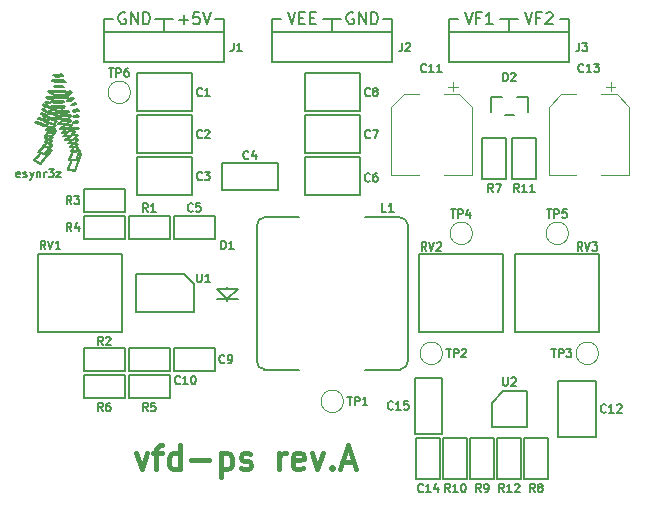
<source format=gbr>
G04 #@! TF.GenerationSoftware,KiCad,Pcbnew,6.0.0-rc1-unknown-r13783-618182dc*
G04 #@! TF.CreationDate,2018-09-26T19:15:08+03:00*
G04 #@! TF.ProjectId,vfd-ps,7666642D70732E6B696361645F706362,A*
G04 #@! TF.SameCoordinates,Original*
G04 #@! TF.FileFunction,Legend,Top*
G04 #@! TF.FilePolarity,Positive*
%FSLAX46Y46*%
G04 Gerber Fmt 4.6, Leading zero omitted, Abs format (unit mm)*
G04 Created by KiCad (PCBNEW 6.0.0-rc1-unknown-r13783-618182dc) date Wed Sep 26 19:15:08 2018*
%MOMM*%
%LPD*%
G01*
G04 APERTURE LIST*
%ADD10C,0.150000*%
%ADD11C,0.400000*%
%ADD12C,0.120000*%
G04 APERTURE END LIST*
D10*
X119972333Y-92104333D02*
X119905666Y-92137666D01*
X119772333Y-92137666D01*
X119705666Y-92104333D01*
X119672333Y-92037666D01*
X119672333Y-91771000D01*
X119705666Y-91704333D01*
X119772333Y-91671000D01*
X119905666Y-91671000D01*
X119972333Y-91704333D01*
X120005666Y-91771000D01*
X120005666Y-91837666D01*
X119672333Y-91904333D01*
X120272333Y-92104333D02*
X120339000Y-92137666D01*
X120472333Y-92137666D01*
X120539000Y-92104333D01*
X120572333Y-92037666D01*
X120572333Y-92004333D01*
X120539000Y-91937666D01*
X120472333Y-91904333D01*
X120372333Y-91904333D01*
X120305666Y-91871000D01*
X120272333Y-91804333D01*
X120272333Y-91771000D01*
X120305666Y-91704333D01*
X120372333Y-91671000D01*
X120472333Y-91671000D01*
X120539000Y-91704333D01*
X120805666Y-91671000D02*
X120972333Y-92137666D01*
X121139000Y-91671000D02*
X120972333Y-92137666D01*
X120905666Y-92304333D01*
X120872333Y-92337666D01*
X120805666Y-92371000D01*
X121405666Y-91671000D02*
X121405666Y-92137666D01*
X121405666Y-91737666D02*
X121439000Y-91704333D01*
X121505666Y-91671000D01*
X121605666Y-91671000D01*
X121672333Y-91704333D01*
X121705666Y-91771000D01*
X121705666Y-92137666D01*
X122039000Y-92137666D02*
X122039000Y-91671000D01*
X122039000Y-91804333D02*
X122072333Y-91737666D01*
X122105666Y-91704333D01*
X122172333Y-91671000D01*
X122239000Y-91671000D01*
X122405666Y-91437666D02*
X122839000Y-91437666D01*
X122605666Y-91704333D01*
X122705666Y-91704333D01*
X122772333Y-91737666D01*
X122805666Y-91771000D01*
X122839000Y-91837666D01*
X122839000Y-92004333D01*
X122805666Y-92071000D01*
X122772333Y-92104333D01*
X122705666Y-92137666D01*
X122505666Y-92137666D01*
X122439000Y-92104333D01*
X122405666Y-92071000D01*
X123072333Y-91671000D02*
X123439000Y-91671000D01*
X123072333Y-92137666D01*
X123439000Y-92137666D01*
X166497000Y-78740000D02*
X165735000Y-78740000D01*
X166497000Y-79883000D02*
X166497000Y-78740000D01*
X161417000Y-78740000D02*
X160655000Y-78740000D01*
X161417000Y-78740000D02*
X162179000Y-78740000D01*
X161417000Y-79883000D02*
X161417000Y-78740000D01*
X156337000Y-78740000D02*
X157099000Y-78740000D01*
X156337000Y-79883000D02*
X156337000Y-78740000D01*
X151511000Y-78740000D02*
X150749000Y-78740000D01*
X151511000Y-79883000D02*
X151511000Y-78740000D01*
X146431000Y-78740000D02*
X147193000Y-78740000D01*
X146431000Y-78740000D02*
X145669000Y-78740000D01*
X146431000Y-79883000D02*
X146431000Y-78740000D01*
X141351000Y-78740000D02*
X142113000Y-78740000D01*
X141351000Y-79883000D02*
X141351000Y-78740000D01*
X127127000Y-78740000D02*
X127889000Y-78740000D01*
X127127000Y-79883000D02*
X127127000Y-78740000D01*
X132207000Y-78740000D02*
X131445000Y-78740000D01*
X132969000Y-78740000D02*
X132207000Y-78740000D01*
X132207000Y-78740000D02*
X132969000Y-78740000D01*
X132207000Y-79883000D02*
X132207000Y-78740000D01*
X137287000Y-78740000D02*
X136525000Y-78740000D01*
X137287000Y-79883000D02*
X137287000Y-78740000D01*
D11*
X129826904Y-115522428D02*
X130303095Y-116855761D01*
X130779285Y-115522428D01*
X131255476Y-115522428D02*
X132017380Y-115522428D01*
X131541190Y-116855761D02*
X131541190Y-115141476D01*
X131636428Y-114951000D01*
X131826904Y-114855761D01*
X132017380Y-114855761D01*
X133541190Y-116855761D02*
X133541190Y-114855761D01*
X133541190Y-116760523D02*
X133350714Y-116855761D01*
X132969761Y-116855761D01*
X132779285Y-116760523D01*
X132684047Y-116665285D01*
X132588809Y-116474809D01*
X132588809Y-115903380D01*
X132684047Y-115712904D01*
X132779285Y-115617666D01*
X132969761Y-115522428D01*
X133350714Y-115522428D01*
X133541190Y-115617666D01*
X134493571Y-116093857D02*
X136017380Y-116093857D01*
X136969761Y-115522428D02*
X136969761Y-117522428D01*
X136969761Y-115617666D02*
X137160238Y-115522428D01*
X137541190Y-115522428D01*
X137731666Y-115617666D01*
X137826904Y-115712904D01*
X137922142Y-115903380D01*
X137922142Y-116474809D01*
X137826904Y-116665285D01*
X137731666Y-116760523D01*
X137541190Y-116855761D01*
X137160238Y-116855761D01*
X136969761Y-116760523D01*
X138684047Y-116760523D02*
X138874523Y-116855761D01*
X139255476Y-116855761D01*
X139445952Y-116760523D01*
X139541190Y-116570047D01*
X139541190Y-116474809D01*
X139445952Y-116284333D01*
X139255476Y-116189095D01*
X138969761Y-116189095D01*
X138779285Y-116093857D01*
X138684047Y-115903380D01*
X138684047Y-115808142D01*
X138779285Y-115617666D01*
X138969761Y-115522428D01*
X139255476Y-115522428D01*
X139445952Y-115617666D01*
X141922142Y-116855761D02*
X141922142Y-115522428D01*
X141922142Y-115903380D02*
X142017380Y-115712904D01*
X142112619Y-115617666D01*
X142303095Y-115522428D01*
X142493571Y-115522428D01*
X143922142Y-116760523D02*
X143731666Y-116855761D01*
X143350714Y-116855761D01*
X143160238Y-116760523D01*
X143065000Y-116570047D01*
X143065000Y-115808142D01*
X143160238Y-115617666D01*
X143350714Y-115522428D01*
X143731666Y-115522428D01*
X143922142Y-115617666D01*
X144017380Y-115808142D01*
X144017380Y-115998619D01*
X143065000Y-116189095D01*
X144684047Y-115522428D02*
X145160238Y-116855761D01*
X145636428Y-115522428D01*
X146398333Y-116665285D02*
X146493571Y-116760523D01*
X146398333Y-116855761D01*
X146303095Y-116760523D01*
X146398333Y-116665285D01*
X146398333Y-116855761D01*
X147255476Y-116284333D02*
X148207857Y-116284333D01*
X147065000Y-116855761D02*
X147731666Y-114855761D01*
X148398333Y-116855761D01*
D10*
X162713628Y-78192380D02*
X163046962Y-79192380D01*
X163380295Y-78192380D01*
X164046962Y-78668571D02*
X163713628Y-78668571D01*
X163713628Y-79192380D02*
X163713628Y-78192380D01*
X164189819Y-78192380D01*
X164523152Y-78287619D02*
X164570771Y-78240000D01*
X164666009Y-78192380D01*
X164904104Y-78192380D01*
X164999343Y-78240000D01*
X165046962Y-78287619D01*
X165094581Y-78382857D01*
X165094581Y-78478095D01*
X165046962Y-78620952D01*
X164475533Y-79192380D01*
X165094581Y-79192380D01*
X157638904Y-78192380D02*
X157972238Y-79192380D01*
X158305571Y-78192380D01*
X158972238Y-78668571D02*
X158638904Y-78668571D01*
X158638904Y-79192380D02*
X158638904Y-78192380D01*
X159115095Y-78192380D01*
X160019857Y-79192380D02*
X159448428Y-79192380D01*
X159734142Y-79192380D02*
X159734142Y-78192380D01*
X159638904Y-78335238D01*
X159543666Y-78430476D01*
X159448428Y-78478095D01*
X142647628Y-78192380D02*
X142980962Y-79192380D01*
X143314295Y-78192380D01*
X143647628Y-78668571D02*
X143980962Y-78668571D01*
X144123819Y-79192380D02*
X143647628Y-79192380D01*
X143647628Y-78192380D01*
X144123819Y-78192380D01*
X144552390Y-78668571D02*
X144885724Y-78668571D01*
X145028581Y-79192380D02*
X144552390Y-79192380D01*
X144552390Y-78192380D01*
X145028581Y-78192380D01*
X148203819Y-78240000D02*
X148108581Y-78192380D01*
X147965724Y-78192380D01*
X147822866Y-78240000D01*
X147727628Y-78335238D01*
X147680009Y-78430476D01*
X147632390Y-78620952D01*
X147632390Y-78763809D01*
X147680009Y-78954285D01*
X147727628Y-79049523D01*
X147822866Y-79144761D01*
X147965724Y-79192380D01*
X148060962Y-79192380D01*
X148203819Y-79144761D01*
X148251438Y-79097142D01*
X148251438Y-78763809D01*
X148060962Y-78763809D01*
X148680009Y-79192380D02*
X148680009Y-78192380D01*
X149251438Y-79192380D01*
X149251438Y-78192380D01*
X149727628Y-79192380D02*
X149727628Y-78192380D01*
X149965724Y-78192380D01*
X150108581Y-78240000D01*
X150203819Y-78335238D01*
X150251438Y-78430476D01*
X150299057Y-78620952D01*
X150299057Y-78763809D01*
X150251438Y-78954285D01*
X150203819Y-79049523D01*
X150108581Y-79144761D01*
X149965724Y-79192380D01*
X149727628Y-79192380D01*
X128899819Y-78240000D02*
X128804581Y-78192380D01*
X128661724Y-78192380D01*
X128518866Y-78240000D01*
X128423628Y-78335238D01*
X128376009Y-78430476D01*
X128328390Y-78620952D01*
X128328390Y-78763809D01*
X128376009Y-78954285D01*
X128423628Y-79049523D01*
X128518866Y-79144761D01*
X128661724Y-79192380D01*
X128756962Y-79192380D01*
X128899819Y-79144761D01*
X128947438Y-79097142D01*
X128947438Y-78763809D01*
X128756962Y-78763809D01*
X129376009Y-79192380D02*
X129376009Y-78192380D01*
X129947438Y-79192380D01*
X129947438Y-78192380D01*
X130423628Y-79192380D02*
X130423628Y-78192380D01*
X130661724Y-78192380D01*
X130804581Y-78240000D01*
X130899819Y-78335238D01*
X130947438Y-78430476D01*
X130995057Y-78620952D01*
X130995057Y-78763809D01*
X130947438Y-78954285D01*
X130899819Y-79049523D01*
X130804581Y-79144761D01*
X130661724Y-79192380D01*
X130423628Y-79192380D01*
X133456009Y-78811428D02*
X134217914Y-78811428D01*
X133836962Y-79192380D02*
X133836962Y-78430476D01*
X135170295Y-78192380D02*
X134694104Y-78192380D01*
X134646485Y-78668571D01*
X134694104Y-78620952D01*
X134789343Y-78573333D01*
X135027438Y-78573333D01*
X135122676Y-78620952D01*
X135170295Y-78668571D01*
X135217914Y-78763809D01*
X135217914Y-79001904D01*
X135170295Y-79097142D01*
X135122676Y-79144761D01*
X135027438Y-79192380D01*
X134789343Y-79192380D01*
X134694104Y-79144761D01*
X134646485Y-79097142D01*
X135503628Y-78192380D02*
X135836962Y-79192380D01*
X136170295Y-78192380D01*
G04 #@! TO.C,U2*
X160917000Y-110260000D02*
X159917000Y-111260000D01*
X162917000Y-110260000D02*
X162917000Y-113260000D01*
X159917000Y-113260000D02*
X159917000Y-111260000D01*
X160917000Y-110260000D02*
X162917000Y-110260000D01*
X162917000Y-113260000D02*
X159917000Y-113260000D01*
G04 #@! TO.C,U1*
X129807000Y-100381000D02*
X133907000Y-100381000D01*
X134707000Y-103581000D02*
X129807000Y-103581000D01*
X134707000Y-101181000D02*
X134707000Y-103581000D01*
X129807000Y-100381000D02*
X129807000Y-103581000D01*
X134707000Y-101181000D02*
X133907000Y-100381000D01*
D12*
G04 #@! TO.C,TP6*
X129347000Y-84963000D02*
G75*
G03X129347000Y-84963000I-950000J0D01*
G01*
G04 #@! TO.C,TP5*
X166431000Y-96901000D02*
G75*
G03X166431000Y-96901000I-950000J0D01*
G01*
G04 #@! TO.C,TP4*
X158303000Y-96901000D02*
G75*
G03X158303000Y-96901000I-950000J0D01*
G01*
G04 #@! TO.C,TP3*
X168971000Y-107061000D02*
G75*
G03X168971000Y-107061000I-950000J0D01*
G01*
G04 #@! TO.C,TP2*
X155763000Y-107061000D02*
G75*
G03X155763000Y-107061000I-950000J0D01*
G01*
G04 #@! TO.C,TP1*
X147381000Y-111125000D02*
G75*
G03X147381000Y-111125000I-950000J0D01*
G01*
D10*
G04 #@! TO.C,RV3*
X161925000Y-98679000D02*
X169037000Y-98679000D01*
X161925000Y-105283000D02*
X169037000Y-105283000D01*
X169037000Y-105283000D02*
X169037000Y-98679000D01*
X161925000Y-105283000D02*
X161925000Y-98679000D01*
G04 #@! TO.C,RV2*
X160909000Y-105283000D02*
X153797000Y-105283000D01*
X160909000Y-98679000D02*
X153797000Y-98679000D01*
X153797000Y-98679000D02*
X153797000Y-105283000D01*
X160909000Y-98679000D02*
X160909000Y-105283000D01*
G04 #@! TO.C,RV1*
X128651000Y-105283000D02*
X121539000Y-105283000D01*
X128651000Y-98679000D02*
X121539000Y-98679000D01*
X121539000Y-98679000D02*
X121539000Y-105283000D01*
X128651000Y-98679000D02*
X128651000Y-105283000D01*
G04 #@! TO.C,R12*
X160417000Y-114201000D02*
X162417000Y-114201000D01*
X160417000Y-117701000D02*
X160417000Y-114201000D01*
X162417000Y-117701000D02*
X160417000Y-117701000D01*
X162417000Y-114201000D02*
X162417000Y-117701000D01*
G04 #@! TO.C,R11*
X161687000Y-88801000D02*
X163687000Y-88801000D01*
X161687000Y-92301000D02*
X161687000Y-88801000D01*
X163687000Y-92301000D02*
X161687000Y-92301000D01*
X163687000Y-88801000D02*
X163687000Y-92301000D01*
G04 #@! TO.C,R10*
X155845000Y-114201000D02*
X157845000Y-114201000D01*
X155845000Y-117701000D02*
X155845000Y-114201000D01*
X157845000Y-117701000D02*
X155845000Y-117701000D01*
X157845000Y-114201000D02*
X157845000Y-117701000D01*
G04 #@! TO.C,R9*
X158131000Y-114201000D02*
X160131000Y-114201000D01*
X158131000Y-117701000D02*
X158131000Y-114201000D01*
X160131000Y-117701000D02*
X158131000Y-117701000D01*
X160131000Y-114201000D02*
X160131000Y-117701000D01*
G04 #@! TO.C,R8*
X162703000Y-114201000D02*
X164703000Y-114201000D01*
X162703000Y-117701000D02*
X162703000Y-114201000D01*
X164703000Y-117701000D02*
X162703000Y-117701000D01*
X164703000Y-114201000D02*
X164703000Y-117701000D01*
G04 #@! TO.C,R7*
X161147000Y-92301000D02*
X159147000Y-92301000D01*
X161147000Y-88801000D02*
X161147000Y-92301000D01*
X159147000Y-88801000D02*
X161147000Y-88801000D01*
X159147000Y-92301000D02*
X159147000Y-88801000D01*
G04 #@! TO.C,R6*
X128877000Y-108855000D02*
X128877000Y-110855000D01*
X125377000Y-108855000D02*
X128877000Y-108855000D01*
X125377000Y-110855000D02*
X125377000Y-108855000D01*
X128877000Y-110855000D02*
X125377000Y-110855000D01*
G04 #@! TO.C,R5*
X129187000Y-110855000D02*
X129187000Y-108855000D01*
X132687000Y-110855000D02*
X129187000Y-110855000D01*
X132687000Y-108855000D02*
X132687000Y-110855000D01*
X129187000Y-108855000D02*
X132687000Y-108855000D01*
G04 #@! TO.C,R4*
X128877000Y-95393000D02*
X128877000Y-97393000D01*
X125377000Y-95393000D02*
X128877000Y-95393000D01*
X125377000Y-97393000D02*
X125377000Y-95393000D01*
X128877000Y-97393000D02*
X125377000Y-97393000D01*
G04 #@! TO.C,R3*
X128877000Y-93107000D02*
X128877000Y-95107000D01*
X125377000Y-93107000D02*
X128877000Y-93107000D01*
X125377000Y-95107000D02*
X125377000Y-93107000D01*
X128877000Y-95107000D02*
X125377000Y-95107000D01*
G04 #@! TO.C,R2*
X125377000Y-108569000D02*
X125377000Y-106569000D01*
X128877000Y-108569000D02*
X125377000Y-108569000D01*
X128877000Y-106569000D02*
X128877000Y-108569000D01*
X125377000Y-106569000D02*
X128877000Y-106569000D01*
G04 #@! TO.C,R1*
X132687000Y-95393000D02*
X132687000Y-97393000D01*
X129187000Y-95393000D02*
X132687000Y-95393000D01*
X129187000Y-97393000D02*
X129187000Y-95393000D01*
X132687000Y-97393000D02*
X129187000Y-97393000D01*
G04 #@! TO.C,L1*
X140031000Y-96231000D02*
G75*
G02X140731000Y-95531000I700000J0D01*
G01*
X152131000Y-95531000D02*
G75*
G02X152831000Y-96231000I0J-700000D01*
G01*
X152831000Y-107731000D02*
G75*
G02X152131000Y-108431000I-700000J0D01*
G01*
X140731000Y-108431000D02*
G75*
G02X140031000Y-107731000I0J700000D01*
G01*
X149231000Y-95531000D02*
X152131000Y-95531000D01*
X149231000Y-108431000D02*
X152131000Y-108431000D01*
X140731000Y-95531000D02*
X143631000Y-95531000D01*
X152831000Y-96231000D02*
X152831000Y-107731000D01*
X140681000Y-108431000D02*
X143631000Y-108431000D01*
X140031000Y-107731000D02*
X140031000Y-96231000D01*
G04 #@! TO.C,J3*
X166497000Y-82423000D02*
X166497000Y-79883000D01*
X166497000Y-82423000D02*
X156337000Y-82423000D01*
X166497000Y-79883000D02*
X156337000Y-79883000D01*
X156337000Y-79883000D02*
X156337000Y-82423000D01*
G04 #@! TO.C,J2*
X151511000Y-82423000D02*
X151511000Y-79883000D01*
X151511000Y-82423000D02*
X141351000Y-82423000D01*
X151511000Y-79883000D02*
X141351000Y-79883000D01*
X141351000Y-79883000D02*
X141351000Y-82423000D01*
G04 #@! TO.C,J1*
X127127000Y-79883000D02*
X127127000Y-82423000D01*
X127127000Y-79883000D02*
X137287000Y-79883000D01*
X127127000Y-82423000D02*
X137287000Y-82423000D01*
X137287000Y-82423000D02*
X137287000Y-79883000D01*
G04 #@! TO.C,D2*
X161036000Y-86855006D02*
X161798000Y-86855006D01*
X163004500Y-85394506D02*
X163004500Y-86664506D01*
X159829500Y-85394506D02*
X159829500Y-86664506D01*
X159829500Y-85394506D02*
X160782000Y-85394506D01*
X163004500Y-85394506D02*
X162052000Y-85394506D01*
G04 #@! TO.C,D1*
X137541000Y-102489000D02*
X137541000Y-102616000D01*
X137541000Y-101600000D02*
X137541000Y-101473000D01*
X138430000Y-101600000D02*
X137541000Y-102489000D01*
X136652000Y-101600000D02*
X138430000Y-101600000D01*
X137541000Y-102489000D02*
X136652000Y-101600000D01*
X136652000Y-102489000D02*
X138430000Y-102489000D01*
G04 #@! TO.C,C15*
X155709000Y-113856000D02*
X153409000Y-113856000D01*
X155709000Y-109156000D02*
X155709000Y-113856000D01*
X153409000Y-109156000D02*
X155709000Y-109156000D01*
X153409000Y-113856000D02*
X153409000Y-109156000D01*
G04 #@! TO.C,C14*
X153559000Y-114201000D02*
X155559000Y-114201000D01*
X153559000Y-117701000D02*
X153559000Y-114201000D01*
X155559000Y-117701000D02*
X153559000Y-117701000D01*
X155559000Y-114201000D02*
X155559000Y-117701000D01*
D12*
G04 #@! TO.C,C13*
X170389250Y-84475250D02*
X169601750Y-84475250D01*
X169995500Y-84081500D02*
X169995500Y-84869000D01*
X165802437Y-85109000D02*
X164738000Y-86173437D01*
X170493563Y-85109000D02*
X171558000Y-86173437D01*
X170493563Y-85109000D02*
X169208000Y-85109000D01*
X165802437Y-85109000D02*
X167088000Y-85109000D01*
X164738000Y-86173437D02*
X164738000Y-91929000D01*
X171558000Y-86173437D02*
X171558000Y-91929000D01*
X171558000Y-91929000D02*
X169208000Y-91929000D01*
X164738000Y-91929000D02*
X167088000Y-91929000D01*
D10*
G04 #@! TO.C,C12*
X168732000Y-114110000D02*
X165532000Y-114110000D01*
X168732000Y-109410000D02*
X168732000Y-114110000D01*
X165532000Y-109410000D02*
X168732000Y-109410000D01*
X165532000Y-114110000D02*
X165532000Y-109410000D01*
D12*
G04 #@! TO.C,C11*
X157054250Y-84475250D02*
X156266750Y-84475250D01*
X156660500Y-84081500D02*
X156660500Y-84869000D01*
X152467437Y-85109000D02*
X151403000Y-86173437D01*
X157158563Y-85109000D02*
X158223000Y-86173437D01*
X157158563Y-85109000D02*
X155873000Y-85109000D01*
X152467437Y-85109000D02*
X153753000Y-85109000D01*
X151403000Y-86173437D02*
X151403000Y-91929000D01*
X158223000Y-86173437D02*
X158223000Y-91929000D01*
X158223000Y-91929000D02*
X155873000Y-91929000D01*
X151403000Y-91929000D02*
X153753000Y-91929000D01*
D10*
G04 #@! TO.C,C10*
X129187000Y-108569000D02*
X129187000Y-106569000D01*
X132687000Y-108569000D02*
X129187000Y-108569000D01*
X132687000Y-106569000D02*
X132687000Y-108569000D01*
X129187000Y-106569000D02*
X132687000Y-106569000D01*
G04 #@! TO.C,C9*
X136497000Y-106569000D02*
X136497000Y-108569000D01*
X132997000Y-106569000D02*
X136497000Y-106569000D01*
X132997000Y-108569000D02*
X132997000Y-106569000D01*
X136497000Y-108569000D02*
X132997000Y-108569000D01*
G04 #@! TO.C,C8*
X148781000Y-83363000D02*
X148781000Y-86563000D01*
X144081000Y-83363000D02*
X148781000Y-83363000D01*
X144081000Y-86563000D02*
X144081000Y-83363000D01*
X148781000Y-86563000D02*
X144081000Y-86563000D01*
G04 #@! TO.C,C7*
X148781000Y-86919000D02*
X148781000Y-90119000D01*
X144081000Y-86919000D02*
X148781000Y-86919000D01*
X144081000Y-90119000D02*
X144081000Y-86919000D01*
X148781000Y-90119000D02*
X144081000Y-90119000D01*
G04 #@! TO.C,C6*
X148781000Y-90475000D02*
X148781000Y-93675000D01*
X144081000Y-90475000D02*
X148781000Y-90475000D01*
X144081000Y-93675000D02*
X144081000Y-90475000D01*
X148781000Y-93675000D02*
X144081000Y-93675000D01*
G04 #@! TO.C,C5*
X132997000Y-97393000D02*
X132997000Y-95393000D01*
X136497000Y-97393000D02*
X132997000Y-97393000D01*
X136497000Y-95393000D02*
X136497000Y-97393000D01*
X132997000Y-95393000D02*
X136497000Y-95393000D01*
G04 #@! TO.C,C4*
X137096000Y-93225000D02*
X137096000Y-90925000D01*
X141796000Y-93225000D02*
X137096000Y-93225000D01*
X141796000Y-90925000D02*
X141796000Y-93225000D01*
X137096000Y-90925000D02*
X141796000Y-90925000D01*
G04 #@! TO.C,C3*
X134557000Y-90475000D02*
X134557000Y-93675000D01*
X129857000Y-90475000D02*
X134557000Y-90475000D01*
X129857000Y-93675000D02*
X129857000Y-90475000D01*
X134557000Y-93675000D02*
X129857000Y-93675000D01*
G04 #@! TO.C,C2*
X134557000Y-86919000D02*
X134557000Y-90119000D01*
X129857000Y-86919000D02*
X134557000Y-86919000D01*
X129857000Y-90119000D02*
X129857000Y-86919000D01*
X134557000Y-90119000D02*
X129857000Y-90119000D01*
G04 #@! TO.C,C1*
X134557000Y-83363000D02*
X134557000Y-86563000D01*
X129857000Y-83363000D02*
X134557000Y-83363000D01*
X129857000Y-86563000D02*
X129857000Y-83363000D01*
X134557000Y-86563000D02*
X129857000Y-86563000D01*
G04 #@! TO.C,G\002A\002A\002A*
G36*
X123574454Y-83523378D02*
X123591886Y-83547467D01*
X123607122Y-83568804D01*
X123619354Y-83586230D01*
X123627770Y-83598588D01*
X123631559Y-83604718D01*
X123631676Y-83605166D01*
X123626727Y-83605802D01*
X123613496Y-83606892D01*
X123593272Y-83608347D01*
X123567341Y-83610077D01*
X123536991Y-83611993D01*
X123508411Y-83613718D01*
X123465630Y-83616246D01*
X123416920Y-83619124D01*
X123365921Y-83622137D01*
X123316271Y-83625070D01*
X123271611Y-83627708D01*
X123263161Y-83628207D01*
X123218925Y-83630942D01*
X123182780Y-83633187D01*
X123153234Y-83634646D01*
X123128794Y-83635026D01*
X123107968Y-83634028D01*
X123089263Y-83631359D01*
X123071187Y-83626722D01*
X123052248Y-83619822D01*
X123030954Y-83610363D01*
X123005813Y-83598050D01*
X122975331Y-83582586D01*
X122938396Y-83563867D01*
X122838630Y-83513690D01*
X122909531Y-83513690D01*
X122913896Y-83517501D01*
X122923846Y-83523629D01*
X122940157Y-83532561D01*
X122963611Y-83544781D01*
X122991113Y-83558811D01*
X123022624Y-83574682D01*
X123047028Y-83586620D01*
X123065693Y-83595172D01*
X123079985Y-83600886D01*
X123091270Y-83604311D01*
X123100915Y-83605994D01*
X123109968Y-83606480D01*
X123120030Y-83606267D01*
X123138546Y-83605554D01*
X123164403Y-83604396D01*
X123196484Y-83602848D01*
X123233676Y-83600965D01*
X123274864Y-83598801D01*
X123318934Y-83596411D01*
X123349590Y-83594707D01*
X123394210Y-83592186D01*
X123436059Y-83589795D01*
X123474127Y-83587591D01*
X123507408Y-83585635D01*
X123534890Y-83583986D01*
X123555567Y-83582705D01*
X123568428Y-83581850D01*
X123572321Y-83581527D01*
X123574667Y-83579511D01*
X123573249Y-83573901D01*
X123567515Y-83563713D01*
X123556912Y-83547963D01*
X123541314Y-83526249D01*
X123501798Y-83472120D01*
X123477692Y-83474759D01*
X123466183Y-83475791D01*
X123446753Y-83477278D01*
X123421048Y-83479104D01*
X123390715Y-83481156D01*
X123357400Y-83483318D01*
X123333773Y-83484799D01*
X123294755Y-83487231D01*
X123249148Y-83490110D01*
X123199926Y-83493246D01*
X123150064Y-83496449D01*
X123102536Y-83499528D01*
X123072585Y-83501486D01*
X123035902Y-83503869D01*
X123001608Y-83506048D01*
X122971072Y-83507938D01*
X122945667Y-83509457D01*
X122926763Y-83510521D01*
X122915731Y-83511048D01*
X122914434Y-83511085D01*
X122909970Y-83511713D01*
X122909531Y-83513690D01*
X122838630Y-83513690D01*
X122797019Y-83492762D01*
X122818585Y-83489910D01*
X122827062Y-83489119D01*
X122844235Y-83487800D01*
X122869229Y-83486012D01*
X122901173Y-83483812D01*
X122939194Y-83481260D01*
X122982419Y-83478414D01*
X123029977Y-83475331D01*
X123080995Y-83472071D01*
X123134600Y-83468692D01*
X123149264Y-83467776D01*
X123203663Y-83464367D01*
X123255901Y-83461065D01*
X123305080Y-83457928D01*
X123350302Y-83455014D01*
X123390668Y-83452382D01*
X123425279Y-83450092D01*
X123453238Y-83448201D01*
X123473645Y-83446768D01*
X123485603Y-83445852D01*
X123487132Y-83445714D01*
X123515887Y-83442935D01*
X123574454Y-83523378D01*
X123574454Y-83523378D01*
G37*
X123574454Y-83523378D02*
X123591886Y-83547467D01*
X123607122Y-83568804D01*
X123619354Y-83586230D01*
X123627770Y-83598588D01*
X123631559Y-83604718D01*
X123631676Y-83605166D01*
X123626727Y-83605802D01*
X123613496Y-83606892D01*
X123593272Y-83608347D01*
X123567341Y-83610077D01*
X123536991Y-83611993D01*
X123508411Y-83613718D01*
X123465630Y-83616246D01*
X123416920Y-83619124D01*
X123365921Y-83622137D01*
X123316271Y-83625070D01*
X123271611Y-83627708D01*
X123263161Y-83628207D01*
X123218925Y-83630942D01*
X123182780Y-83633187D01*
X123153234Y-83634646D01*
X123128794Y-83635026D01*
X123107968Y-83634028D01*
X123089263Y-83631359D01*
X123071187Y-83626722D01*
X123052248Y-83619822D01*
X123030954Y-83610363D01*
X123005813Y-83598050D01*
X122975331Y-83582586D01*
X122938396Y-83563867D01*
X122838630Y-83513690D01*
X122909531Y-83513690D01*
X122913896Y-83517501D01*
X122923846Y-83523629D01*
X122940157Y-83532561D01*
X122963611Y-83544781D01*
X122991113Y-83558811D01*
X123022624Y-83574682D01*
X123047028Y-83586620D01*
X123065693Y-83595172D01*
X123079985Y-83600886D01*
X123091270Y-83604311D01*
X123100915Y-83605994D01*
X123109968Y-83606480D01*
X123120030Y-83606267D01*
X123138546Y-83605554D01*
X123164403Y-83604396D01*
X123196484Y-83602848D01*
X123233676Y-83600965D01*
X123274864Y-83598801D01*
X123318934Y-83596411D01*
X123349590Y-83594707D01*
X123394210Y-83592186D01*
X123436059Y-83589795D01*
X123474127Y-83587591D01*
X123507408Y-83585635D01*
X123534890Y-83583986D01*
X123555567Y-83582705D01*
X123568428Y-83581850D01*
X123572321Y-83581527D01*
X123574667Y-83579511D01*
X123573249Y-83573901D01*
X123567515Y-83563713D01*
X123556912Y-83547963D01*
X123541314Y-83526249D01*
X123501798Y-83472120D01*
X123477692Y-83474759D01*
X123466183Y-83475791D01*
X123446753Y-83477278D01*
X123421048Y-83479104D01*
X123390715Y-83481156D01*
X123357400Y-83483318D01*
X123333773Y-83484799D01*
X123294755Y-83487231D01*
X123249148Y-83490110D01*
X123199926Y-83493246D01*
X123150064Y-83496449D01*
X123102536Y-83499528D01*
X123072585Y-83501486D01*
X123035902Y-83503869D01*
X123001608Y-83506048D01*
X122971072Y-83507938D01*
X122945667Y-83509457D01*
X122926763Y-83510521D01*
X122915731Y-83511048D01*
X122914434Y-83511085D01*
X122909970Y-83511713D01*
X122909531Y-83513690D01*
X122838630Y-83513690D01*
X122797019Y-83492762D01*
X122818585Y-83489910D01*
X122827062Y-83489119D01*
X122844235Y-83487800D01*
X122869229Y-83486012D01*
X122901173Y-83483812D01*
X122939194Y-83481260D01*
X122982419Y-83478414D01*
X123029977Y-83475331D01*
X123080995Y-83472071D01*
X123134600Y-83468692D01*
X123149264Y-83467776D01*
X123203663Y-83464367D01*
X123255901Y-83461065D01*
X123305080Y-83457928D01*
X123350302Y-83455014D01*
X123390668Y-83452382D01*
X123425279Y-83450092D01*
X123453238Y-83448201D01*
X123473645Y-83446768D01*
X123485603Y-83445852D01*
X123487132Y-83445714D01*
X123515887Y-83442935D01*
X123574454Y-83523378D01*
G36*
X123733791Y-83991278D02*
X123849348Y-84074000D01*
X123825259Y-84077063D01*
X123816915Y-84077553D01*
X123799724Y-84078083D01*
X123774424Y-84078643D01*
X123741754Y-84079224D01*
X123702452Y-84079815D01*
X123657256Y-84080407D01*
X123606904Y-84080989D01*
X123552134Y-84081553D01*
X123493685Y-84082088D01*
X123432294Y-84082584D01*
X123380566Y-84082954D01*
X122959962Y-84085783D01*
X122819861Y-84030093D01*
X122780898Y-84014586D01*
X122749947Y-84002167D01*
X122726111Y-83992390D01*
X122708493Y-83984807D01*
X122696195Y-83978974D01*
X122689811Y-83975300D01*
X122763791Y-83975300D01*
X122768882Y-83977774D01*
X122781635Y-83983174D01*
X122800769Y-83990979D01*
X122825001Y-84000671D01*
X122853050Y-84011730D01*
X122871388Y-84018887D01*
X122976159Y-84059622D01*
X123035155Y-84058498D01*
X123050022Y-84058263D01*
X123073514Y-84057955D01*
X123104671Y-84057583D01*
X123142534Y-84057159D01*
X123186141Y-84056692D01*
X123234533Y-84056192D01*
X123286752Y-84055670D01*
X123341835Y-84055135D01*
X123398825Y-84054599D01*
X123428351Y-84054327D01*
X123483920Y-84053771D01*
X123536538Y-84053148D01*
X123585443Y-84052473D01*
X123629874Y-84051761D01*
X123669070Y-84051028D01*
X123702267Y-84050289D01*
X123728705Y-84049558D01*
X123747623Y-84048851D01*
X123758258Y-84048183D01*
X123760363Y-84047741D01*
X123755955Y-84043958D01*
X123744987Y-84035536D01*
X123728701Y-84023399D01*
X123708341Y-84008475D01*
X123685149Y-83991688D01*
X123683718Y-83990658D01*
X123609260Y-83937115D01*
X123437970Y-83944435D01*
X123355064Y-83947970D01*
X123274890Y-83951373D01*
X123198265Y-83954610D01*
X123126003Y-83957647D01*
X123058919Y-83960451D01*
X122997828Y-83962986D01*
X122943546Y-83965219D01*
X122896888Y-83967116D01*
X122858669Y-83968642D01*
X122846086Y-83969136D01*
X122818973Y-83970348D01*
X122795744Y-83971687D01*
X122777853Y-83973045D01*
X122766755Y-83974312D01*
X122763791Y-83975300D01*
X122689811Y-83975300D01*
X122688320Y-83974442D01*
X122683971Y-83970767D01*
X122682250Y-83967502D01*
X122682260Y-83964201D01*
X122682752Y-83961899D01*
X122685162Y-83952378D01*
X122686358Y-83948507D01*
X122691126Y-83948185D01*
X122704820Y-83947494D01*
X122726788Y-83946462D01*
X122756378Y-83945118D01*
X122792941Y-83943490D01*
X122835824Y-83941607D01*
X122884376Y-83939497D01*
X122937946Y-83937189D01*
X122995883Y-83934712D01*
X123057536Y-83932094D01*
X123122252Y-83929363D01*
X123152603Y-83928088D01*
X123618233Y-83908556D01*
X123733791Y-83991278D01*
X123733791Y-83991278D01*
G37*
X123733791Y-83991278D02*
X123849348Y-84074000D01*
X123825259Y-84077063D01*
X123816915Y-84077553D01*
X123799724Y-84078083D01*
X123774424Y-84078643D01*
X123741754Y-84079224D01*
X123702452Y-84079815D01*
X123657256Y-84080407D01*
X123606904Y-84080989D01*
X123552134Y-84081553D01*
X123493685Y-84082088D01*
X123432294Y-84082584D01*
X123380566Y-84082954D01*
X122959962Y-84085783D01*
X122819861Y-84030093D01*
X122780898Y-84014586D01*
X122749947Y-84002167D01*
X122726111Y-83992390D01*
X122708493Y-83984807D01*
X122696195Y-83978974D01*
X122689811Y-83975300D01*
X122763791Y-83975300D01*
X122768882Y-83977774D01*
X122781635Y-83983174D01*
X122800769Y-83990979D01*
X122825001Y-84000671D01*
X122853050Y-84011730D01*
X122871388Y-84018887D01*
X122976159Y-84059622D01*
X123035155Y-84058498D01*
X123050022Y-84058263D01*
X123073514Y-84057955D01*
X123104671Y-84057583D01*
X123142534Y-84057159D01*
X123186141Y-84056692D01*
X123234533Y-84056192D01*
X123286752Y-84055670D01*
X123341835Y-84055135D01*
X123398825Y-84054599D01*
X123428351Y-84054327D01*
X123483920Y-84053771D01*
X123536538Y-84053148D01*
X123585443Y-84052473D01*
X123629874Y-84051761D01*
X123669070Y-84051028D01*
X123702267Y-84050289D01*
X123728705Y-84049558D01*
X123747623Y-84048851D01*
X123758258Y-84048183D01*
X123760363Y-84047741D01*
X123755955Y-84043958D01*
X123744987Y-84035536D01*
X123728701Y-84023399D01*
X123708341Y-84008475D01*
X123685149Y-83991688D01*
X123683718Y-83990658D01*
X123609260Y-83937115D01*
X123437970Y-83944435D01*
X123355064Y-83947970D01*
X123274890Y-83951373D01*
X123198265Y-83954610D01*
X123126003Y-83957647D01*
X123058919Y-83960451D01*
X122997828Y-83962986D01*
X122943546Y-83965219D01*
X122896888Y-83967116D01*
X122858669Y-83968642D01*
X122846086Y-83969136D01*
X122818973Y-83970348D01*
X122795744Y-83971687D01*
X122777853Y-83973045D01*
X122766755Y-83974312D01*
X122763791Y-83975300D01*
X122689811Y-83975300D01*
X122688320Y-83974442D01*
X122683971Y-83970767D01*
X122682250Y-83967502D01*
X122682260Y-83964201D01*
X122682752Y-83961899D01*
X122685162Y-83952378D01*
X122686358Y-83948507D01*
X122691126Y-83948185D01*
X122704820Y-83947494D01*
X122726788Y-83946462D01*
X122756378Y-83945118D01*
X122792941Y-83943490D01*
X122835824Y-83941607D01*
X122884376Y-83939497D01*
X122937946Y-83937189D01*
X122995883Y-83934712D01*
X123057536Y-83932094D01*
X123122252Y-83929363D01*
X123152603Y-83928088D01*
X123618233Y-83908556D01*
X123733791Y-83991278D01*
G36*
X123671728Y-84481770D02*
X123686532Y-84502310D01*
X123699479Y-84520415D01*
X123709445Y-84534505D01*
X123715309Y-84543001D01*
X123716210Y-84544402D01*
X123715741Y-84545802D01*
X123712090Y-84546980D01*
X123704593Y-84547950D01*
X123692584Y-84548726D01*
X123675399Y-84549321D01*
X123652374Y-84549749D01*
X123622844Y-84550025D01*
X123586145Y-84550162D01*
X123541611Y-84550174D01*
X123488580Y-84550075D01*
X123450228Y-84549960D01*
X123398333Y-84549744D01*
X123347800Y-84549447D01*
X123299720Y-84549080D01*
X123255188Y-84548657D01*
X123215294Y-84548190D01*
X123181132Y-84547690D01*
X123153794Y-84547171D01*
X123134374Y-84546643D01*
X123127698Y-84546366D01*
X123074981Y-84543660D01*
X122990044Y-84505639D01*
X122960825Y-84492504D01*
X122939266Y-84482566D01*
X122924261Y-84475147D01*
X122918341Y-84471690D01*
X122993547Y-84471690D01*
X122999841Y-84476680D01*
X123013954Y-84484335D01*
X123036427Y-84494983D01*
X123040055Y-84496633D01*
X123094151Y-84521149D01*
X123378104Y-84521621D01*
X123429286Y-84521659D01*
X123477505Y-84521601D01*
X123521927Y-84521456D01*
X123561718Y-84521231D01*
X123596045Y-84520932D01*
X123624074Y-84520567D01*
X123644973Y-84520143D01*
X123657906Y-84519667D01*
X123662056Y-84519177D01*
X123659421Y-84514204D01*
X123652420Y-84503580D01*
X123642412Y-84489344D01*
X123639292Y-84485037D01*
X123616528Y-84453814D01*
X123535056Y-84456741D01*
X123512907Y-84457426D01*
X123482619Y-84458198D01*
X123445637Y-84459028D01*
X123403405Y-84459887D01*
X123357368Y-84460747D01*
X123308972Y-84461580D01*
X123259662Y-84462356D01*
X123228339Y-84462809D01*
X123182539Y-84463509D01*
X123139502Y-84464286D01*
X123100214Y-84465112D01*
X123065658Y-84465962D01*
X123036817Y-84466810D01*
X123014676Y-84467630D01*
X123000218Y-84468394D01*
X122994527Y-84469034D01*
X122993547Y-84471690D01*
X122918341Y-84471690D01*
X122914704Y-84469567D01*
X122909490Y-84465149D01*
X122907512Y-84461212D01*
X122907663Y-84457078D01*
X122908049Y-84455318D01*
X122910505Y-84445807D01*
X122911795Y-84441939D01*
X122916596Y-84441648D01*
X122930099Y-84441207D01*
X122951424Y-84440638D01*
X122979689Y-84439959D01*
X123014012Y-84439191D01*
X123053513Y-84438354D01*
X123097310Y-84437468D01*
X123144523Y-84436553D01*
X123168715Y-84436099D01*
X123221564Y-84435098D01*
X123274895Y-84434052D01*
X123327292Y-84432991D01*
X123377339Y-84431946D01*
X123423618Y-84430947D01*
X123464713Y-84430023D01*
X123499207Y-84429206D01*
X123525684Y-84428525D01*
X123527954Y-84428462D01*
X123631078Y-84425585D01*
X123671728Y-84481770D01*
X123671728Y-84481770D01*
G37*
X123671728Y-84481770D02*
X123686532Y-84502310D01*
X123699479Y-84520415D01*
X123709445Y-84534505D01*
X123715309Y-84543001D01*
X123716210Y-84544402D01*
X123715741Y-84545802D01*
X123712090Y-84546980D01*
X123704593Y-84547950D01*
X123692584Y-84548726D01*
X123675399Y-84549321D01*
X123652374Y-84549749D01*
X123622844Y-84550025D01*
X123586145Y-84550162D01*
X123541611Y-84550174D01*
X123488580Y-84550075D01*
X123450228Y-84549960D01*
X123398333Y-84549744D01*
X123347800Y-84549447D01*
X123299720Y-84549080D01*
X123255188Y-84548657D01*
X123215294Y-84548190D01*
X123181132Y-84547690D01*
X123153794Y-84547171D01*
X123134374Y-84546643D01*
X123127698Y-84546366D01*
X123074981Y-84543660D01*
X122990044Y-84505639D01*
X122960825Y-84492504D01*
X122939266Y-84482566D01*
X122924261Y-84475147D01*
X122918341Y-84471690D01*
X122993547Y-84471690D01*
X122999841Y-84476680D01*
X123013954Y-84484335D01*
X123036427Y-84494983D01*
X123040055Y-84496633D01*
X123094151Y-84521149D01*
X123378104Y-84521621D01*
X123429286Y-84521659D01*
X123477505Y-84521601D01*
X123521927Y-84521456D01*
X123561718Y-84521231D01*
X123596045Y-84520932D01*
X123624074Y-84520567D01*
X123644973Y-84520143D01*
X123657906Y-84519667D01*
X123662056Y-84519177D01*
X123659421Y-84514204D01*
X123652420Y-84503580D01*
X123642412Y-84489344D01*
X123639292Y-84485037D01*
X123616528Y-84453814D01*
X123535056Y-84456741D01*
X123512907Y-84457426D01*
X123482619Y-84458198D01*
X123445637Y-84459028D01*
X123403405Y-84459887D01*
X123357368Y-84460747D01*
X123308972Y-84461580D01*
X123259662Y-84462356D01*
X123228339Y-84462809D01*
X123182539Y-84463509D01*
X123139502Y-84464286D01*
X123100214Y-84465112D01*
X123065658Y-84465962D01*
X123036817Y-84466810D01*
X123014676Y-84467630D01*
X123000218Y-84468394D01*
X122994527Y-84469034D01*
X122993547Y-84471690D01*
X122918341Y-84471690D01*
X122914704Y-84469567D01*
X122909490Y-84465149D01*
X122907512Y-84461212D01*
X122907663Y-84457078D01*
X122908049Y-84455318D01*
X122910505Y-84445807D01*
X122911795Y-84441939D01*
X122916596Y-84441648D01*
X122930099Y-84441207D01*
X122951424Y-84440638D01*
X122979689Y-84439959D01*
X123014012Y-84439191D01*
X123053513Y-84438354D01*
X123097310Y-84437468D01*
X123144523Y-84436553D01*
X123168715Y-84436099D01*
X123221564Y-84435098D01*
X123274895Y-84434052D01*
X123327292Y-84432991D01*
X123377339Y-84431946D01*
X123423618Y-84430947D01*
X123464713Y-84430023D01*
X123499207Y-84429206D01*
X123525684Y-84428525D01*
X123527954Y-84428462D01*
X123631078Y-84425585D01*
X123671728Y-84481770D01*
G36*
X124274584Y-84877757D02*
X124304197Y-84893131D01*
X124331461Y-84907409D01*
X124355059Y-84919892D01*
X124373672Y-84929880D01*
X124385985Y-84936673D01*
X124390115Y-84939129D01*
X124392406Y-84940945D01*
X124393479Y-84943117D01*
X124392743Y-84946157D01*
X124389612Y-84950576D01*
X124383497Y-84956887D01*
X124373811Y-84965602D01*
X124359965Y-84977232D01*
X124341372Y-84992289D01*
X124317443Y-85011286D01*
X124287591Y-85034735D01*
X124251227Y-85063146D01*
X124217239Y-85089648D01*
X124180520Y-85118181D01*
X124145955Y-85144871D01*
X124114304Y-85169142D01*
X124086330Y-85190418D01*
X124062793Y-85208124D01*
X124044455Y-85221684D01*
X124032076Y-85230522D01*
X124026417Y-85234063D01*
X124026283Y-85234099D01*
X124019389Y-85233399D01*
X124004937Y-85230687D01*
X123984652Y-85226329D01*
X123960261Y-85220689D01*
X123942415Y-85216359D01*
X123865736Y-85197406D01*
X122852842Y-85201884D01*
X122626140Y-85046356D01*
X122584492Y-85017764D01*
X122545198Y-84990754D01*
X122508973Y-84965817D01*
X122476531Y-84943447D01*
X122448583Y-84924137D01*
X122432384Y-84912910D01*
X122484204Y-84912910D01*
X122487760Y-84915696D01*
X122498455Y-84923381D01*
X122515532Y-84935435D01*
X122538232Y-84951328D01*
X122565795Y-84970530D01*
X122597462Y-84992511D01*
X122632476Y-85016741D01*
X122670076Y-85042691D01*
X122671110Y-85043404D01*
X122859321Y-85173116D01*
X123015075Y-85173488D01*
X123048293Y-85173503D01*
X123089710Y-85173417D01*
X123137940Y-85173237D01*
X123191598Y-85172972D01*
X123249298Y-85172631D01*
X123309655Y-85172221D01*
X123371284Y-85171750D01*
X123432798Y-85171227D01*
X123490934Y-85170679D01*
X123811038Y-85167497D01*
X123814518Y-85164181D01*
X123858547Y-85164181D01*
X123862938Y-85166462D01*
X123874895Y-85170240D01*
X123892596Y-85175088D01*
X123914216Y-85180578D01*
X123937932Y-85186285D01*
X123961921Y-85191780D01*
X123984360Y-85196638D01*
X124003424Y-85200429D01*
X124017292Y-85202728D01*
X124024139Y-85203108D01*
X124024370Y-85203022D01*
X124029167Y-85199560D01*
X124040700Y-85190819D01*
X124058156Y-85177428D01*
X124080721Y-85160015D01*
X124107582Y-85139208D01*
X124137927Y-85115636D01*
X124170942Y-85089925D01*
X124188751Y-85076032D01*
X124228886Y-85044612D01*
X124261932Y-85018514D01*
X124288439Y-84997274D01*
X124308956Y-84980424D01*
X124324031Y-84967497D01*
X124334214Y-84958027D01*
X124340055Y-84951547D01*
X124342103Y-84947591D01*
X124341626Y-84946118D01*
X124335529Y-84942193D01*
X124322344Y-84934737D01*
X124303535Y-84924546D01*
X124280570Y-84912413D01*
X124255445Y-84899407D01*
X124175495Y-84858416D01*
X124017021Y-85009733D01*
X123984588Y-85040767D01*
X123954388Y-85069793D01*
X123927109Y-85096141D01*
X123903440Y-85119138D01*
X123884068Y-85138114D01*
X123869683Y-85152398D01*
X123860974Y-85161318D01*
X123858547Y-85164181D01*
X123814518Y-85164181D01*
X123862253Y-85118704D01*
X123913468Y-85069910D01*
X123863244Y-85004142D01*
X123846226Y-84981869D01*
X123830806Y-84961706D01*
X123818108Y-84945122D01*
X123809255Y-84933585D01*
X123805811Y-84929124D01*
X123804594Y-84927819D01*
X123802759Y-84926639D01*
X123799828Y-84925574D01*
X123795323Y-84924614D01*
X123788767Y-84923750D01*
X123779682Y-84922972D01*
X123767590Y-84922271D01*
X123752013Y-84921638D01*
X123732475Y-84921063D01*
X123708496Y-84920536D01*
X123679599Y-84920049D01*
X123645308Y-84919591D01*
X123605143Y-84919154D01*
X123558627Y-84918727D01*
X123505283Y-84918302D01*
X123444633Y-84917869D01*
X123376198Y-84917418D01*
X123299502Y-84916941D01*
X123214067Y-84916427D01*
X123142057Y-84916001D01*
X123063529Y-84915543D01*
X122987664Y-84915112D01*
X122915009Y-84914710D01*
X122846115Y-84914340D01*
X122781531Y-84914005D01*
X122721807Y-84913706D01*
X122667493Y-84913446D01*
X122619137Y-84913229D01*
X122577291Y-84913056D01*
X122542503Y-84912931D01*
X122515323Y-84912855D01*
X122496300Y-84912832D01*
X122485985Y-84912863D01*
X122484204Y-84912910D01*
X122432384Y-84912910D01*
X122425845Y-84908379D01*
X122409029Y-84896666D01*
X122398848Y-84889491D01*
X122395971Y-84887359D01*
X122397201Y-84886820D01*
X122402253Y-84886349D01*
X122411451Y-84885947D01*
X122425119Y-84885615D01*
X122443580Y-84885353D01*
X122467157Y-84885162D01*
X122496175Y-84885043D01*
X122530956Y-84884996D01*
X122571824Y-84885021D01*
X122619103Y-84885121D01*
X122673116Y-84885294D01*
X122734188Y-84885542D01*
X122802640Y-84885866D01*
X122878798Y-84886265D01*
X122962984Y-84886742D01*
X123055522Y-84887295D01*
X123156736Y-84887927D01*
X123266949Y-84888637D01*
X123362946Y-84889270D01*
X123813854Y-84892267D01*
X123854172Y-84945303D01*
X123871027Y-84967438D01*
X123887816Y-84989424D01*
X123902686Y-85008836D01*
X123913782Y-85023251D01*
X123914523Y-85024208D01*
X123934556Y-85050077D01*
X124052251Y-84936871D01*
X124169946Y-84823666D01*
X124274584Y-84877757D01*
X124274584Y-84877757D01*
G37*
X124274584Y-84877757D02*
X124304197Y-84893131D01*
X124331461Y-84907409D01*
X124355059Y-84919892D01*
X124373672Y-84929880D01*
X124385985Y-84936673D01*
X124390115Y-84939129D01*
X124392406Y-84940945D01*
X124393479Y-84943117D01*
X124392743Y-84946157D01*
X124389612Y-84950576D01*
X124383497Y-84956887D01*
X124373811Y-84965602D01*
X124359965Y-84977232D01*
X124341372Y-84992289D01*
X124317443Y-85011286D01*
X124287591Y-85034735D01*
X124251227Y-85063146D01*
X124217239Y-85089648D01*
X124180520Y-85118181D01*
X124145955Y-85144871D01*
X124114304Y-85169142D01*
X124086330Y-85190418D01*
X124062793Y-85208124D01*
X124044455Y-85221684D01*
X124032076Y-85230522D01*
X124026417Y-85234063D01*
X124026283Y-85234099D01*
X124019389Y-85233399D01*
X124004937Y-85230687D01*
X123984652Y-85226329D01*
X123960261Y-85220689D01*
X123942415Y-85216359D01*
X123865736Y-85197406D01*
X122852842Y-85201884D01*
X122626140Y-85046356D01*
X122584492Y-85017764D01*
X122545198Y-84990754D01*
X122508973Y-84965817D01*
X122476531Y-84943447D01*
X122448583Y-84924137D01*
X122432384Y-84912910D01*
X122484204Y-84912910D01*
X122487760Y-84915696D01*
X122498455Y-84923381D01*
X122515532Y-84935435D01*
X122538232Y-84951328D01*
X122565795Y-84970530D01*
X122597462Y-84992511D01*
X122632476Y-85016741D01*
X122670076Y-85042691D01*
X122671110Y-85043404D01*
X122859321Y-85173116D01*
X123015075Y-85173488D01*
X123048293Y-85173503D01*
X123089710Y-85173417D01*
X123137940Y-85173237D01*
X123191598Y-85172972D01*
X123249298Y-85172631D01*
X123309655Y-85172221D01*
X123371284Y-85171750D01*
X123432798Y-85171227D01*
X123490934Y-85170679D01*
X123811038Y-85167497D01*
X123814518Y-85164181D01*
X123858547Y-85164181D01*
X123862938Y-85166462D01*
X123874895Y-85170240D01*
X123892596Y-85175088D01*
X123914216Y-85180578D01*
X123937932Y-85186285D01*
X123961921Y-85191780D01*
X123984360Y-85196638D01*
X124003424Y-85200429D01*
X124017292Y-85202728D01*
X124024139Y-85203108D01*
X124024370Y-85203022D01*
X124029167Y-85199560D01*
X124040700Y-85190819D01*
X124058156Y-85177428D01*
X124080721Y-85160015D01*
X124107582Y-85139208D01*
X124137927Y-85115636D01*
X124170942Y-85089925D01*
X124188751Y-85076032D01*
X124228886Y-85044612D01*
X124261932Y-85018514D01*
X124288439Y-84997274D01*
X124308956Y-84980424D01*
X124324031Y-84967497D01*
X124334214Y-84958027D01*
X124340055Y-84951547D01*
X124342103Y-84947591D01*
X124341626Y-84946118D01*
X124335529Y-84942193D01*
X124322344Y-84934737D01*
X124303535Y-84924546D01*
X124280570Y-84912413D01*
X124255445Y-84899407D01*
X124175495Y-84858416D01*
X124017021Y-85009733D01*
X123984588Y-85040767D01*
X123954388Y-85069793D01*
X123927109Y-85096141D01*
X123903440Y-85119138D01*
X123884068Y-85138114D01*
X123869683Y-85152398D01*
X123860974Y-85161318D01*
X123858547Y-85164181D01*
X123814518Y-85164181D01*
X123862253Y-85118704D01*
X123913468Y-85069910D01*
X123863244Y-85004142D01*
X123846226Y-84981869D01*
X123830806Y-84961706D01*
X123818108Y-84945122D01*
X123809255Y-84933585D01*
X123805811Y-84929124D01*
X123804594Y-84927819D01*
X123802759Y-84926639D01*
X123799828Y-84925574D01*
X123795323Y-84924614D01*
X123788767Y-84923750D01*
X123779682Y-84922972D01*
X123767590Y-84922271D01*
X123752013Y-84921638D01*
X123732475Y-84921063D01*
X123708496Y-84920536D01*
X123679599Y-84920049D01*
X123645308Y-84919591D01*
X123605143Y-84919154D01*
X123558627Y-84918727D01*
X123505283Y-84918302D01*
X123444633Y-84917869D01*
X123376198Y-84917418D01*
X123299502Y-84916941D01*
X123214067Y-84916427D01*
X123142057Y-84916001D01*
X123063529Y-84915543D01*
X122987664Y-84915112D01*
X122915009Y-84914710D01*
X122846115Y-84914340D01*
X122781531Y-84914005D01*
X122721807Y-84913706D01*
X122667493Y-84913446D01*
X122619137Y-84913229D01*
X122577291Y-84913056D01*
X122542503Y-84912931D01*
X122515323Y-84912855D01*
X122496300Y-84912832D01*
X122485985Y-84912863D01*
X122484204Y-84912910D01*
X122432384Y-84912910D01*
X122425845Y-84908379D01*
X122409029Y-84896666D01*
X122398848Y-84889491D01*
X122395971Y-84887359D01*
X122397201Y-84886820D01*
X122402253Y-84886349D01*
X122411451Y-84885947D01*
X122425119Y-84885615D01*
X122443580Y-84885353D01*
X122467157Y-84885162D01*
X122496175Y-84885043D01*
X122530956Y-84884996D01*
X122571824Y-84885021D01*
X122619103Y-84885121D01*
X122673116Y-84885294D01*
X122734188Y-84885542D01*
X122802640Y-84885866D01*
X122878798Y-84886265D01*
X122962984Y-84886742D01*
X123055522Y-84887295D01*
X123156736Y-84887927D01*
X123266949Y-84888637D01*
X123362946Y-84889270D01*
X123813854Y-84892267D01*
X123854172Y-84945303D01*
X123871027Y-84967438D01*
X123887816Y-84989424D01*
X123902686Y-85008836D01*
X123913782Y-85023251D01*
X123914523Y-85024208D01*
X123934556Y-85050077D01*
X124052251Y-84936871D01*
X124169946Y-84823666D01*
X124274584Y-84877757D01*
G36*
X122237802Y-85337180D02*
X122257759Y-85339292D01*
X122282719Y-85342333D01*
X122311190Y-85346143D01*
X122315367Y-85346729D01*
X122347949Y-85351250D01*
X122372333Y-85354344D01*
X122389804Y-85355987D01*
X122401643Y-85356157D01*
X122409135Y-85354830D01*
X122413563Y-85351983D01*
X122416212Y-85347592D01*
X122417239Y-85344897D01*
X122422121Y-85344417D01*
X122435986Y-85344044D01*
X122458236Y-85343774D01*
X122488271Y-85343601D01*
X122525490Y-85343520D01*
X122569294Y-85343527D01*
X122619083Y-85343617D01*
X122674257Y-85343785D01*
X122734216Y-85344025D01*
X122798360Y-85344334D01*
X122866089Y-85344705D01*
X122936804Y-85345135D01*
X123009904Y-85345617D01*
X123084790Y-85346148D01*
X123160862Y-85346723D01*
X123237519Y-85347335D01*
X123314162Y-85347982D01*
X123390191Y-85348657D01*
X123465006Y-85349355D01*
X123538008Y-85350073D01*
X123608595Y-85350804D01*
X123676170Y-85351544D01*
X123740130Y-85352288D01*
X123799877Y-85353032D01*
X123854811Y-85353769D01*
X123904332Y-85354496D01*
X123947839Y-85355207D01*
X123984734Y-85355898D01*
X124014416Y-85356563D01*
X124036285Y-85357198D01*
X124049741Y-85357797D01*
X124054173Y-85358311D01*
X124052200Y-85362589D01*
X124045577Y-85372888D01*
X124035406Y-85387561D01*
X124025479Y-85401305D01*
X123995132Y-85442646D01*
X123779471Y-85439825D01*
X123667110Y-85438356D01*
X123563884Y-85437012D01*
X123469345Y-85435786D01*
X123383044Y-85434674D01*
X123304532Y-85433670D01*
X123233361Y-85432769D01*
X123169082Y-85431967D01*
X123111246Y-85431257D01*
X123059406Y-85430635D01*
X123013111Y-85430096D01*
X122971914Y-85429635D01*
X122935366Y-85429246D01*
X122903018Y-85428924D01*
X122874422Y-85428665D01*
X122849129Y-85428462D01*
X122826689Y-85428312D01*
X122806656Y-85428208D01*
X122788579Y-85428146D01*
X122772011Y-85428120D01*
X122756502Y-85428126D01*
X122756283Y-85428127D01*
X122643660Y-85428278D01*
X122719495Y-85502356D01*
X122744046Y-85526396D01*
X122762371Y-85544577D01*
X122775127Y-85557708D01*
X122782973Y-85566598D01*
X122786568Y-85572057D01*
X122786568Y-85574893D01*
X122783634Y-85575915D01*
X122779400Y-85575965D01*
X122770933Y-85575197D01*
X122754218Y-85573234D01*
X122730494Y-85570238D01*
X122701002Y-85566370D01*
X122666982Y-85561791D01*
X122629674Y-85556665D01*
X122602724Y-85552902D01*
X122564348Y-85547414D01*
X122528842Y-85542156D01*
X122497365Y-85537314D01*
X122471073Y-85533074D01*
X122451123Y-85529619D01*
X122438673Y-85527136D01*
X122434988Y-85526046D01*
X122429442Y-85522170D01*
X122417257Y-85513343D01*
X122399481Y-85500338D01*
X122377166Y-85483924D01*
X122351361Y-85464872D01*
X122323117Y-85443955D01*
X122318813Y-85440761D01*
X122286603Y-85416769D01*
X122261377Y-85397716D01*
X122242351Y-85382928D01*
X122229414Y-85372283D01*
X122278307Y-85372283D01*
X122281403Y-85375563D01*
X122291172Y-85383647D01*
X122306529Y-85395711D01*
X122326389Y-85410931D01*
X122349667Y-85428482D01*
X122375278Y-85447541D01*
X122402138Y-85467281D01*
X122428000Y-85486043D01*
X122435577Y-85491372D01*
X122442649Y-85495655D01*
X122450526Y-85499203D01*
X122460522Y-85502330D01*
X122473948Y-85505346D01*
X122492116Y-85508564D01*
X122516340Y-85512295D01*
X122547930Y-85516852D01*
X122571773Y-85520227D01*
X122612430Y-85525946D01*
X122644555Y-85530383D01*
X122669102Y-85533631D01*
X122687027Y-85535781D01*
X122699284Y-85536923D01*
X122706827Y-85537150D01*
X122710610Y-85536553D01*
X122711589Y-85535222D01*
X122710903Y-85533542D01*
X122706584Y-85528886D01*
X122696457Y-85518946D01*
X122681775Y-85504925D01*
X122663790Y-85488021D01*
X122650896Y-85476032D01*
X122593703Y-85423075D01*
X122565363Y-85423075D01*
X122535933Y-85419910D01*
X122509318Y-85410823D01*
X122495844Y-85405770D01*
X122478450Y-85401006D01*
X122455794Y-85396256D01*
X122426539Y-85391247D01*
X122389344Y-85385704D01*
X122380874Y-85384513D01*
X122350976Y-85380434D01*
X122324433Y-85376992D01*
X122302657Y-85374355D01*
X122287059Y-85372691D01*
X122279052Y-85372169D01*
X122278307Y-85372283D01*
X122229414Y-85372283D01*
X122228740Y-85371729D01*
X122227360Y-85370455D01*
X122490302Y-85370455D01*
X122516660Y-85383046D01*
X122543019Y-85395636D01*
X122864113Y-85399877D01*
X122929467Y-85400745D01*
X123000353Y-85401696D01*
X123074769Y-85402701D01*
X123150716Y-85403734D01*
X123226193Y-85404767D01*
X123299199Y-85405773D01*
X123367735Y-85406725D01*
X123429799Y-85407594D01*
X123460773Y-85408032D01*
X123516063Y-85408797D01*
X123572279Y-85409536D01*
X123627993Y-85410232D01*
X123681779Y-85410870D01*
X123732210Y-85411434D01*
X123777860Y-85411906D01*
X123817301Y-85412271D01*
X123849106Y-85412513D01*
X123858547Y-85412568D01*
X123980755Y-85413189D01*
X123989612Y-85401031D01*
X123994833Y-85391690D01*
X123995327Y-85385746D01*
X123995204Y-85385606D01*
X123990018Y-85385067D01*
X123975964Y-85384482D01*
X123953756Y-85383862D01*
X123924111Y-85383219D01*
X123887743Y-85382565D01*
X123845369Y-85381910D01*
X123797704Y-85381266D01*
X123745464Y-85380645D01*
X123689365Y-85380058D01*
X123630121Y-85379517D01*
X123598157Y-85379256D01*
X123525329Y-85378685D01*
X123446175Y-85378062D01*
X123362589Y-85377404D01*
X123276461Y-85376724D01*
X123189683Y-85376037D01*
X123104145Y-85375359D01*
X123021740Y-85374705D01*
X122944358Y-85374089D01*
X122873891Y-85373527D01*
X122847339Y-85373314D01*
X122490302Y-85370455D01*
X122227360Y-85370455D01*
X122219761Y-85363444D01*
X122214628Y-85357398D01*
X122212558Y-85352918D01*
X122212719Y-85349473D01*
X122216453Y-85340067D01*
X122218869Y-85336386D01*
X122224341Y-85336159D01*
X122237802Y-85337180D01*
X122237802Y-85337180D01*
G37*
X122237802Y-85337180D02*
X122257759Y-85339292D01*
X122282719Y-85342333D01*
X122311190Y-85346143D01*
X122315367Y-85346729D01*
X122347949Y-85351250D01*
X122372333Y-85354344D01*
X122389804Y-85355987D01*
X122401643Y-85356157D01*
X122409135Y-85354830D01*
X122413563Y-85351983D01*
X122416212Y-85347592D01*
X122417239Y-85344897D01*
X122422121Y-85344417D01*
X122435986Y-85344044D01*
X122458236Y-85343774D01*
X122488271Y-85343601D01*
X122525490Y-85343520D01*
X122569294Y-85343527D01*
X122619083Y-85343617D01*
X122674257Y-85343785D01*
X122734216Y-85344025D01*
X122798360Y-85344334D01*
X122866089Y-85344705D01*
X122936804Y-85345135D01*
X123009904Y-85345617D01*
X123084790Y-85346148D01*
X123160862Y-85346723D01*
X123237519Y-85347335D01*
X123314162Y-85347982D01*
X123390191Y-85348657D01*
X123465006Y-85349355D01*
X123538008Y-85350073D01*
X123608595Y-85350804D01*
X123676170Y-85351544D01*
X123740130Y-85352288D01*
X123799877Y-85353032D01*
X123854811Y-85353769D01*
X123904332Y-85354496D01*
X123947839Y-85355207D01*
X123984734Y-85355898D01*
X124014416Y-85356563D01*
X124036285Y-85357198D01*
X124049741Y-85357797D01*
X124054173Y-85358311D01*
X124052200Y-85362589D01*
X124045577Y-85372888D01*
X124035406Y-85387561D01*
X124025479Y-85401305D01*
X123995132Y-85442646D01*
X123779471Y-85439825D01*
X123667110Y-85438356D01*
X123563884Y-85437012D01*
X123469345Y-85435786D01*
X123383044Y-85434674D01*
X123304532Y-85433670D01*
X123233361Y-85432769D01*
X123169082Y-85431967D01*
X123111246Y-85431257D01*
X123059406Y-85430635D01*
X123013111Y-85430096D01*
X122971914Y-85429635D01*
X122935366Y-85429246D01*
X122903018Y-85428924D01*
X122874422Y-85428665D01*
X122849129Y-85428462D01*
X122826689Y-85428312D01*
X122806656Y-85428208D01*
X122788579Y-85428146D01*
X122772011Y-85428120D01*
X122756502Y-85428126D01*
X122756283Y-85428127D01*
X122643660Y-85428278D01*
X122719495Y-85502356D01*
X122744046Y-85526396D01*
X122762371Y-85544577D01*
X122775127Y-85557708D01*
X122782973Y-85566598D01*
X122786568Y-85572057D01*
X122786568Y-85574893D01*
X122783634Y-85575915D01*
X122779400Y-85575965D01*
X122770933Y-85575197D01*
X122754218Y-85573234D01*
X122730494Y-85570238D01*
X122701002Y-85566370D01*
X122666982Y-85561791D01*
X122629674Y-85556665D01*
X122602724Y-85552902D01*
X122564348Y-85547414D01*
X122528842Y-85542156D01*
X122497365Y-85537314D01*
X122471073Y-85533074D01*
X122451123Y-85529619D01*
X122438673Y-85527136D01*
X122434988Y-85526046D01*
X122429442Y-85522170D01*
X122417257Y-85513343D01*
X122399481Y-85500338D01*
X122377166Y-85483924D01*
X122351361Y-85464872D01*
X122323117Y-85443955D01*
X122318813Y-85440761D01*
X122286603Y-85416769D01*
X122261377Y-85397716D01*
X122242351Y-85382928D01*
X122229414Y-85372283D01*
X122278307Y-85372283D01*
X122281403Y-85375563D01*
X122291172Y-85383647D01*
X122306529Y-85395711D01*
X122326389Y-85410931D01*
X122349667Y-85428482D01*
X122375278Y-85447541D01*
X122402138Y-85467281D01*
X122428000Y-85486043D01*
X122435577Y-85491372D01*
X122442649Y-85495655D01*
X122450526Y-85499203D01*
X122460522Y-85502330D01*
X122473948Y-85505346D01*
X122492116Y-85508564D01*
X122516340Y-85512295D01*
X122547930Y-85516852D01*
X122571773Y-85520227D01*
X122612430Y-85525946D01*
X122644555Y-85530383D01*
X122669102Y-85533631D01*
X122687027Y-85535781D01*
X122699284Y-85536923D01*
X122706827Y-85537150D01*
X122710610Y-85536553D01*
X122711589Y-85535222D01*
X122710903Y-85533542D01*
X122706584Y-85528886D01*
X122696457Y-85518946D01*
X122681775Y-85504925D01*
X122663790Y-85488021D01*
X122650896Y-85476032D01*
X122593703Y-85423075D01*
X122565363Y-85423075D01*
X122535933Y-85419910D01*
X122509318Y-85410823D01*
X122495844Y-85405770D01*
X122478450Y-85401006D01*
X122455794Y-85396256D01*
X122426539Y-85391247D01*
X122389344Y-85385704D01*
X122380874Y-85384513D01*
X122350976Y-85380434D01*
X122324433Y-85376992D01*
X122302657Y-85374355D01*
X122287059Y-85372691D01*
X122279052Y-85372169D01*
X122278307Y-85372283D01*
X122229414Y-85372283D01*
X122228740Y-85371729D01*
X122227360Y-85370455D01*
X122490302Y-85370455D01*
X122516660Y-85383046D01*
X122543019Y-85395636D01*
X122864113Y-85399877D01*
X122929467Y-85400745D01*
X123000353Y-85401696D01*
X123074769Y-85402701D01*
X123150716Y-85403734D01*
X123226193Y-85404767D01*
X123299199Y-85405773D01*
X123367735Y-85406725D01*
X123429799Y-85407594D01*
X123460773Y-85408032D01*
X123516063Y-85408797D01*
X123572279Y-85409536D01*
X123627993Y-85410232D01*
X123681779Y-85410870D01*
X123732210Y-85411434D01*
X123777860Y-85411906D01*
X123817301Y-85412271D01*
X123849106Y-85412513D01*
X123858547Y-85412568D01*
X123980755Y-85413189D01*
X123989612Y-85401031D01*
X123994833Y-85391690D01*
X123995327Y-85385746D01*
X123995204Y-85385606D01*
X123990018Y-85385067D01*
X123975964Y-85384482D01*
X123953756Y-85383862D01*
X123924111Y-85383219D01*
X123887743Y-85382565D01*
X123845369Y-85381910D01*
X123797704Y-85381266D01*
X123745464Y-85380645D01*
X123689365Y-85380058D01*
X123630121Y-85379517D01*
X123598157Y-85379256D01*
X123525329Y-85378685D01*
X123446175Y-85378062D01*
X123362589Y-85377404D01*
X123276461Y-85376724D01*
X123189683Y-85376037D01*
X123104145Y-85375359D01*
X123021740Y-85374705D01*
X122944358Y-85374089D01*
X122873891Y-85373527D01*
X122847339Y-85373314D01*
X122490302Y-85370455D01*
X122227360Y-85370455D01*
X122219761Y-85363444D01*
X122214628Y-85357398D01*
X122212558Y-85352918D01*
X122212719Y-85349473D01*
X122216453Y-85340067D01*
X122218869Y-85336386D01*
X122224341Y-85336159D01*
X122237802Y-85337180D01*
G36*
X124372445Y-85419621D02*
X124386753Y-85423258D01*
X124405834Y-85428623D01*
X124427857Y-85435148D01*
X124450993Y-85442264D01*
X124473411Y-85449401D01*
X124493283Y-85455991D01*
X124508777Y-85461464D01*
X124518064Y-85465251D01*
X124519905Y-85466535D01*
X124516290Y-85470231D01*
X124505996Y-85479204D01*
X124489850Y-85492772D01*
X124468680Y-85510251D01*
X124443313Y-85530958D01*
X124414578Y-85554211D01*
X124383300Y-85579326D01*
X124381497Y-85580768D01*
X124341425Y-85612630D01*
X124308244Y-85638596D01*
X124281538Y-85658973D01*
X124260888Y-85674066D01*
X124245879Y-85684183D01*
X124236094Y-85689629D01*
X124231733Y-85690828D01*
X124223886Y-85690108D01*
X124208003Y-85688423D01*
X124185566Y-85685939D01*
X124158056Y-85682821D01*
X124126956Y-85679236D01*
X124106574Y-85676856D01*
X124074406Y-85673035D01*
X124045300Y-85669486D01*
X124020646Y-85666386D01*
X124001831Y-85663912D01*
X123990247Y-85662241D01*
X123987253Y-85661669D01*
X123989949Y-85658822D01*
X123999819Y-85651491D01*
X124012788Y-85642462D01*
X124068797Y-85642462D01*
X124068881Y-85642551D01*
X124074799Y-85643557D01*
X124088255Y-85645421D01*
X124107264Y-85647899D01*
X124129841Y-85650746D01*
X124154002Y-85653719D01*
X124177762Y-85656575D01*
X124199138Y-85659068D01*
X124216145Y-85660956D01*
X124226798Y-85661995D01*
X124227566Y-85662051D01*
X124232985Y-85659271D01*
X124244843Y-85651166D01*
X124262159Y-85638476D01*
X124283948Y-85621938D01*
X124309228Y-85602293D01*
X124337015Y-85580279D01*
X124346847Y-85572396D01*
X124374995Y-85549650D01*
X124400589Y-85528760D01*
X124422706Y-85510496D01*
X124440422Y-85495629D01*
X124452816Y-85484927D01*
X124458964Y-85479161D01*
X124459469Y-85478450D01*
X124455405Y-85475602D01*
X124444012Y-85470919D01*
X124427198Y-85465125D01*
X124412920Y-85460709D01*
X124365841Y-85446767D01*
X124214841Y-85543819D01*
X124181042Y-85565668D01*
X124150143Y-85585887D01*
X124122991Y-85603902D01*
X124100434Y-85619140D01*
X124083317Y-85631028D01*
X124072489Y-85638993D01*
X124068797Y-85642462D01*
X124012788Y-85642462D01*
X124015914Y-85640286D01*
X124037289Y-85625817D01*
X124062997Y-85608696D01*
X124092091Y-85589531D01*
X124123626Y-85568934D01*
X124156654Y-85547514D01*
X124190230Y-85525882D01*
X124223406Y-85504648D01*
X124255237Y-85484422D01*
X124284775Y-85465815D01*
X124311074Y-85449437D01*
X124333188Y-85435897D01*
X124350170Y-85425807D01*
X124361074Y-85419776D01*
X124364740Y-85418283D01*
X124372445Y-85419621D01*
X124372445Y-85419621D01*
G37*
X124372445Y-85419621D02*
X124386753Y-85423258D01*
X124405834Y-85428623D01*
X124427857Y-85435148D01*
X124450993Y-85442264D01*
X124473411Y-85449401D01*
X124493283Y-85455991D01*
X124508777Y-85461464D01*
X124518064Y-85465251D01*
X124519905Y-85466535D01*
X124516290Y-85470231D01*
X124505996Y-85479204D01*
X124489850Y-85492772D01*
X124468680Y-85510251D01*
X124443313Y-85530958D01*
X124414578Y-85554211D01*
X124383300Y-85579326D01*
X124381497Y-85580768D01*
X124341425Y-85612630D01*
X124308244Y-85638596D01*
X124281538Y-85658973D01*
X124260888Y-85674066D01*
X124245879Y-85684183D01*
X124236094Y-85689629D01*
X124231733Y-85690828D01*
X124223886Y-85690108D01*
X124208003Y-85688423D01*
X124185566Y-85685939D01*
X124158056Y-85682821D01*
X124126956Y-85679236D01*
X124106574Y-85676856D01*
X124074406Y-85673035D01*
X124045300Y-85669486D01*
X124020646Y-85666386D01*
X124001831Y-85663912D01*
X123990247Y-85662241D01*
X123987253Y-85661669D01*
X123989949Y-85658822D01*
X123999819Y-85651491D01*
X124012788Y-85642462D01*
X124068797Y-85642462D01*
X124068881Y-85642551D01*
X124074799Y-85643557D01*
X124088255Y-85645421D01*
X124107264Y-85647899D01*
X124129841Y-85650746D01*
X124154002Y-85653719D01*
X124177762Y-85656575D01*
X124199138Y-85659068D01*
X124216145Y-85660956D01*
X124226798Y-85661995D01*
X124227566Y-85662051D01*
X124232985Y-85659271D01*
X124244843Y-85651166D01*
X124262159Y-85638476D01*
X124283948Y-85621938D01*
X124309228Y-85602293D01*
X124337015Y-85580279D01*
X124346847Y-85572396D01*
X124374995Y-85549650D01*
X124400589Y-85528760D01*
X124422706Y-85510496D01*
X124440422Y-85495629D01*
X124452816Y-85484927D01*
X124458964Y-85479161D01*
X124459469Y-85478450D01*
X124455405Y-85475602D01*
X124444012Y-85470919D01*
X124427198Y-85465125D01*
X124412920Y-85460709D01*
X124365841Y-85446767D01*
X124214841Y-85543819D01*
X124181042Y-85565668D01*
X124150143Y-85585887D01*
X124122991Y-85603902D01*
X124100434Y-85619140D01*
X124083317Y-85631028D01*
X124072489Y-85638993D01*
X124068797Y-85642462D01*
X124012788Y-85642462D01*
X124015914Y-85640286D01*
X124037289Y-85625817D01*
X124062997Y-85608696D01*
X124092091Y-85589531D01*
X124123626Y-85568934D01*
X124156654Y-85547514D01*
X124190230Y-85525882D01*
X124223406Y-85504648D01*
X124255237Y-85484422D01*
X124284775Y-85465815D01*
X124311074Y-85449437D01*
X124333188Y-85435897D01*
X124350170Y-85425807D01*
X124361074Y-85419776D01*
X124364740Y-85418283D01*
X124372445Y-85419621D01*
G36*
X123673837Y-85748244D02*
X123656390Y-85758880D01*
X123633175Y-85773033D01*
X123606604Y-85789234D01*
X123579094Y-85806009D01*
X123563811Y-85815329D01*
X123540021Y-85829565D01*
X123518717Y-85841801D01*
X123501371Y-85851232D01*
X123489455Y-85857053D01*
X123484736Y-85858567D01*
X123479017Y-85858211D01*
X123464398Y-85857342D01*
X123441547Y-85856000D01*
X123411134Y-85854223D01*
X123373826Y-85852050D01*
X123330293Y-85849521D01*
X123281203Y-85846673D01*
X123227225Y-85843547D01*
X123169028Y-85840179D01*
X123107280Y-85836611D01*
X123042650Y-85832880D01*
X123019868Y-85831565D01*
X122954549Y-85827786D01*
X122891987Y-85824145D01*
X122832839Y-85820682D01*
X122777762Y-85817436D01*
X122727414Y-85814445D01*
X122682452Y-85811751D01*
X122643535Y-85809392D01*
X122611320Y-85807408D01*
X122586464Y-85805839D01*
X122569626Y-85804723D01*
X122561463Y-85804100D01*
X122560774Y-85804004D01*
X122559424Y-85798937D01*
X122558378Y-85789693D01*
X122557659Y-85780059D01*
X122658038Y-85780059D01*
X122698773Y-85783330D01*
X122717119Y-85784680D01*
X122742549Y-85786379D01*
X122772576Y-85788269D01*
X122804711Y-85790195D01*
X122830566Y-85791671D01*
X122921109Y-85796713D01*
X123002579Y-85801254D01*
X123075474Y-85805323D01*
X123140291Y-85808950D01*
X123197527Y-85812163D01*
X123247679Y-85814992D01*
X123291246Y-85817465D01*
X123328724Y-85819612D01*
X123360611Y-85821463D01*
X123387404Y-85823045D01*
X123409601Y-85824389D01*
X123427698Y-85825523D01*
X123442194Y-85826476D01*
X123453586Y-85827279D01*
X123462371Y-85827959D01*
X123469046Y-85828545D01*
X123474109Y-85829068D01*
X123478057Y-85829557D01*
X123478579Y-85829628D01*
X123484535Y-85827525D01*
X123497022Y-85821198D01*
X123514450Y-85811511D01*
X123535230Y-85799333D01*
X123545217Y-85793292D01*
X123606029Y-85756151D01*
X123182354Y-85754902D01*
X122758679Y-85753654D01*
X122708358Y-85766856D01*
X122658038Y-85780059D01*
X122557659Y-85780059D01*
X122557396Y-85776542D01*
X122655641Y-85750887D01*
X122753887Y-85725233D01*
X123232932Y-85725116D01*
X123711976Y-85725000D01*
X123673837Y-85748244D01*
X123673837Y-85748244D01*
G37*
X123673837Y-85748244D02*
X123656390Y-85758880D01*
X123633175Y-85773033D01*
X123606604Y-85789234D01*
X123579094Y-85806009D01*
X123563811Y-85815329D01*
X123540021Y-85829565D01*
X123518717Y-85841801D01*
X123501371Y-85851232D01*
X123489455Y-85857053D01*
X123484736Y-85858567D01*
X123479017Y-85858211D01*
X123464398Y-85857342D01*
X123441547Y-85856000D01*
X123411134Y-85854223D01*
X123373826Y-85852050D01*
X123330293Y-85849521D01*
X123281203Y-85846673D01*
X123227225Y-85843547D01*
X123169028Y-85840179D01*
X123107280Y-85836611D01*
X123042650Y-85832880D01*
X123019868Y-85831565D01*
X122954549Y-85827786D01*
X122891987Y-85824145D01*
X122832839Y-85820682D01*
X122777762Y-85817436D01*
X122727414Y-85814445D01*
X122682452Y-85811751D01*
X122643535Y-85809392D01*
X122611320Y-85807408D01*
X122586464Y-85805839D01*
X122569626Y-85804723D01*
X122561463Y-85804100D01*
X122560774Y-85804004D01*
X122559424Y-85798937D01*
X122558378Y-85789693D01*
X122557659Y-85780059D01*
X122658038Y-85780059D01*
X122698773Y-85783330D01*
X122717119Y-85784680D01*
X122742549Y-85786379D01*
X122772576Y-85788269D01*
X122804711Y-85790195D01*
X122830566Y-85791671D01*
X122921109Y-85796713D01*
X123002579Y-85801254D01*
X123075474Y-85805323D01*
X123140291Y-85808950D01*
X123197527Y-85812163D01*
X123247679Y-85814992D01*
X123291246Y-85817465D01*
X123328724Y-85819612D01*
X123360611Y-85821463D01*
X123387404Y-85823045D01*
X123409601Y-85824389D01*
X123427698Y-85825523D01*
X123442194Y-85826476D01*
X123453586Y-85827279D01*
X123462371Y-85827959D01*
X123469046Y-85828545D01*
X123474109Y-85829068D01*
X123478057Y-85829557D01*
X123478579Y-85829628D01*
X123484535Y-85827525D01*
X123497022Y-85821198D01*
X123514450Y-85811511D01*
X123535230Y-85799333D01*
X123545217Y-85793292D01*
X123606029Y-85756151D01*
X123182354Y-85754902D01*
X122758679Y-85753654D01*
X122708358Y-85766856D01*
X122658038Y-85780059D01*
X122557659Y-85780059D01*
X122557396Y-85776542D01*
X122655641Y-85750887D01*
X122753887Y-85725233D01*
X123232932Y-85725116D01*
X123711976Y-85725000D01*
X123673837Y-85748244D01*
G36*
X122454358Y-85814769D02*
X122473858Y-85837453D01*
X122491142Y-85857713D01*
X122505256Y-85874417D01*
X122515247Y-85886435D01*
X122520162Y-85892638D01*
X122520491Y-85893160D01*
X122517594Y-85894685D01*
X122507360Y-85896223D01*
X122489409Y-85897798D01*
X122463362Y-85899433D01*
X122428842Y-85901154D01*
X122385468Y-85902983D01*
X122336908Y-85904801D01*
X122260194Y-85907543D01*
X122162360Y-85827054D01*
X122095109Y-85771726D01*
X122143070Y-85771726D01*
X122146678Y-85775792D01*
X122156537Y-85784800D01*
X122171423Y-85797687D01*
X122190117Y-85813390D01*
X122206481Y-85826852D01*
X122269671Y-85878383D01*
X122365609Y-85875310D01*
X122394857Y-85874323D01*
X122420645Y-85873358D01*
X122441513Y-85872477D01*
X122456001Y-85871743D01*
X122462647Y-85871217D01*
X122462904Y-85871145D01*
X122460445Y-85867343D01*
X122452764Y-85857646D01*
X122440944Y-85843377D01*
X122426070Y-85825858D01*
X122420248Y-85819093D01*
X122376235Y-85768132D01*
X122259542Y-85768132D01*
X122227256Y-85768273D01*
X122198415Y-85768669D01*
X122174314Y-85769280D01*
X122156251Y-85770066D01*
X122145524Y-85770987D01*
X122143070Y-85771726D01*
X122095109Y-85771726D01*
X122064526Y-85746566D01*
X122114471Y-85743559D01*
X122134301Y-85742652D01*
X122161484Y-85741818D01*
X122193787Y-85741103D01*
X122228979Y-85740555D01*
X122264826Y-85740219D01*
X122277038Y-85740161D01*
X122389660Y-85739771D01*
X122454358Y-85814769D01*
X122454358Y-85814769D01*
G37*
X122454358Y-85814769D02*
X122473858Y-85837453D01*
X122491142Y-85857713D01*
X122505256Y-85874417D01*
X122515247Y-85886435D01*
X122520162Y-85892638D01*
X122520491Y-85893160D01*
X122517594Y-85894685D01*
X122507360Y-85896223D01*
X122489409Y-85897798D01*
X122463362Y-85899433D01*
X122428842Y-85901154D01*
X122385468Y-85902983D01*
X122336908Y-85904801D01*
X122260194Y-85907543D01*
X122162360Y-85827054D01*
X122095109Y-85771726D01*
X122143070Y-85771726D01*
X122146678Y-85775792D01*
X122156537Y-85784800D01*
X122171423Y-85797687D01*
X122190117Y-85813390D01*
X122206481Y-85826852D01*
X122269671Y-85878383D01*
X122365609Y-85875310D01*
X122394857Y-85874323D01*
X122420645Y-85873358D01*
X122441513Y-85872477D01*
X122456001Y-85871743D01*
X122462647Y-85871217D01*
X122462904Y-85871145D01*
X122460445Y-85867343D01*
X122452764Y-85857646D01*
X122440944Y-85843377D01*
X122426070Y-85825858D01*
X122420248Y-85819093D01*
X122376235Y-85768132D01*
X122259542Y-85768132D01*
X122227256Y-85768273D01*
X122198415Y-85768669D01*
X122174314Y-85769280D01*
X122156251Y-85770066D01*
X122145524Y-85770987D01*
X122143070Y-85771726D01*
X122095109Y-85771726D01*
X122064526Y-85746566D01*
X122114471Y-85743559D01*
X122134301Y-85742652D01*
X122161484Y-85741818D01*
X122193787Y-85741103D01*
X122228979Y-85740555D01*
X122264826Y-85740219D01*
X122277038Y-85740161D01*
X122389660Y-85739771D01*
X122454358Y-85814769D01*
G36*
X124632595Y-85861486D02*
X124643848Y-85867630D01*
X124659310Y-85876494D01*
X124677098Y-85886955D01*
X124695330Y-85897887D01*
X124712124Y-85908166D01*
X124725598Y-85916666D01*
X124733870Y-85922263D01*
X124735566Y-85923816D01*
X124731469Y-85926344D01*
X124719866Y-85932688D01*
X124701786Y-85942306D01*
X124678259Y-85954656D01*
X124650316Y-85969196D01*
X124618985Y-85985382D01*
X124604170Y-85993001D01*
X124563191Y-86013871D01*
X124529902Y-86030419D01*
X124503604Y-86042964D01*
X124483599Y-86051822D01*
X124469189Y-86057310D01*
X124459675Y-86059745D01*
X124456802Y-86059930D01*
X124446411Y-86059025D01*
X124428723Y-86056908D01*
X124405907Y-86053861D01*
X124380133Y-86050165D01*
X124370048Y-86048654D01*
X124345168Y-86044778D01*
X124323854Y-86041262D01*
X124307808Y-86038403D01*
X124298733Y-86036497D01*
X124297357Y-86036011D01*
X124301002Y-86033466D01*
X124312032Y-86027048D01*
X124324143Y-86020262D01*
X124387042Y-86020262D01*
X124392573Y-86022035D01*
X124404613Y-86024477D01*
X124420156Y-86027095D01*
X124436195Y-86029399D01*
X124449726Y-86030897D01*
X124453672Y-86031156D01*
X124462128Y-86029099D01*
X124478097Y-86022808D01*
X124500701Y-86012682D01*
X124529061Y-85999119D01*
X124562299Y-85982517D01*
X124572994Y-85977053D01*
X124679472Y-85922389D01*
X124656000Y-85907653D01*
X124642199Y-85899594D01*
X124631123Y-85894204D01*
X124626477Y-85892827D01*
X124620969Y-85894932D01*
X124608577Y-85900840D01*
X124590592Y-85909863D01*
X124568305Y-85921314D01*
X124543007Y-85934506D01*
X124515988Y-85948753D01*
X124488539Y-85963367D01*
X124461951Y-85977661D01*
X124437515Y-85990949D01*
X124416521Y-86002542D01*
X124400260Y-86011756D01*
X124390023Y-86017901D01*
X124387042Y-86020262D01*
X124324143Y-86020262D01*
X124329345Y-86017348D01*
X124351842Y-86004954D01*
X124378424Y-85990455D01*
X124407990Y-85974440D01*
X124439440Y-85957499D01*
X124471676Y-85940221D01*
X124503596Y-85923194D01*
X124534102Y-85907008D01*
X124562094Y-85892253D01*
X124586472Y-85879516D01*
X124606135Y-85869388D01*
X124619985Y-85862458D01*
X124626922Y-85859314D01*
X124627432Y-85859188D01*
X124632595Y-85861486D01*
X124632595Y-85861486D01*
G37*
X124632595Y-85861486D02*
X124643848Y-85867630D01*
X124659310Y-85876494D01*
X124677098Y-85886955D01*
X124695330Y-85897887D01*
X124712124Y-85908166D01*
X124725598Y-85916666D01*
X124733870Y-85922263D01*
X124735566Y-85923816D01*
X124731469Y-85926344D01*
X124719866Y-85932688D01*
X124701786Y-85942306D01*
X124678259Y-85954656D01*
X124650316Y-85969196D01*
X124618985Y-85985382D01*
X124604170Y-85993001D01*
X124563191Y-86013871D01*
X124529902Y-86030419D01*
X124503604Y-86042964D01*
X124483599Y-86051822D01*
X124469189Y-86057310D01*
X124459675Y-86059745D01*
X124456802Y-86059930D01*
X124446411Y-86059025D01*
X124428723Y-86056908D01*
X124405907Y-86053861D01*
X124380133Y-86050165D01*
X124370048Y-86048654D01*
X124345168Y-86044778D01*
X124323854Y-86041262D01*
X124307808Y-86038403D01*
X124298733Y-86036497D01*
X124297357Y-86036011D01*
X124301002Y-86033466D01*
X124312032Y-86027048D01*
X124324143Y-86020262D01*
X124387042Y-86020262D01*
X124392573Y-86022035D01*
X124404613Y-86024477D01*
X124420156Y-86027095D01*
X124436195Y-86029399D01*
X124449726Y-86030897D01*
X124453672Y-86031156D01*
X124462128Y-86029099D01*
X124478097Y-86022808D01*
X124500701Y-86012682D01*
X124529061Y-85999119D01*
X124562299Y-85982517D01*
X124572994Y-85977053D01*
X124679472Y-85922389D01*
X124656000Y-85907653D01*
X124642199Y-85899594D01*
X124631123Y-85894204D01*
X124626477Y-85892827D01*
X124620969Y-85894932D01*
X124608577Y-85900840D01*
X124590592Y-85909863D01*
X124568305Y-85921314D01*
X124543007Y-85934506D01*
X124515988Y-85948753D01*
X124488539Y-85963367D01*
X124461951Y-85977661D01*
X124437515Y-85990949D01*
X124416521Y-86002542D01*
X124400260Y-86011756D01*
X124390023Y-86017901D01*
X124387042Y-86020262D01*
X124324143Y-86020262D01*
X124329345Y-86017348D01*
X124351842Y-86004954D01*
X124378424Y-85990455D01*
X124407990Y-85974440D01*
X124439440Y-85957499D01*
X124471676Y-85940221D01*
X124503596Y-85923194D01*
X124534102Y-85907008D01*
X124562094Y-85892253D01*
X124586472Y-85879516D01*
X124606135Y-85869388D01*
X124619985Y-85862458D01*
X124626922Y-85859314D01*
X124627432Y-85859188D01*
X124632595Y-85861486D01*
G36*
X121980014Y-85988984D02*
X122000600Y-85991946D01*
X122026689Y-85996456D01*
X122057021Y-86002235D01*
X122090334Y-86009004D01*
X122125369Y-86016485D01*
X122160866Y-86024399D01*
X122195562Y-86032467D01*
X122228200Y-86040412D01*
X122257517Y-86047953D01*
X122282254Y-86054813D01*
X122301151Y-86060713D01*
X122312946Y-86065374D01*
X122316085Y-86067455D01*
X122322973Y-86076203D01*
X122333065Y-86090049D01*
X122345340Y-86107480D01*
X122358780Y-86126983D01*
X122372365Y-86147046D01*
X122385075Y-86166156D01*
X122395892Y-86182800D01*
X122403795Y-86195466D01*
X122407766Y-86202641D01*
X122407902Y-86203697D01*
X122402290Y-86202980D01*
X122388457Y-86201238D01*
X122367691Y-86198634D01*
X122341282Y-86195329D01*
X122310521Y-86191485D01*
X122278306Y-86187464D01*
X122244428Y-86183177D01*
X122213527Y-86179153D01*
X122186928Y-86175574D01*
X122165953Y-86172620D01*
X122151926Y-86170473D01*
X122146258Y-86169354D01*
X122139771Y-86165140D01*
X122127633Y-86155702D01*
X122111032Y-86142081D01*
X122091159Y-86125320D01*
X122069203Y-86106463D01*
X122046354Y-86086553D01*
X122023801Y-86066633D01*
X122002733Y-86047745D01*
X121984341Y-86030933D01*
X121977095Y-86024102D01*
X122019495Y-86024102D01*
X122022575Y-86027341D01*
X122031593Y-86035581D01*
X122045173Y-86047633D01*
X122061937Y-86062302D01*
X122080509Y-86078398D01*
X122099514Y-86094729D01*
X122117574Y-86110102D01*
X122133312Y-86123326D01*
X122145353Y-86133208D01*
X122147123Y-86134621D01*
X122154074Y-86138611D01*
X122165049Y-86142239D01*
X122181382Y-86145786D01*
X122204404Y-86149535D01*
X122235448Y-86153768D01*
X122240807Y-86154453D01*
X122275927Y-86158866D01*
X122302613Y-86162060D01*
X122321930Y-86164093D01*
X122334944Y-86165018D01*
X122342720Y-86164892D01*
X122346324Y-86163769D01*
X122346820Y-86161705D01*
X122346000Y-86159915D01*
X122341806Y-86153422D01*
X122333630Y-86141275D01*
X122322967Y-86125683D01*
X122318614Y-86119372D01*
X122294718Y-86084821D01*
X122241548Y-86072606D01*
X122199923Y-86063095D01*
X122160203Y-86054116D01*
X122123421Y-86045895D01*
X122090611Y-86038659D01*
X122062804Y-86032632D01*
X122041036Y-86028041D01*
X122026339Y-86025110D01*
X122019747Y-86024067D01*
X122019495Y-86024102D01*
X121977095Y-86024102D01*
X121969815Y-86017239D01*
X121960342Y-86007708D01*
X121957114Y-86003509D01*
X121958505Y-85992756D01*
X121960390Y-85988817D01*
X121966190Y-85987848D01*
X121980014Y-85988984D01*
X121980014Y-85988984D01*
G37*
X121980014Y-85988984D02*
X122000600Y-85991946D01*
X122026689Y-85996456D01*
X122057021Y-86002235D01*
X122090334Y-86009004D01*
X122125369Y-86016485D01*
X122160866Y-86024399D01*
X122195562Y-86032467D01*
X122228200Y-86040412D01*
X122257517Y-86047953D01*
X122282254Y-86054813D01*
X122301151Y-86060713D01*
X122312946Y-86065374D01*
X122316085Y-86067455D01*
X122322973Y-86076203D01*
X122333065Y-86090049D01*
X122345340Y-86107480D01*
X122358780Y-86126983D01*
X122372365Y-86147046D01*
X122385075Y-86166156D01*
X122395892Y-86182800D01*
X122403795Y-86195466D01*
X122407766Y-86202641D01*
X122407902Y-86203697D01*
X122402290Y-86202980D01*
X122388457Y-86201238D01*
X122367691Y-86198634D01*
X122341282Y-86195329D01*
X122310521Y-86191485D01*
X122278306Y-86187464D01*
X122244428Y-86183177D01*
X122213527Y-86179153D01*
X122186928Y-86175574D01*
X122165953Y-86172620D01*
X122151926Y-86170473D01*
X122146258Y-86169354D01*
X122139771Y-86165140D01*
X122127633Y-86155702D01*
X122111032Y-86142081D01*
X122091159Y-86125320D01*
X122069203Y-86106463D01*
X122046354Y-86086553D01*
X122023801Y-86066633D01*
X122002733Y-86047745D01*
X121984341Y-86030933D01*
X121977095Y-86024102D01*
X122019495Y-86024102D01*
X122022575Y-86027341D01*
X122031593Y-86035581D01*
X122045173Y-86047633D01*
X122061937Y-86062302D01*
X122080509Y-86078398D01*
X122099514Y-86094729D01*
X122117574Y-86110102D01*
X122133312Y-86123326D01*
X122145353Y-86133208D01*
X122147123Y-86134621D01*
X122154074Y-86138611D01*
X122165049Y-86142239D01*
X122181382Y-86145786D01*
X122204404Y-86149535D01*
X122235448Y-86153768D01*
X122240807Y-86154453D01*
X122275927Y-86158866D01*
X122302613Y-86162060D01*
X122321930Y-86164093D01*
X122334944Y-86165018D01*
X122342720Y-86164892D01*
X122346324Y-86163769D01*
X122346820Y-86161705D01*
X122346000Y-86159915D01*
X122341806Y-86153422D01*
X122333630Y-86141275D01*
X122322967Y-86125683D01*
X122318614Y-86119372D01*
X122294718Y-86084821D01*
X122241548Y-86072606D01*
X122199923Y-86063095D01*
X122160203Y-86054116D01*
X122123421Y-86045895D01*
X122090611Y-86038659D01*
X122062804Y-86032632D01*
X122041036Y-86028041D01*
X122026339Y-86025110D01*
X122019747Y-86024067D01*
X122019495Y-86024102D01*
X121977095Y-86024102D01*
X121969815Y-86017239D01*
X121960342Y-86007708D01*
X121957114Y-86003509D01*
X121958505Y-85992756D01*
X121960390Y-85988817D01*
X121966190Y-85987848D01*
X121980014Y-85988984D01*
G36*
X123824699Y-86104590D02*
X123828794Y-86105135D01*
X123831199Y-86106362D01*
X123831309Y-86108882D01*
X123828520Y-86113300D01*
X123822227Y-86120226D01*
X123811823Y-86130267D01*
X123796705Y-86144032D01*
X123776266Y-86162127D01*
X123749903Y-86185162D01*
X123717009Y-86213743D01*
X123710005Y-86219820D01*
X123675023Y-86250095D01*
X123646461Y-86274588D01*
X123623571Y-86293881D01*
X123605605Y-86308553D01*
X123591815Y-86319185D01*
X123581453Y-86326358D01*
X123573769Y-86330651D01*
X123568016Y-86332647D01*
X123564136Y-86332972D01*
X123555832Y-86332615D01*
X123539233Y-86331918D01*
X123515622Y-86330934D01*
X123486281Y-86329717D01*
X123452491Y-86328319D01*
X123415535Y-86326795D01*
X123396075Y-86325994D01*
X123366399Y-86324794D01*
X123328265Y-86323285D01*
X123282795Y-86321510D01*
X123231111Y-86319512D01*
X123174332Y-86317334D01*
X123113582Y-86315019D01*
X123049980Y-86312609D01*
X122984648Y-86310148D01*
X122918707Y-86307678D01*
X122853278Y-86305242D01*
X122847339Y-86305021D01*
X122786244Y-86302750D01*
X122727634Y-86300559D01*
X122672255Y-86298477D01*
X122620852Y-86296534D01*
X122574173Y-86294756D01*
X122532963Y-86293175D01*
X122497969Y-86291816D01*
X122469936Y-86290710D01*
X122449611Y-86289885D01*
X122437740Y-86289370D01*
X122435188Y-86289236D01*
X122423881Y-86287583D01*
X122419257Y-86282945D01*
X122418415Y-86273867D01*
X122418614Y-86269947D01*
X122419790Y-86266350D01*
X122422812Y-86262606D01*
X122425127Y-86260847D01*
X122486552Y-86260847D01*
X122517181Y-86263502D01*
X122529784Y-86264342D01*
X122550459Y-86265419D01*
X122577697Y-86266669D01*
X122609990Y-86268026D01*
X122645830Y-86269425D01*
X122683709Y-86270800D01*
X122693981Y-86271155D01*
X122736515Y-86272634D01*
X122784974Y-86274359D01*
X122838377Y-86276293D01*
X122895746Y-86278400D01*
X122956102Y-86280641D01*
X123018466Y-86282978D01*
X123081858Y-86285375D01*
X123145300Y-86287793D01*
X123207812Y-86290195D01*
X123268415Y-86292543D01*
X123326130Y-86294800D01*
X123379979Y-86296928D01*
X123428981Y-86298889D01*
X123472159Y-86300647D01*
X123508532Y-86302163D01*
X123537121Y-86303399D01*
X123554298Y-86304189D01*
X123559648Y-86303596D01*
X123566390Y-86300894D01*
X123575416Y-86295414D01*
X123587617Y-86286486D01*
X123603885Y-86273443D01*
X123625109Y-86255614D01*
X123652182Y-86232332D01*
X123665917Y-86220414D01*
X123691512Y-86198044D01*
X123714450Y-86177767D01*
X123733815Y-86160411D01*
X123748690Y-86146805D01*
X123758157Y-86137779D01*
X123761302Y-86134161D01*
X123761293Y-86134148D01*
X123756266Y-86133869D01*
X123742705Y-86133844D01*
X123721660Y-86134057D01*
X123694178Y-86134489D01*
X123661307Y-86135124D01*
X123624095Y-86135946D01*
X123583590Y-86136937D01*
X123575391Y-86137149D01*
X123478201Y-86139674D01*
X123389867Y-86141956D01*
X123309661Y-86144012D01*
X123236858Y-86145861D01*
X123170732Y-86147520D01*
X123110556Y-86149007D01*
X123055604Y-86150341D01*
X123005150Y-86151539D01*
X122958468Y-86152619D01*
X122914831Y-86153599D01*
X122873513Y-86154496D01*
X122869221Y-86154588D01*
X122716179Y-86157845D01*
X122601365Y-86209346D01*
X122486552Y-86260847D01*
X122425127Y-86260847D01*
X122428548Y-86258248D01*
X122437867Y-86252805D01*
X122451639Y-86245808D01*
X122470730Y-86236787D01*
X122496012Y-86225275D01*
X122528351Y-86210802D01*
X122566981Y-86193624D01*
X122715547Y-86127627D01*
X122770440Y-86127596D01*
X122782903Y-86127473D01*
X122804217Y-86127122D01*
X122833651Y-86126561D01*
X122870473Y-86125804D01*
X122913952Y-86124870D01*
X122963358Y-86123774D01*
X123017959Y-86122532D01*
X123077025Y-86121161D01*
X123139824Y-86119677D01*
X123205624Y-86118097D01*
X123273696Y-86116437D01*
X123316780Y-86115373D01*
X123384924Y-86113700D01*
X123450584Y-86112122D01*
X123513099Y-86110653D01*
X123571806Y-86109306D01*
X123626044Y-86108097D01*
X123675151Y-86107040D01*
X123718465Y-86106147D01*
X123755324Y-86105434D01*
X123785066Y-86104914D01*
X123807029Y-86104601D01*
X123820552Y-86104510D01*
X123824699Y-86104590D01*
X123824699Y-86104590D01*
G37*
X123824699Y-86104590D02*
X123828794Y-86105135D01*
X123831199Y-86106362D01*
X123831309Y-86108882D01*
X123828520Y-86113300D01*
X123822227Y-86120226D01*
X123811823Y-86130267D01*
X123796705Y-86144032D01*
X123776266Y-86162127D01*
X123749903Y-86185162D01*
X123717009Y-86213743D01*
X123710005Y-86219820D01*
X123675023Y-86250095D01*
X123646461Y-86274588D01*
X123623571Y-86293881D01*
X123605605Y-86308553D01*
X123591815Y-86319185D01*
X123581453Y-86326358D01*
X123573769Y-86330651D01*
X123568016Y-86332647D01*
X123564136Y-86332972D01*
X123555832Y-86332615D01*
X123539233Y-86331918D01*
X123515622Y-86330934D01*
X123486281Y-86329717D01*
X123452491Y-86328319D01*
X123415535Y-86326795D01*
X123396075Y-86325994D01*
X123366399Y-86324794D01*
X123328265Y-86323285D01*
X123282795Y-86321510D01*
X123231111Y-86319512D01*
X123174332Y-86317334D01*
X123113582Y-86315019D01*
X123049980Y-86312609D01*
X122984648Y-86310148D01*
X122918707Y-86307678D01*
X122853278Y-86305242D01*
X122847339Y-86305021D01*
X122786244Y-86302750D01*
X122727634Y-86300559D01*
X122672255Y-86298477D01*
X122620852Y-86296534D01*
X122574173Y-86294756D01*
X122532963Y-86293175D01*
X122497969Y-86291816D01*
X122469936Y-86290710D01*
X122449611Y-86289885D01*
X122437740Y-86289370D01*
X122435188Y-86289236D01*
X122423881Y-86287583D01*
X122419257Y-86282945D01*
X122418415Y-86273867D01*
X122418614Y-86269947D01*
X122419790Y-86266350D01*
X122422812Y-86262606D01*
X122425127Y-86260847D01*
X122486552Y-86260847D01*
X122517181Y-86263502D01*
X122529784Y-86264342D01*
X122550459Y-86265419D01*
X122577697Y-86266669D01*
X122609990Y-86268026D01*
X122645830Y-86269425D01*
X122683709Y-86270800D01*
X122693981Y-86271155D01*
X122736515Y-86272634D01*
X122784974Y-86274359D01*
X122838377Y-86276293D01*
X122895746Y-86278400D01*
X122956102Y-86280641D01*
X123018466Y-86282978D01*
X123081858Y-86285375D01*
X123145300Y-86287793D01*
X123207812Y-86290195D01*
X123268415Y-86292543D01*
X123326130Y-86294800D01*
X123379979Y-86296928D01*
X123428981Y-86298889D01*
X123472159Y-86300647D01*
X123508532Y-86302163D01*
X123537121Y-86303399D01*
X123554298Y-86304189D01*
X123559648Y-86303596D01*
X123566390Y-86300894D01*
X123575416Y-86295414D01*
X123587617Y-86286486D01*
X123603885Y-86273443D01*
X123625109Y-86255614D01*
X123652182Y-86232332D01*
X123665917Y-86220414D01*
X123691512Y-86198044D01*
X123714450Y-86177767D01*
X123733815Y-86160411D01*
X123748690Y-86146805D01*
X123758157Y-86137779D01*
X123761302Y-86134161D01*
X123761293Y-86134148D01*
X123756266Y-86133869D01*
X123742705Y-86133844D01*
X123721660Y-86134057D01*
X123694178Y-86134489D01*
X123661307Y-86135124D01*
X123624095Y-86135946D01*
X123583590Y-86136937D01*
X123575391Y-86137149D01*
X123478201Y-86139674D01*
X123389867Y-86141956D01*
X123309661Y-86144012D01*
X123236858Y-86145861D01*
X123170732Y-86147520D01*
X123110556Y-86149007D01*
X123055604Y-86150341D01*
X123005150Y-86151539D01*
X122958468Y-86152619D01*
X122914831Y-86153599D01*
X122873513Y-86154496D01*
X122869221Y-86154588D01*
X122716179Y-86157845D01*
X122601365Y-86209346D01*
X122486552Y-86260847D01*
X122425127Y-86260847D01*
X122428548Y-86258248D01*
X122437867Y-86252805D01*
X122451639Y-86245808D01*
X122470730Y-86236787D01*
X122496012Y-86225275D01*
X122528351Y-86210802D01*
X122566981Y-86193624D01*
X122715547Y-86127627D01*
X122770440Y-86127596D01*
X122782903Y-86127473D01*
X122804217Y-86127122D01*
X122833651Y-86126561D01*
X122870473Y-86125804D01*
X122913952Y-86124870D01*
X122963358Y-86123774D01*
X123017959Y-86122532D01*
X123077025Y-86121161D01*
X123139824Y-86119677D01*
X123205624Y-86118097D01*
X123273696Y-86116437D01*
X123316780Y-86115373D01*
X123384924Y-86113700D01*
X123450584Y-86112122D01*
X123513099Y-86110653D01*
X123571806Y-86109306D01*
X123626044Y-86108097D01*
X123675151Y-86107040D01*
X123718465Y-86106147D01*
X123755324Y-86105434D01*
X123785066Y-86104914D01*
X123807029Y-86104601D01*
X123820552Y-86104510D01*
X123824699Y-86104590D01*
G36*
X121867081Y-86350051D02*
X121879938Y-86353692D01*
X121899651Y-86359686D01*
X121925104Y-86367687D01*
X121955183Y-86377345D01*
X121988771Y-86388313D01*
X122004752Y-86393589D01*
X122145245Y-86440130D01*
X122192187Y-86488725D01*
X122219740Y-86517621D01*
X122240460Y-86540206D01*
X122254529Y-86556700D01*
X122262127Y-86567322D01*
X122263439Y-86572291D01*
X122261865Y-86572732D01*
X122255113Y-86571688D01*
X122240757Y-86569167D01*
X122220607Y-86565495D01*
X122196470Y-86560999D01*
X122183585Y-86558567D01*
X122152213Y-86552645D01*
X122118212Y-86546273D01*
X122085438Y-86540172D01*
X122057749Y-86535061D01*
X122054892Y-86534537D01*
X121998086Y-86524141D01*
X121929108Y-86437659D01*
X121909602Y-86413011D01*
X121904467Y-86406411D01*
X121943878Y-86406411D01*
X121945818Y-86410712D01*
X121952594Y-86420640D01*
X121962957Y-86434417D01*
X121968661Y-86441655D01*
X121981923Y-86458259D01*
X121993945Y-86473330D01*
X122002693Y-86484314D01*
X122004525Y-86486621D01*
X122008992Y-86491092D01*
X122015550Y-86494955D01*
X122025633Y-86498631D01*
X122040671Y-86502544D01*
X122062097Y-86507117D01*
X122091341Y-86512771D01*
X122096258Y-86513695D01*
X122123518Y-86518766D01*
X122147718Y-86523196D01*
X122167194Y-86526686D01*
X122180284Y-86528937D01*
X122185092Y-86529649D01*
X122185025Y-86526621D01*
X122179522Y-86518112D01*
X122169655Y-86505676D01*
X122164017Y-86499143D01*
X122136642Y-86468155D01*
X122041200Y-86436343D01*
X122012729Y-86426967D01*
X121987464Y-86418865D01*
X121966767Y-86412453D01*
X121951995Y-86408152D01*
X121944510Y-86406378D01*
X121943878Y-86406411D01*
X121904467Y-86406411D01*
X121892412Y-86390919D01*
X121878347Y-86372455D01*
X121868217Y-86358688D01*
X121862828Y-86350689D01*
X121862195Y-86349113D01*
X121867081Y-86350051D01*
X121867081Y-86350051D01*
G37*
X121867081Y-86350051D02*
X121879938Y-86353692D01*
X121899651Y-86359686D01*
X121925104Y-86367687D01*
X121955183Y-86377345D01*
X121988771Y-86388313D01*
X122004752Y-86393589D01*
X122145245Y-86440130D01*
X122192187Y-86488725D01*
X122219740Y-86517621D01*
X122240460Y-86540206D01*
X122254529Y-86556700D01*
X122262127Y-86567322D01*
X122263439Y-86572291D01*
X122261865Y-86572732D01*
X122255113Y-86571688D01*
X122240757Y-86569167D01*
X122220607Y-86565495D01*
X122196470Y-86560999D01*
X122183585Y-86558567D01*
X122152213Y-86552645D01*
X122118212Y-86546273D01*
X122085438Y-86540172D01*
X122057749Y-86535061D01*
X122054892Y-86534537D01*
X121998086Y-86524141D01*
X121929108Y-86437659D01*
X121909602Y-86413011D01*
X121904467Y-86406411D01*
X121943878Y-86406411D01*
X121945818Y-86410712D01*
X121952594Y-86420640D01*
X121962957Y-86434417D01*
X121968661Y-86441655D01*
X121981923Y-86458259D01*
X121993945Y-86473330D01*
X122002693Y-86484314D01*
X122004525Y-86486621D01*
X122008992Y-86491092D01*
X122015550Y-86494955D01*
X122025633Y-86498631D01*
X122040671Y-86502544D01*
X122062097Y-86507117D01*
X122091341Y-86512771D01*
X122096258Y-86513695D01*
X122123518Y-86518766D01*
X122147718Y-86523196D01*
X122167194Y-86526686D01*
X122180284Y-86528937D01*
X122185092Y-86529649D01*
X122185025Y-86526621D01*
X122179522Y-86518112D01*
X122169655Y-86505676D01*
X122164017Y-86499143D01*
X122136642Y-86468155D01*
X122041200Y-86436343D01*
X122012729Y-86426967D01*
X121987464Y-86418865D01*
X121966767Y-86412453D01*
X121951995Y-86408152D01*
X121944510Y-86406378D01*
X121943878Y-86406411D01*
X121904467Y-86406411D01*
X121892412Y-86390919D01*
X121878347Y-86372455D01*
X121868217Y-86358688D01*
X121862828Y-86350689D01*
X121862195Y-86349113D01*
X121867081Y-86350051D01*
G36*
X124889663Y-86454369D02*
X124916158Y-86468735D01*
X124939811Y-86481713D01*
X124959308Y-86492570D01*
X124973333Y-86500572D01*
X124980574Y-86504985D01*
X124981193Y-86505465D01*
X124977417Y-86507273D01*
X124965426Y-86511120D01*
X124946302Y-86516719D01*
X124921129Y-86523783D01*
X124890988Y-86532024D01*
X124856964Y-86541155D01*
X124820138Y-86550888D01*
X124781594Y-86560937D01*
X124742414Y-86571014D01*
X124703682Y-86580831D01*
X124666480Y-86590102D01*
X124631891Y-86598539D01*
X124616969Y-86602105D01*
X124611401Y-86603030D01*
X124605739Y-86602534D01*
X124598849Y-86599908D01*
X124589601Y-86594441D01*
X124576861Y-86585422D01*
X124559497Y-86572142D01*
X124536379Y-86553890D01*
X124522465Y-86542803D01*
X124499262Y-86524111D01*
X124479080Y-86507513D01*
X124463835Y-86494632D01*
X124508526Y-86494632D01*
X124556150Y-86533682D01*
X124574437Y-86548421D01*
X124590252Y-86560692D01*
X124602039Y-86569320D01*
X124608241Y-86573131D01*
X124608566Y-86573213D01*
X124614230Y-86572194D01*
X124628028Y-86569080D01*
X124648808Y-86564150D01*
X124675416Y-86557682D01*
X124706702Y-86549956D01*
X124741512Y-86541249D01*
X124760586Y-86536437D01*
X124796341Y-86527263D01*
X124828749Y-86518708D01*
X124856737Y-86511074D01*
X124879231Y-86504662D01*
X124895159Y-86499775D01*
X124903448Y-86496716D01*
X124904359Y-86495920D01*
X124897135Y-86490904D01*
X124883830Y-86483150D01*
X124866544Y-86473734D01*
X124847374Y-86463733D01*
X124828421Y-86454223D01*
X124811782Y-86446281D01*
X124799557Y-86440984D01*
X124794103Y-86439364D01*
X124787450Y-86440343D01*
X124772651Y-86442968D01*
X124750956Y-86447003D01*
X124723617Y-86452212D01*
X124691885Y-86458357D01*
X124657012Y-86465203D01*
X124647206Y-86467143D01*
X124508526Y-86494632D01*
X124463835Y-86494632D01*
X124462957Y-86493891D01*
X124451932Y-86484126D01*
X124447043Y-86479103D01*
X124446968Y-86478629D01*
X124452294Y-86477452D01*
X124465963Y-86474612D01*
X124486920Y-86470326D01*
X124514109Y-86464805D01*
X124546473Y-86458266D01*
X124582956Y-86450923D01*
X124622503Y-86442989D01*
X124626169Y-86442255D01*
X124801923Y-86407062D01*
X124889663Y-86454369D01*
X124889663Y-86454369D01*
G37*
X124889663Y-86454369D02*
X124916158Y-86468735D01*
X124939811Y-86481713D01*
X124959308Y-86492570D01*
X124973333Y-86500572D01*
X124980574Y-86504985D01*
X124981193Y-86505465D01*
X124977417Y-86507273D01*
X124965426Y-86511120D01*
X124946302Y-86516719D01*
X124921129Y-86523783D01*
X124890988Y-86532024D01*
X124856964Y-86541155D01*
X124820138Y-86550888D01*
X124781594Y-86560937D01*
X124742414Y-86571014D01*
X124703682Y-86580831D01*
X124666480Y-86590102D01*
X124631891Y-86598539D01*
X124616969Y-86602105D01*
X124611401Y-86603030D01*
X124605739Y-86602534D01*
X124598849Y-86599908D01*
X124589601Y-86594441D01*
X124576861Y-86585422D01*
X124559497Y-86572142D01*
X124536379Y-86553890D01*
X124522465Y-86542803D01*
X124499262Y-86524111D01*
X124479080Y-86507513D01*
X124463835Y-86494632D01*
X124508526Y-86494632D01*
X124556150Y-86533682D01*
X124574437Y-86548421D01*
X124590252Y-86560692D01*
X124602039Y-86569320D01*
X124608241Y-86573131D01*
X124608566Y-86573213D01*
X124614230Y-86572194D01*
X124628028Y-86569080D01*
X124648808Y-86564150D01*
X124675416Y-86557682D01*
X124706702Y-86549956D01*
X124741512Y-86541249D01*
X124760586Y-86536437D01*
X124796341Y-86527263D01*
X124828749Y-86518708D01*
X124856737Y-86511074D01*
X124879231Y-86504662D01*
X124895159Y-86499775D01*
X124903448Y-86496716D01*
X124904359Y-86495920D01*
X124897135Y-86490904D01*
X124883830Y-86483150D01*
X124866544Y-86473734D01*
X124847374Y-86463733D01*
X124828421Y-86454223D01*
X124811782Y-86446281D01*
X124799557Y-86440984D01*
X124794103Y-86439364D01*
X124787450Y-86440343D01*
X124772651Y-86442968D01*
X124750956Y-86447003D01*
X124723617Y-86452212D01*
X124691885Y-86458357D01*
X124657012Y-86465203D01*
X124647206Y-86467143D01*
X124508526Y-86494632D01*
X124463835Y-86494632D01*
X124462957Y-86493891D01*
X124451932Y-86484126D01*
X124447043Y-86479103D01*
X124446968Y-86478629D01*
X124452294Y-86477452D01*
X124465963Y-86474612D01*
X124486920Y-86470326D01*
X124514109Y-86464805D01*
X124546473Y-86458266D01*
X124582956Y-86450923D01*
X124622503Y-86442989D01*
X124626169Y-86442255D01*
X124801923Y-86407062D01*
X124889663Y-86454369D01*
G36*
X122795983Y-86481261D02*
X122827901Y-86483681D01*
X122868457Y-86486746D01*
X122916731Y-86490387D01*
X122971802Y-86494535D01*
X123032751Y-86499121D01*
X123098656Y-86504076D01*
X123168599Y-86509329D01*
X123241658Y-86514813D01*
X123316913Y-86520458D01*
X123393444Y-86526195D01*
X123470332Y-86531955D01*
X123542245Y-86537339D01*
X123614107Y-86542738D01*
X123683444Y-86547988D01*
X123749642Y-86553040D01*
X123812084Y-86557847D01*
X123870153Y-86562358D01*
X123923234Y-86566525D01*
X123970710Y-86570300D01*
X124011965Y-86573633D01*
X124046383Y-86576475D01*
X124073347Y-86578779D01*
X124092242Y-86580495D01*
X124102451Y-86581574D01*
X124103995Y-86581824D01*
X124107085Y-86583080D01*
X124108126Y-86585196D01*
X124106448Y-86588766D01*
X124101382Y-86594385D01*
X124092261Y-86602646D01*
X124078415Y-86614144D01*
X124059175Y-86629471D01*
X124033873Y-86649223D01*
X124001840Y-86673992D01*
X123989520Y-86683490D01*
X123958995Y-86706975D01*
X123930776Y-86728611D01*
X123905787Y-86747697D01*
X123884954Y-86763528D01*
X123869202Y-86775401D01*
X123859456Y-86782613D01*
X123856694Y-86784514D01*
X123851418Y-86784447D01*
X123837081Y-86783666D01*
X123814176Y-86782206D01*
X123783197Y-86780105D01*
X123744638Y-86777398D01*
X123698992Y-86774123D01*
X123646754Y-86770316D01*
X123588418Y-86766013D01*
X123524476Y-86761251D01*
X123455424Y-86756066D01*
X123381755Y-86750494D01*
X123303963Y-86744573D01*
X123222541Y-86738338D01*
X123137983Y-86731827D01*
X123050784Y-86725074D01*
X123035727Y-86723905D01*
X122948136Y-86717090D01*
X122863109Y-86710459D01*
X122781141Y-86704052D01*
X122702724Y-86697908D01*
X122628353Y-86692066D01*
X122558520Y-86686565D01*
X122493719Y-86681445D01*
X122434444Y-86676744D01*
X122381187Y-86672501D01*
X122334441Y-86668756D01*
X122294702Y-86665548D01*
X122262460Y-86662916D01*
X122238211Y-86660898D01*
X122222447Y-86659536D01*
X122215662Y-86658866D01*
X122215437Y-86658824D01*
X122218622Y-86656437D01*
X122229589Y-86650274D01*
X122247506Y-86640764D01*
X122252050Y-86638414D01*
X122325081Y-86638414D01*
X122327534Y-86639529D01*
X122336641Y-86640377D01*
X122354530Y-86641893D01*
X122380559Y-86644029D01*
X122414089Y-86646735D01*
X122454478Y-86649960D01*
X122501085Y-86653656D01*
X122553271Y-86657774D01*
X122610394Y-86662262D01*
X122671813Y-86667073D01*
X122736888Y-86672157D01*
X122804978Y-86677463D01*
X122875442Y-86682943D01*
X122947640Y-86688547D01*
X123020931Y-86694225D01*
X123094674Y-86699928D01*
X123168228Y-86705607D01*
X123240954Y-86711211D01*
X123312209Y-86716692D01*
X123381354Y-86721999D01*
X123447747Y-86727084D01*
X123510748Y-86731897D01*
X123569716Y-86736388D01*
X123624011Y-86740507D01*
X123672991Y-86744206D01*
X123716016Y-86747434D01*
X123752446Y-86750142D01*
X123781639Y-86752281D01*
X123802955Y-86753802D01*
X123815753Y-86754653D01*
X123819129Y-86754824D01*
X123849201Y-86755377D01*
X123944689Y-86682292D01*
X123970793Y-86662223D01*
X123994196Y-86644060D01*
X124013872Y-86628614D01*
X124028797Y-86616692D01*
X124037945Y-86609104D01*
X124040418Y-86606691D01*
X124035754Y-86606048D01*
X124022054Y-86604730D01*
X123999839Y-86602778D01*
X123969632Y-86600233D01*
X123931954Y-86597138D01*
X123887327Y-86593532D01*
X123836273Y-86589459D01*
X123779314Y-86584958D01*
X123716972Y-86580072D01*
X123649768Y-86574842D01*
X123578224Y-86569309D01*
X123502863Y-86563515D01*
X123424205Y-86557500D01*
X123342774Y-86551307D01*
X123322876Y-86549799D01*
X122605091Y-86495423D01*
X122459212Y-86566693D01*
X122419243Y-86586304D01*
X122387296Y-86602192D01*
X122362718Y-86614720D01*
X122344859Y-86624245D01*
X122333067Y-86631129D01*
X122326692Y-86635732D01*
X122325081Y-86638414D01*
X122252050Y-86638414D01*
X122271541Y-86628334D01*
X122300861Y-86613410D01*
X122334635Y-86596421D01*
X122372029Y-86577793D01*
X122404617Y-86561690D01*
X122598457Y-86466248D01*
X122795983Y-86481261D01*
X122795983Y-86481261D01*
G37*
X122795983Y-86481261D02*
X122827901Y-86483681D01*
X122868457Y-86486746D01*
X122916731Y-86490387D01*
X122971802Y-86494535D01*
X123032751Y-86499121D01*
X123098656Y-86504076D01*
X123168599Y-86509329D01*
X123241658Y-86514813D01*
X123316913Y-86520458D01*
X123393444Y-86526195D01*
X123470332Y-86531955D01*
X123542245Y-86537339D01*
X123614107Y-86542738D01*
X123683444Y-86547988D01*
X123749642Y-86553040D01*
X123812084Y-86557847D01*
X123870153Y-86562358D01*
X123923234Y-86566525D01*
X123970710Y-86570300D01*
X124011965Y-86573633D01*
X124046383Y-86576475D01*
X124073347Y-86578779D01*
X124092242Y-86580495D01*
X124102451Y-86581574D01*
X124103995Y-86581824D01*
X124107085Y-86583080D01*
X124108126Y-86585196D01*
X124106448Y-86588766D01*
X124101382Y-86594385D01*
X124092261Y-86602646D01*
X124078415Y-86614144D01*
X124059175Y-86629471D01*
X124033873Y-86649223D01*
X124001840Y-86673992D01*
X123989520Y-86683490D01*
X123958995Y-86706975D01*
X123930776Y-86728611D01*
X123905787Y-86747697D01*
X123884954Y-86763528D01*
X123869202Y-86775401D01*
X123859456Y-86782613D01*
X123856694Y-86784514D01*
X123851418Y-86784447D01*
X123837081Y-86783666D01*
X123814176Y-86782206D01*
X123783197Y-86780105D01*
X123744638Y-86777398D01*
X123698992Y-86774123D01*
X123646754Y-86770316D01*
X123588418Y-86766013D01*
X123524476Y-86761251D01*
X123455424Y-86756066D01*
X123381755Y-86750494D01*
X123303963Y-86744573D01*
X123222541Y-86738338D01*
X123137983Y-86731827D01*
X123050784Y-86725074D01*
X123035727Y-86723905D01*
X122948136Y-86717090D01*
X122863109Y-86710459D01*
X122781141Y-86704052D01*
X122702724Y-86697908D01*
X122628353Y-86692066D01*
X122558520Y-86686565D01*
X122493719Y-86681445D01*
X122434444Y-86676744D01*
X122381187Y-86672501D01*
X122334441Y-86668756D01*
X122294702Y-86665548D01*
X122262460Y-86662916D01*
X122238211Y-86660898D01*
X122222447Y-86659536D01*
X122215662Y-86658866D01*
X122215437Y-86658824D01*
X122218622Y-86656437D01*
X122229589Y-86650274D01*
X122247506Y-86640764D01*
X122252050Y-86638414D01*
X122325081Y-86638414D01*
X122327534Y-86639529D01*
X122336641Y-86640377D01*
X122354530Y-86641893D01*
X122380559Y-86644029D01*
X122414089Y-86646735D01*
X122454478Y-86649960D01*
X122501085Y-86653656D01*
X122553271Y-86657774D01*
X122610394Y-86662262D01*
X122671813Y-86667073D01*
X122736888Y-86672157D01*
X122804978Y-86677463D01*
X122875442Y-86682943D01*
X122947640Y-86688547D01*
X123020931Y-86694225D01*
X123094674Y-86699928D01*
X123168228Y-86705607D01*
X123240954Y-86711211D01*
X123312209Y-86716692D01*
X123381354Y-86721999D01*
X123447747Y-86727084D01*
X123510748Y-86731897D01*
X123569716Y-86736388D01*
X123624011Y-86740507D01*
X123672991Y-86744206D01*
X123716016Y-86747434D01*
X123752446Y-86750142D01*
X123781639Y-86752281D01*
X123802955Y-86753802D01*
X123815753Y-86754653D01*
X123819129Y-86754824D01*
X123849201Y-86755377D01*
X123944689Y-86682292D01*
X123970793Y-86662223D01*
X123994196Y-86644060D01*
X124013872Y-86628614D01*
X124028797Y-86616692D01*
X124037945Y-86609104D01*
X124040418Y-86606691D01*
X124035754Y-86606048D01*
X124022054Y-86604730D01*
X123999839Y-86602778D01*
X123969632Y-86600233D01*
X123931954Y-86597138D01*
X123887327Y-86593532D01*
X123836273Y-86589459D01*
X123779314Y-86584958D01*
X123716972Y-86580072D01*
X123649768Y-86574842D01*
X123578224Y-86569309D01*
X123502863Y-86563515D01*
X123424205Y-86557500D01*
X123342774Y-86551307D01*
X123322876Y-86549799D01*
X122605091Y-86495423D01*
X122459212Y-86566693D01*
X122419243Y-86586304D01*
X122387296Y-86602192D01*
X122362718Y-86614720D01*
X122344859Y-86624245D01*
X122333067Y-86631129D01*
X122326692Y-86635732D01*
X122325081Y-86638414D01*
X122252050Y-86638414D01*
X122271541Y-86628334D01*
X122300861Y-86613410D01*
X122334635Y-86596421D01*
X122372029Y-86577793D01*
X122404617Y-86561690D01*
X122598457Y-86466248D01*
X122795983Y-86481261D01*
G36*
X124901220Y-86952355D02*
X124926157Y-86964640D01*
X124947314Y-86975587D01*
X124963486Y-86984528D01*
X124973465Y-86990795D01*
X124976048Y-86993719D01*
X124975926Y-86993779D01*
X124969952Y-86995008D01*
X124955524Y-86997568D01*
X124933655Y-87001288D01*
X124905360Y-87006003D01*
X124871650Y-87011543D01*
X124833540Y-87017741D01*
X124792043Y-87024427D01*
X124768005Y-87028275D01*
X124566536Y-87060444D01*
X124528843Y-87012764D01*
X124514602Y-86994525D01*
X124505455Y-86982475D01*
X124545210Y-86982475D01*
X124546453Y-86987269D01*
X124552392Y-86996475D01*
X124561032Y-87007646D01*
X124570377Y-87018334D01*
X124578431Y-87026089D01*
X124582777Y-87028547D01*
X124588509Y-87027809D01*
X124602526Y-87025718D01*
X124623653Y-87022458D01*
X124650714Y-87018212D01*
X124682534Y-87013164D01*
X124717936Y-87007499D01*
X124736724Y-87004474D01*
X124773301Y-86998538D01*
X124806716Y-86993048D01*
X124835826Y-86988196D01*
X124859490Y-86984175D01*
X124876564Y-86981179D01*
X124885906Y-86979401D01*
X124887329Y-86979022D01*
X124883973Y-86976489D01*
X124873830Y-86970904D01*
X124858791Y-86963284D01*
X124851675Y-86959822D01*
X124814641Y-86941999D01*
X124681274Y-86960889D01*
X124646628Y-86965875D01*
X124615141Y-86970558D01*
X124588044Y-86974744D01*
X124566570Y-86978236D01*
X124551949Y-86980838D01*
X124545413Y-86982357D01*
X124545210Y-86982475D01*
X124505455Y-86982475D01*
X124502826Y-86979013D01*
X124494645Y-86967751D01*
X124491193Y-86962262D01*
X124491151Y-86962064D01*
X124495720Y-86960722D01*
X124508707Y-86958266D01*
X124529032Y-86954867D01*
X124555614Y-86950696D01*
X124587372Y-86945923D01*
X124623226Y-86940717D01*
X124655607Y-86936150D01*
X124820063Y-86913257D01*
X124901220Y-86952355D01*
X124901220Y-86952355D01*
G37*
X124901220Y-86952355D02*
X124926157Y-86964640D01*
X124947314Y-86975587D01*
X124963486Y-86984528D01*
X124973465Y-86990795D01*
X124976048Y-86993719D01*
X124975926Y-86993779D01*
X124969952Y-86995008D01*
X124955524Y-86997568D01*
X124933655Y-87001288D01*
X124905360Y-87006003D01*
X124871650Y-87011543D01*
X124833540Y-87017741D01*
X124792043Y-87024427D01*
X124768005Y-87028275D01*
X124566536Y-87060444D01*
X124528843Y-87012764D01*
X124514602Y-86994525D01*
X124505455Y-86982475D01*
X124545210Y-86982475D01*
X124546453Y-86987269D01*
X124552392Y-86996475D01*
X124561032Y-87007646D01*
X124570377Y-87018334D01*
X124578431Y-87026089D01*
X124582777Y-87028547D01*
X124588509Y-87027809D01*
X124602526Y-87025718D01*
X124623653Y-87022458D01*
X124650714Y-87018212D01*
X124682534Y-87013164D01*
X124717936Y-87007499D01*
X124736724Y-87004474D01*
X124773301Y-86998538D01*
X124806716Y-86993048D01*
X124835826Y-86988196D01*
X124859490Y-86984175D01*
X124876564Y-86981179D01*
X124885906Y-86979401D01*
X124887329Y-86979022D01*
X124883973Y-86976489D01*
X124873830Y-86970904D01*
X124858791Y-86963284D01*
X124851675Y-86959822D01*
X124814641Y-86941999D01*
X124681274Y-86960889D01*
X124646628Y-86965875D01*
X124615141Y-86970558D01*
X124588044Y-86974744D01*
X124566570Y-86978236D01*
X124551949Y-86980838D01*
X124545413Y-86982357D01*
X124545210Y-86982475D01*
X124505455Y-86982475D01*
X124502826Y-86979013D01*
X124494645Y-86967751D01*
X124491193Y-86962262D01*
X124491151Y-86962064D01*
X124495720Y-86960722D01*
X124508707Y-86958266D01*
X124529032Y-86954867D01*
X124555614Y-86950696D01*
X124587372Y-86945923D01*
X124623226Y-86940717D01*
X124655607Y-86936150D01*
X124820063Y-86913257D01*
X124901220Y-86952355D01*
G36*
X122494246Y-86731534D02*
X122508587Y-86735195D01*
X122530434Y-86740950D01*
X122558962Y-86748573D01*
X122593345Y-86757836D01*
X122632760Y-86768512D01*
X122676380Y-86780376D01*
X122723381Y-86793198D01*
X122772938Y-86806754D01*
X122824226Y-86820814D01*
X122876420Y-86835154D01*
X122928694Y-86849545D01*
X122980224Y-86863761D01*
X123030184Y-86877575D01*
X123077750Y-86890759D01*
X123122097Y-86903088D01*
X123162400Y-86914333D01*
X123197833Y-86924268D01*
X123227571Y-86932665D01*
X123250790Y-86939299D01*
X123266665Y-86943942D01*
X123274370Y-86946367D01*
X123274970Y-86946632D01*
X123271605Y-86949452D01*
X123260736Y-86956331D01*
X123243284Y-86966756D01*
X123220172Y-86980216D01*
X123192319Y-86996200D01*
X123160647Y-87014193D01*
X123126078Y-87033686D01*
X123089533Y-87054166D01*
X123051932Y-87075120D01*
X123014198Y-87096037D01*
X122977251Y-87116405D01*
X122942012Y-87135712D01*
X122909403Y-87153445D01*
X122880345Y-87169093D01*
X122855759Y-87182144D01*
X122836567Y-87192086D01*
X122823689Y-87198407D01*
X122818047Y-87200595D01*
X122818023Y-87200594D01*
X122812511Y-87199394D01*
X122798351Y-87196044D01*
X122776195Y-87190702D01*
X122746697Y-87183530D01*
X122710511Y-87174687D01*
X122668288Y-87164334D01*
X122620683Y-87152632D01*
X122568350Y-87139739D01*
X122511940Y-87125817D01*
X122452108Y-87111026D01*
X122389507Y-87095526D01*
X122371613Y-87091091D01*
X122308453Y-87075414D01*
X122247955Y-87060361D01*
X122190767Y-87046095D01*
X122137534Y-87032777D01*
X122088900Y-87020571D01*
X122045512Y-87009640D01*
X122008016Y-87000146D01*
X121977056Y-86992252D01*
X121953278Y-86986121D01*
X121937328Y-86981916D01*
X121929851Y-86979798D01*
X121929360Y-86979598D01*
X121932797Y-86977032D01*
X121943658Y-86971307D01*
X122013606Y-86971307D01*
X122017890Y-86973433D01*
X122029562Y-86977034D01*
X122046647Y-86981538D01*
X122060179Y-86984786D01*
X122072426Y-86987704D01*
X122093124Y-86992736D01*
X122121427Y-86999674D01*
X122156487Y-87008307D01*
X122197457Y-87018426D01*
X122243491Y-87029821D01*
X122293739Y-87042284D01*
X122347357Y-87055605D01*
X122403495Y-87069573D01*
X122459151Y-87083442D01*
X122515570Y-87097508D01*
X122569282Y-87110891D01*
X122619562Y-87123412D01*
X122665686Y-87134890D01*
X122706929Y-87145145D01*
X122742568Y-87153998D01*
X122771878Y-87161268D01*
X122794135Y-87166775D01*
X122808615Y-87170340D01*
X122814593Y-87171782D01*
X122814697Y-87171803D01*
X122819437Y-87169658D01*
X122831707Y-87163313D01*
X122850658Y-87153225D01*
X122875443Y-87139855D01*
X122905216Y-87123660D01*
X122939128Y-87105099D01*
X122976334Y-87084632D01*
X123009989Y-87066036D01*
X123049237Y-87044249D01*
X123085788Y-87023843D01*
X123118810Y-87005291D01*
X123147472Y-86989066D01*
X123170942Y-86975639D01*
X123188391Y-86965483D01*
X123198985Y-86959072D01*
X123201981Y-86956914D01*
X123197475Y-86955226D01*
X123184428Y-86951217D01*
X123163545Y-86945084D01*
X123135532Y-86937027D01*
X123101095Y-86927246D01*
X123060940Y-86915940D01*
X123015772Y-86903308D01*
X122966298Y-86889550D01*
X122913223Y-86874865D01*
X122857253Y-86859452D01*
X122846330Y-86856453D01*
X122779970Y-86838256D01*
X122722222Y-86822473D01*
X122672465Y-86808948D01*
X122630076Y-86797527D01*
X122594435Y-86788054D01*
X122564919Y-86780374D01*
X122540907Y-86774334D01*
X122521776Y-86769779D01*
X122506904Y-86766552D01*
X122495670Y-86764500D01*
X122487452Y-86763469D01*
X122481628Y-86763302D01*
X122477577Y-86763845D01*
X122476113Y-86764300D01*
X122466428Y-86768241D01*
X122449635Y-86775412D01*
X122426716Y-86785374D01*
X122398657Y-86797685D01*
X122366441Y-86811906D01*
X122331051Y-86827596D01*
X122293472Y-86844314D01*
X122254687Y-86861621D01*
X122215680Y-86879077D01*
X122177435Y-86896240D01*
X122140935Y-86912670D01*
X122107165Y-86927928D01*
X122077109Y-86941572D01*
X122051749Y-86953163D01*
X122032070Y-86962261D01*
X122019056Y-86968424D01*
X122013690Y-86971212D01*
X122013606Y-86971307D01*
X121943658Y-86971307D01*
X121943801Y-86971232D01*
X121961149Y-86962789D01*
X121983616Y-86952291D01*
X122009981Y-86940329D01*
X122021689Y-86935112D01*
X122050009Y-86922506D01*
X122075628Y-86910999D01*
X122097153Y-86901224D01*
X122113190Y-86893817D01*
X122122345Y-86889412D01*
X122123679Y-86888688D01*
X122121976Y-86887201D01*
X122111424Y-86886380D01*
X122092734Y-86886239D01*
X122066621Y-86886790D01*
X122051128Y-86887325D01*
X121971389Y-86890372D01*
X121874825Y-86819860D01*
X121848508Y-86800485D01*
X121830668Y-86787121D01*
X121884648Y-86787121D01*
X121888046Y-86792171D01*
X121897752Y-86800885D01*
X121914426Y-86813891D01*
X121927296Y-86823460D01*
X121977509Y-86860392D01*
X122018245Y-86859971D01*
X122041045Y-86859502D01*
X122069070Y-86858584D01*
X122097980Y-86857372D01*
X122113608Y-86856586D01*
X122168235Y-86853622D01*
X122135425Y-86828462D01*
X122119640Y-86817000D01*
X122106025Y-86808273D01*
X122096822Y-86803676D01*
X122095029Y-86803302D01*
X122088096Y-86802828D01*
X122073213Y-86801507D01*
X122051960Y-86799489D01*
X122025920Y-86796926D01*
X121996675Y-86793968D01*
X121992078Y-86793496D01*
X121962308Y-86790553D01*
X121935330Y-86788108D01*
X121912771Y-86786290D01*
X121896260Y-86785229D01*
X121887424Y-86785056D01*
X121886897Y-86785109D01*
X121884648Y-86787121D01*
X121830668Y-86787121D01*
X121825109Y-86782957D01*
X121805639Y-86768058D01*
X121791110Y-86756570D01*
X121782530Y-86749273D01*
X121780634Y-86746976D01*
X121785793Y-86746857D01*
X121799382Y-86747591D01*
X121820292Y-86749090D01*
X121847414Y-86751266D01*
X121879640Y-86754030D01*
X121915861Y-86757294D01*
X121947352Y-86760242D01*
X122111698Y-86775880D01*
X122159622Y-86811915D01*
X122178253Y-86825646D01*
X122194305Y-86836958D01*
X122206150Y-86844740D01*
X122212158Y-86847880D01*
X122212339Y-86847897D01*
X122217765Y-86845991D01*
X122230808Y-86840622D01*
X122250353Y-86832274D01*
X122275283Y-86821429D01*
X122304482Y-86808572D01*
X122336832Y-86794185D01*
X122348924Y-86788773D01*
X122382272Y-86773950D01*
X122413016Y-86760522D01*
X122440010Y-86748970D01*
X122462110Y-86739775D01*
X122478171Y-86733419D01*
X122487047Y-86730384D01*
X122488236Y-86730195D01*
X122494246Y-86731534D01*
X122494246Y-86731534D01*
G37*
X122494246Y-86731534D02*
X122508587Y-86735195D01*
X122530434Y-86740950D01*
X122558962Y-86748573D01*
X122593345Y-86757836D01*
X122632760Y-86768512D01*
X122676380Y-86780376D01*
X122723381Y-86793198D01*
X122772938Y-86806754D01*
X122824226Y-86820814D01*
X122876420Y-86835154D01*
X122928694Y-86849545D01*
X122980224Y-86863761D01*
X123030184Y-86877575D01*
X123077750Y-86890759D01*
X123122097Y-86903088D01*
X123162400Y-86914333D01*
X123197833Y-86924268D01*
X123227571Y-86932665D01*
X123250790Y-86939299D01*
X123266665Y-86943942D01*
X123274370Y-86946367D01*
X123274970Y-86946632D01*
X123271605Y-86949452D01*
X123260736Y-86956331D01*
X123243284Y-86966756D01*
X123220172Y-86980216D01*
X123192319Y-86996200D01*
X123160647Y-87014193D01*
X123126078Y-87033686D01*
X123089533Y-87054166D01*
X123051932Y-87075120D01*
X123014198Y-87096037D01*
X122977251Y-87116405D01*
X122942012Y-87135712D01*
X122909403Y-87153445D01*
X122880345Y-87169093D01*
X122855759Y-87182144D01*
X122836567Y-87192086D01*
X122823689Y-87198407D01*
X122818047Y-87200595D01*
X122818023Y-87200594D01*
X122812511Y-87199394D01*
X122798351Y-87196044D01*
X122776195Y-87190702D01*
X122746697Y-87183530D01*
X122710511Y-87174687D01*
X122668288Y-87164334D01*
X122620683Y-87152632D01*
X122568350Y-87139739D01*
X122511940Y-87125817D01*
X122452108Y-87111026D01*
X122389507Y-87095526D01*
X122371613Y-87091091D01*
X122308453Y-87075414D01*
X122247955Y-87060361D01*
X122190767Y-87046095D01*
X122137534Y-87032777D01*
X122088900Y-87020571D01*
X122045512Y-87009640D01*
X122008016Y-87000146D01*
X121977056Y-86992252D01*
X121953278Y-86986121D01*
X121937328Y-86981916D01*
X121929851Y-86979798D01*
X121929360Y-86979598D01*
X121932797Y-86977032D01*
X121943658Y-86971307D01*
X122013606Y-86971307D01*
X122017890Y-86973433D01*
X122029562Y-86977034D01*
X122046647Y-86981538D01*
X122060179Y-86984786D01*
X122072426Y-86987704D01*
X122093124Y-86992736D01*
X122121427Y-86999674D01*
X122156487Y-87008307D01*
X122197457Y-87018426D01*
X122243491Y-87029821D01*
X122293739Y-87042284D01*
X122347357Y-87055605D01*
X122403495Y-87069573D01*
X122459151Y-87083442D01*
X122515570Y-87097508D01*
X122569282Y-87110891D01*
X122619562Y-87123412D01*
X122665686Y-87134890D01*
X122706929Y-87145145D01*
X122742568Y-87153998D01*
X122771878Y-87161268D01*
X122794135Y-87166775D01*
X122808615Y-87170340D01*
X122814593Y-87171782D01*
X122814697Y-87171803D01*
X122819437Y-87169658D01*
X122831707Y-87163313D01*
X122850658Y-87153225D01*
X122875443Y-87139855D01*
X122905216Y-87123660D01*
X122939128Y-87105099D01*
X122976334Y-87084632D01*
X123009989Y-87066036D01*
X123049237Y-87044249D01*
X123085788Y-87023843D01*
X123118810Y-87005291D01*
X123147472Y-86989066D01*
X123170942Y-86975639D01*
X123188391Y-86965483D01*
X123198985Y-86959072D01*
X123201981Y-86956914D01*
X123197475Y-86955226D01*
X123184428Y-86951217D01*
X123163545Y-86945084D01*
X123135532Y-86937027D01*
X123101095Y-86927246D01*
X123060940Y-86915940D01*
X123015772Y-86903308D01*
X122966298Y-86889550D01*
X122913223Y-86874865D01*
X122857253Y-86859452D01*
X122846330Y-86856453D01*
X122779970Y-86838256D01*
X122722222Y-86822473D01*
X122672465Y-86808948D01*
X122630076Y-86797527D01*
X122594435Y-86788054D01*
X122564919Y-86780374D01*
X122540907Y-86774334D01*
X122521776Y-86769779D01*
X122506904Y-86766552D01*
X122495670Y-86764500D01*
X122487452Y-86763469D01*
X122481628Y-86763302D01*
X122477577Y-86763845D01*
X122476113Y-86764300D01*
X122466428Y-86768241D01*
X122449635Y-86775412D01*
X122426716Y-86785374D01*
X122398657Y-86797685D01*
X122366441Y-86811906D01*
X122331051Y-86827596D01*
X122293472Y-86844314D01*
X122254687Y-86861621D01*
X122215680Y-86879077D01*
X122177435Y-86896240D01*
X122140935Y-86912670D01*
X122107165Y-86927928D01*
X122077109Y-86941572D01*
X122051749Y-86953163D01*
X122032070Y-86962261D01*
X122019056Y-86968424D01*
X122013690Y-86971212D01*
X122013606Y-86971307D01*
X121943658Y-86971307D01*
X121943801Y-86971232D01*
X121961149Y-86962789D01*
X121983616Y-86952291D01*
X122009981Y-86940329D01*
X122021689Y-86935112D01*
X122050009Y-86922506D01*
X122075628Y-86910999D01*
X122097153Y-86901224D01*
X122113190Y-86893817D01*
X122122345Y-86889412D01*
X122123679Y-86888688D01*
X122121976Y-86887201D01*
X122111424Y-86886380D01*
X122092734Y-86886239D01*
X122066621Y-86886790D01*
X122051128Y-86887325D01*
X121971389Y-86890372D01*
X121874825Y-86819860D01*
X121848508Y-86800485D01*
X121830668Y-86787121D01*
X121884648Y-86787121D01*
X121888046Y-86792171D01*
X121897752Y-86800885D01*
X121914426Y-86813891D01*
X121927296Y-86823460D01*
X121977509Y-86860392D01*
X122018245Y-86859971D01*
X122041045Y-86859502D01*
X122069070Y-86858584D01*
X122097980Y-86857372D01*
X122113608Y-86856586D01*
X122168235Y-86853622D01*
X122135425Y-86828462D01*
X122119640Y-86817000D01*
X122106025Y-86808273D01*
X122096822Y-86803676D01*
X122095029Y-86803302D01*
X122088096Y-86802828D01*
X122073213Y-86801507D01*
X122051960Y-86799489D01*
X122025920Y-86796926D01*
X121996675Y-86793968D01*
X121992078Y-86793496D01*
X121962308Y-86790553D01*
X121935330Y-86788108D01*
X121912771Y-86786290D01*
X121896260Y-86785229D01*
X121887424Y-86785056D01*
X121886897Y-86785109D01*
X121884648Y-86787121D01*
X121830668Y-86787121D01*
X121825109Y-86782957D01*
X121805639Y-86768058D01*
X121791110Y-86756570D01*
X121782530Y-86749273D01*
X121780634Y-86746976D01*
X121785793Y-86746857D01*
X121799382Y-86747591D01*
X121820292Y-86749090D01*
X121847414Y-86751266D01*
X121879640Y-86754030D01*
X121915861Y-86757294D01*
X121947352Y-86760242D01*
X122111698Y-86775880D01*
X122159622Y-86811915D01*
X122178253Y-86825646D01*
X122194305Y-86836958D01*
X122206150Y-86844740D01*
X122212158Y-86847880D01*
X122212339Y-86847897D01*
X122217765Y-86845991D01*
X122230808Y-86840622D01*
X122250353Y-86832274D01*
X122275283Y-86821429D01*
X122304482Y-86808572D01*
X122336832Y-86794185D01*
X122348924Y-86788773D01*
X122382272Y-86773950D01*
X122413016Y-86760522D01*
X122440010Y-86748970D01*
X122462110Y-86739775D01*
X122478171Y-86733419D01*
X122487047Y-86730384D01*
X122488236Y-86730195D01*
X122494246Y-86731534D01*
G36*
X123730494Y-86906536D02*
X123827152Y-86908978D01*
X123914503Y-86911209D01*
X123992823Y-86913236D01*
X124062390Y-86915067D01*
X124123479Y-86916710D01*
X124176365Y-86918174D01*
X124221326Y-86919465D01*
X124258637Y-86920592D01*
X124288574Y-86921563D01*
X124311414Y-86922385D01*
X124327432Y-86923068D01*
X124336905Y-86923618D01*
X124340102Y-86924033D01*
X124337278Y-86927791D01*
X124328688Y-86937931D01*
X124314981Y-86953713D01*
X124296808Y-86974401D01*
X124274820Y-86999254D01*
X124249666Y-87027535D01*
X124221998Y-87058505D01*
X124204820Y-87077670D01*
X124068269Y-87229830D01*
X124029304Y-87229227D01*
X124019040Y-87228936D01*
X123999914Y-87228255D01*
X123972640Y-87227213D01*
X123937933Y-87225840D01*
X123896508Y-87224165D01*
X123849077Y-87222218D01*
X123796355Y-87220028D01*
X123739057Y-87217625D01*
X123677896Y-87215038D01*
X123613587Y-87212295D01*
X123546843Y-87209428D01*
X123513490Y-87207987D01*
X123446290Y-87205073D01*
X123381503Y-87202250D01*
X123319809Y-87199551D01*
X123261888Y-87197004D01*
X123208419Y-87194640D01*
X123160082Y-87192490D01*
X123117557Y-87190584D01*
X123081523Y-87188952D01*
X123052659Y-87187624D01*
X123031645Y-87186631D01*
X123019161Y-87186003D01*
X123016206Y-87185826D01*
X123011986Y-87185405D01*
X123009159Y-87184585D01*
X123008293Y-87182970D01*
X123009960Y-87180164D01*
X123014727Y-87175773D01*
X123023167Y-87169400D01*
X123035847Y-87160651D01*
X123036724Y-87160073D01*
X123093915Y-87160073D01*
X123097154Y-87162024D01*
X123107930Y-87162698D01*
X123113933Y-87162736D01*
X123124595Y-87162945D01*
X123143475Y-87163540D01*
X123169215Y-87164468D01*
X123200458Y-87165678D01*
X123235847Y-87167116D01*
X123274026Y-87168733D01*
X123295875Y-87169686D01*
X123342074Y-87171715D01*
X123392528Y-87173918D01*
X123444489Y-87176177D01*
X123495207Y-87178372D01*
X123541931Y-87180385D01*
X123581913Y-87182094D01*
X123582981Y-87182140D01*
X123625932Y-87183980D01*
X123675127Y-87186111D01*
X123727234Y-87188386D01*
X123778922Y-87190659D01*
X123826859Y-87192786D01*
X123848962Y-87193774D01*
X123886342Y-87195372D01*
X123922503Y-87196769D01*
X123955782Y-87197914D01*
X123984514Y-87198751D01*
X124007034Y-87199229D01*
X124021679Y-87199295D01*
X124021882Y-87199292D01*
X124058218Y-87198679D01*
X124169825Y-87074075D01*
X124281433Y-86949471D01*
X124243716Y-86948210D01*
X124232928Y-86947889D01*
X124213386Y-86947351D01*
X124185916Y-86946618D01*
X124151347Y-86945710D01*
X124110506Y-86944649D01*
X124064219Y-86943457D01*
X124013316Y-86942154D01*
X123958622Y-86940763D01*
X123900965Y-86939305D01*
X123841174Y-86937800D01*
X123832433Y-86937581D01*
X123458865Y-86928212D01*
X123281300Y-87039022D01*
X123243848Y-87062440D01*
X123208766Y-87084466D01*
X123176922Y-87104547D01*
X123149186Y-87122130D01*
X123126428Y-87136665D01*
X123109516Y-87147599D01*
X123099319Y-87154379D01*
X123096718Y-87156283D01*
X123093915Y-87160073D01*
X123036724Y-87160073D01*
X123053339Y-87149130D01*
X123076211Y-87134442D01*
X123105034Y-87116191D01*
X123140378Y-87093982D01*
X123182812Y-87067420D01*
X123223625Y-87041909D01*
X123451480Y-86899517D01*
X123730494Y-86906536D01*
X123730494Y-86906536D01*
G37*
X123730494Y-86906536D02*
X123827152Y-86908978D01*
X123914503Y-86911209D01*
X123992823Y-86913236D01*
X124062390Y-86915067D01*
X124123479Y-86916710D01*
X124176365Y-86918174D01*
X124221326Y-86919465D01*
X124258637Y-86920592D01*
X124288574Y-86921563D01*
X124311414Y-86922385D01*
X124327432Y-86923068D01*
X124336905Y-86923618D01*
X124340102Y-86924033D01*
X124337278Y-86927791D01*
X124328688Y-86937931D01*
X124314981Y-86953713D01*
X124296808Y-86974401D01*
X124274820Y-86999254D01*
X124249666Y-87027535D01*
X124221998Y-87058505D01*
X124204820Y-87077670D01*
X124068269Y-87229830D01*
X124029304Y-87229227D01*
X124019040Y-87228936D01*
X123999914Y-87228255D01*
X123972640Y-87227213D01*
X123937933Y-87225840D01*
X123896508Y-87224165D01*
X123849077Y-87222218D01*
X123796355Y-87220028D01*
X123739057Y-87217625D01*
X123677896Y-87215038D01*
X123613587Y-87212295D01*
X123546843Y-87209428D01*
X123513490Y-87207987D01*
X123446290Y-87205073D01*
X123381503Y-87202250D01*
X123319809Y-87199551D01*
X123261888Y-87197004D01*
X123208419Y-87194640D01*
X123160082Y-87192490D01*
X123117557Y-87190584D01*
X123081523Y-87188952D01*
X123052659Y-87187624D01*
X123031645Y-87186631D01*
X123019161Y-87186003D01*
X123016206Y-87185826D01*
X123011986Y-87185405D01*
X123009159Y-87184585D01*
X123008293Y-87182970D01*
X123009960Y-87180164D01*
X123014727Y-87175773D01*
X123023167Y-87169400D01*
X123035847Y-87160651D01*
X123036724Y-87160073D01*
X123093915Y-87160073D01*
X123097154Y-87162024D01*
X123107930Y-87162698D01*
X123113933Y-87162736D01*
X123124595Y-87162945D01*
X123143475Y-87163540D01*
X123169215Y-87164468D01*
X123200458Y-87165678D01*
X123235847Y-87167116D01*
X123274026Y-87168733D01*
X123295875Y-87169686D01*
X123342074Y-87171715D01*
X123392528Y-87173918D01*
X123444489Y-87176177D01*
X123495207Y-87178372D01*
X123541931Y-87180385D01*
X123581913Y-87182094D01*
X123582981Y-87182140D01*
X123625932Y-87183980D01*
X123675127Y-87186111D01*
X123727234Y-87188386D01*
X123778922Y-87190659D01*
X123826859Y-87192786D01*
X123848962Y-87193774D01*
X123886342Y-87195372D01*
X123922503Y-87196769D01*
X123955782Y-87197914D01*
X123984514Y-87198751D01*
X124007034Y-87199229D01*
X124021679Y-87199295D01*
X124021882Y-87199292D01*
X124058218Y-87198679D01*
X124169825Y-87074075D01*
X124281433Y-86949471D01*
X124243716Y-86948210D01*
X124232928Y-86947889D01*
X124213386Y-86947351D01*
X124185916Y-86946618D01*
X124151347Y-86945710D01*
X124110506Y-86944649D01*
X124064219Y-86943457D01*
X124013316Y-86942154D01*
X123958622Y-86940763D01*
X123900965Y-86939305D01*
X123841174Y-86937800D01*
X123832433Y-86937581D01*
X123458865Y-86928212D01*
X123281300Y-87039022D01*
X123243848Y-87062440D01*
X123208766Y-87084466D01*
X123176922Y-87104547D01*
X123149186Y-87122130D01*
X123126428Y-87136665D01*
X123109516Y-87147599D01*
X123099319Y-87154379D01*
X123096718Y-87156283D01*
X123093915Y-87160073D01*
X123036724Y-87160073D01*
X123053339Y-87149130D01*
X123076211Y-87134442D01*
X123105034Y-87116191D01*
X123140378Y-87093982D01*
X123182812Y-87067420D01*
X123223625Y-87041909D01*
X123451480Y-86899517D01*
X123730494Y-86906536D01*
G36*
X124910951Y-87427860D02*
X124911325Y-87427954D01*
X124909496Y-87432387D01*
X124903202Y-87443320D01*
X124893326Y-87459301D01*
X124880754Y-87478877D01*
X124874777Y-87487980D01*
X124836355Y-87546132D01*
X124770385Y-87545048D01*
X124747146Y-87544654D01*
X124716485Y-87544116D01*
X124680563Y-87543473D01*
X124641543Y-87542764D01*
X124601584Y-87542027D01*
X124570868Y-87541454D01*
X124437321Y-87538943D01*
X124466491Y-87508677D01*
X124505528Y-87508677D01*
X124507036Y-87509666D01*
X124512026Y-87510550D01*
X124521193Y-87511352D01*
X124535234Y-87512094D01*
X124554846Y-87512797D01*
X124580726Y-87513484D01*
X124613570Y-87514176D01*
X124654074Y-87514896D01*
X124702937Y-87515666D01*
X124746170Y-87516300D01*
X124821473Y-87517377D01*
X124841251Y-87488253D01*
X124850600Y-87473985D01*
X124857081Y-87463122D01*
X124859468Y-87457735D01*
X124859401Y-87457532D01*
X124854395Y-87457273D01*
X124840949Y-87457281D01*
X124820206Y-87457536D01*
X124793307Y-87458019D01*
X124761392Y-87458710D01*
X124725605Y-87459590D01*
X124702287Y-87460212D01*
X124546800Y-87464490D01*
X124526164Y-87484743D01*
X124515210Y-87496059D01*
X124507727Y-87504870D01*
X124505528Y-87508677D01*
X124466491Y-87508677D01*
X124536679Y-87435855D01*
X124723065Y-87430968D01*
X124764354Y-87429933D01*
X124802564Y-87429067D01*
X124836652Y-87428387D01*
X124865577Y-87427910D01*
X124888297Y-87427652D01*
X124903769Y-87427629D01*
X124910951Y-87427860D01*
X124910951Y-87427860D01*
G37*
X124910951Y-87427860D02*
X124911325Y-87427954D01*
X124909496Y-87432387D01*
X124903202Y-87443320D01*
X124893326Y-87459301D01*
X124880754Y-87478877D01*
X124874777Y-87487980D01*
X124836355Y-87546132D01*
X124770385Y-87545048D01*
X124747146Y-87544654D01*
X124716485Y-87544116D01*
X124680563Y-87543473D01*
X124641543Y-87542764D01*
X124601584Y-87542027D01*
X124570868Y-87541454D01*
X124437321Y-87538943D01*
X124466491Y-87508677D01*
X124505528Y-87508677D01*
X124507036Y-87509666D01*
X124512026Y-87510550D01*
X124521193Y-87511352D01*
X124535234Y-87512094D01*
X124554846Y-87512797D01*
X124580726Y-87513484D01*
X124613570Y-87514176D01*
X124654074Y-87514896D01*
X124702937Y-87515666D01*
X124746170Y-87516300D01*
X124821473Y-87517377D01*
X124841251Y-87488253D01*
X124850600Y-87473985D01*
X124857081Y-87463122D01*
X124859468Y-87457735D01*
X124859401Y-87457532D01*
X124854395Y-87457273D01*
X124840949Y-87457281D01*
X124820206Y-87457536D01*
X124793307Y-87458019D01*
X124761392Y-87458710D01*
X124725605Y-87459590D01*
X124702287Y-87460212D01*
X124546800Y-87464490D01*
X124526164Y-87484743D01*
X124515210Y-87496059D01*
X124507727Y-87504870D01*
X124505528Y-87508677D01*
X124466491Y-87508677D01*
X124536679Y-87435855D01*
X124723065Y-87430968D01*
X124764354Y-87429933D01*
X124802564Y-87429067D01*
X124836652Y-87428387D01*
X124865577Y-87427910D01*
X124888297Y-87427652D01*
X124903769Y-87427629D01*
X124910951Y-87427860D01*
G36*
X124285465Y-87321586D02*
X124285521Y-87321593D01*
X124288062Y-87322428D01*
X124289023Y-87324480D01*
X124287931Y-87328366D01*
X124284313Y-87334704D01*
X124277696Y-87344110D01*
X124267607Y-87357201D01*
X124253574Y-87374595D01*
X124235123Y-87396908D01*
X124211782Y-87424757D01*
X124183077Y-87458759D01*
X124154738Y-87492217D01*
X124011527Y-87661151D01*
X123677443Y-87660159D01*
X123619616Y-87659953D01*
X123563021Y-87659683D01*
X123508642Y-87659360D01*
X123457462Y-87658992D01*
X123410467Y-87658588D01*
X123368640Y-87658156D01*
X123332967Y-87657706D01*
X123304432Y-87657247D01*
X123284019Y-87656786D01*
X123277331Y-87656565D01*
X123211304Y-87653962D01*
X123239063Y-87628568D01*
X123284251Y-87628568D01*
X123288659Y-87629182D01*
X123301914Y-87629763D01*
X123323279Y-87630303D01*
X123352017Y-87630795D01*
X123387391Y-87631230D01*
X123428664Y-87631601D01*
X123475097Y-87631901D01*
X123525954Y-87632121D01*
X123580498Y-87632254D01*
X123637991Y-87632293D01*
X123641289Y-87632292D01*
X123999924Y-87632188D01*
X124093377Y-87521486D01*
X124118315Y-87491933D01*
X124142566Y-87463173D01*
X124165070Y-87436463D01*
X124184767Y-87413064D01*
X124200596Y-87394234D01*
X124211496Y-87381234D01*
X124212894Y-87379561D01*
X124238957Y-87348339D01*
X124157781Y-87351431D01*
X124136862Y-87352186D01*
X124107650Y-87353181D01*
X124071433Y-87354374D01*
X124029498Y-87355725D01*
X123983133Y-87357191D01*
X123933626Y-87358732D01*
X123882264Y-87360308D01*
X123830335Y-87361877D01*
X123820213Y-87362180D01*
X123563823Y-87369837D01*
X123515892Y-87413837D01*
X123498376Y-87429911D01*
X123475507Y-87450888D01*
X123448999Y-87475197D01*
X123420567Y-87501266D01*
X123391925Y-87527522D01*
X123376905Y-87541288D01*
X123352235Y-87563986D01*
X123329979Y-87584632D01*
X123311095Y-87602324D01*
X123296540Y-87616159D01*
X123287272Y-87625236D01*
X123284251Y-87628568D01*
X123239063Y-87628568D01*
X123363234Y-87514981D01*
X123396140Y-87484893D01*
X123427513Y-87456232D01*
X123456504Y-87429773D01*
X123482261Y-87406292D01*
X123503933Y-87386563D01*
X123520670Y-87371363D01*
X123531620Y-87361467D01*
X123534695Y-87358719D01*
X123554226Y-87341439D01*
X123913660Y-87330671D01*
X123971778Y-87328957D01*
X124027309Y-87327372D01*
X124079479Y-87325934D01*
X124127513Y-87324662D01*
X124170636Y-87323576D01*
X124208073Y-87322694D01*
X124239049Y-87322035D01*
X124262790Y-87321618D01*
X124278520Y-87321462D01*
X124285465Y-87321586D01*
X124285465Y-87321586D01*
G37*
X124285465Y-87321586D02*
X124285521Y-87321593D01*
X124288062Y-87322428D01*
X124289023Y-87324480D01*
X124287931Y-87328366D01*
X124284313Y-87334704D01*
X124277696Y-87344110D01*
X124267607Y-87357201D01*
X124253574Y-87374595D01*
X124235123Y-87396908D01*
X124211782Y-87424757D01*
X124183077Y-87458759D01*
X124154738Y-87492217D01*
X124011527Y-87661151D01*
X123677443Y-87660159D01*
X123619616Y-87659953D01*
X123563021Y-87659683D01*
X123508642Y-87659360D01*
X123457462Y-87658992D01*
X123410467Y-87658588D01*
X123368640Y-87658156D01*
X123332967Y-87657706D01*
X123304432Y-87657247D01*
X123284019Y-87656786D01*
X123277331Y-87656565D01*
X123211304Y-87653962D01*
X123239063Y-87628568D01*
X123284251Y-87628568D01*
X123288659Y-87629182D01*
X123301914Y-87629763D01*
X123323279Y-87630303D01*
X123352017Y-87630795D01*
X123387391Y-87631230D01*
X123428664Y-87631601D01*
X123475097Y-87631901D01*
X123525954Y-87632121D01*
X123580498Y-87632254D01*
X123637991Y-87632293D01*
X123641289Y-87632292D01*
X123999924Y-87632188D01*
X124093377Y-87521486D01*
X124118315Y-87491933D01*
X124142566Y-87463173D01*
X124165070Y-87436463D01*
X124184767Y-87413064D01*
X124200596Y-87394234D01*
X124211496Y-87381234D01*
X124212894Y-87379561D01*
X124238957Y-87348339D01*
X124157781Y-87351431D01*
X124136862Y-87352186D01*
X124107650Y-87353181D01*
X124071433Y-87354374D01*
X124029498Y-87355725D01*
X123983133Y-87357191D01*
X123933626Y-87358732D01*
X123882264Y-87360308D01*
X123830335Y-87361877D01*
X123820213Y-87362180D01*
X123563823Y-87369837D01*
X123515892Y-87413837D01*
X123498376Y-87429911D01*
X123475507Y-87450888D01*
X123448999Y-87475197D01*
X123420567Y-87501266D01*
X123391925Y-87527522D01*
X123376905Y-87541288D01*
X123352235Y-87563986D01*
X123329979Y-87584632D01*
X123311095Y-87602324D01*
X123296540Y-87616159D01*
X123287272Y-87625236D01*
X123284251Y-87628568D01*
X123239063Y-87628568D01*
X123363234Y-87514981D01*
X123396140Y-87484893D01*
X123427513Y-87456232D01*
X123456504Y-87429773D01*
X123482261Y-87406292D01*
X123503933Y-87386563D01*
X123520670Y-87371363D01*
X123531620Y-87361467D01*
X123534695Y-87358719D01*
X123554226Y-87341439D01*
X123913660Y-87330671D01*
X123971778Y-87328957D01*
X124027309Y-87327372D01*
X124079479Y-87325934D01*
X124127513Y-87324662D01*
X124170636Y-87323576D01*
X124208073Y-87322694D01*
X124239049Y-87322035D01*
X124262790Y-87321618D01*
X124278520Y-87321462D01*
X124285465Y-87321586D01*
G36*
X124364539Y-87686371D02*
X124362234Y-87690467D01*
X124355181Y-87701440D01*
X124344073Y-87718274D01*
X124329599Y-87739954D01*
X124312451Y-87765463D01*
X124293321Y-87793787D01*
X124272899Y-87823909D01*
X124251878Y-87854815D01*
X124230948Y-87885488D01*
X124210800Y-87914913D01*
X124192126Y-87942074D01*
X124175617Y-87965955D01*
X124161964Y-87985542D01*
X124151859Y-87999818D01*
X124145993Y-88007767D01*
X124144966Y-88008969D01*
X124143025Y-88009907D01*
X124138920Y-88010845D01*
X124132183Y-88011806D01*
X124122344Y-88012813D01*
X124108934Y-88013890D01*
X124091483Y-88015058D01*
X124069522Y-88016342D01*
X124042581Y-88017764D01*
X124010192Y-88019349D01*
X123971884Y-88021117D01*
X123927188Y-88023094D01*
X123875636Y-88025302D01*
X123816756Y-88027764D01*
X123750081Y-88030503D01*
X123675140Y-88033542D01*
X123591465Y-88036905D01*
X123518283Y-88039829D01*
X123483716Y-88041248D01*
X123449935Y-88042707D01*
X123418928Y-88044116D01*
X123392686Y-88045382D01*
X123373200Y-88046415D01*
X123367527Y-88046756D01*
X123348731Y-88047865D01*
X123338036Y-88047987D01*
X123333978Y-88046790D01*
X123335097Y-88043942D01*
X123338773Y-88040215D01*
X123344272Y-88035753D01*
X123356745Y-88026121D01*
X123374295Y-88012758D01*
X123425039Y-88012758D01*
X123426864Y-88014603D01*
X123434052Y-88015355D01*
X123447955Y-88015138D01*
X123469924Y-88014079D01*
X123472755Y-88013924D01*
X123486992Y-88013205D01*
X123509799Y-88012140D01*
X123540171Y-88010770D01*
X123577101Y-88009141D01*
X123619583Y-88007296D01*
X123666610Y-88005279D01*
X123717176Y-88003133D01*
X123770275Y-88000902D01*
X123824900Y-87998629D01*
X123827396Y-87998526D01*
X123880208Y-87996331D01*
X123930096Y-87994237D01*
X123976250Y-87992279D01*
X124017863Y-87990493D01*
X124054124Y-87988915D01*
X124084226Y-87987578D01*
X124107359Y-87986520D01*
X124122715Y-87985774D01*
X124129484Y-87985376D01*
X124129741Y-87985338D01*
X124132426Y-87981352D01*
X124139850Y-87970366D01*
X124151379Y-87953316D01*
X124166379Y-87931141D01*
X124184215Y-87904777D01*
X124204254Y-87875162D01*
X124217733Y-87855245D01*
X124238980Y-87823774D01*
X124258518Y-87794687D01*
X124275691Y-87768972D01*
X124289842Y-87747620D01*
X124300313Y-87731619D01*
X124306449Y-87721959D01*
X124307778Y-87719613D01*
X124307084Y-87716006D01*
X124300013Y-87714917D01*
X124286880Y-87715857D01*
X124274586Y-87716787D01*
X124254728Y-87717854D01*
X124229327Y-87718969D01*
X124200402Y-87720042D01*
X124172453Y-87720915D01*
X124142500Y-87721800D01*
X124105388Y-87722956D01*
X124063537Y-87724303D01*
X124019365Y-87725764D01*
X123975292Y-87727258D01*
X123938648Y-87728534D01*
X123795899Y-87733577D01*
X123615157Y-87868065D01*
X123578375Y-87895471D01*
X123543803Y-87921303D01*
X123512232Y-87944963D01*
X123484456Y-87965854D01*
X123461266Y-87983378D01*
X123443454Y-87996940D01*
X123431814Y-88005942D01*
X123427226Y-88009692D01*
X123425039Y-88012758D01*
X123374295Y-88012758D01*
X123375472Y-88011862D01*
X123399731Y-87993520D01*
X123428801Y-87971637D01*
X123461960Y-87946757D01*
X123498487Y-87919423D01*
X123537661Y-87890178D01*
X123567750Y-87867760D01*
X123614557Y-87832940D01*
X123654334Y-87803430D01*
X123687720Y-87778793D01*
X123715357Y-87758592D01*
X123737884Y-87742390D01*
X123755941Y-87729751D01*
X123770170Y-87720237D01*
X123781209Y-87713411D01*
X123789700Y-87708836D01*
X123796283Y-87706076D01*
X123801598Y-87704694D01*
X123806286Y-87704252D01*
X123807372Y-87704238D01*
X123815837Y-87704062D01*
X123832936Y-87703574D01*
X123857725Y-87702804D01*
X123889259Y-87701783D01*
X123926593Y-87700543D01*
X123968783Y-87699116D01*
X124014884Y-87697531D01*
X124063953Y-87695821D01*
X124095434Y-87694712D01*
X124145147Y-87692974D01*
X124191906Y-87691379D01*
X124234850Y-87689954D01*
X124273116Y-87688724D01*
X124305844Y-87687718D01*
X124332171Y-87686961D01*
X124351236Y-87686480D01*
X124362177Y-87686303D01*
X124364539Y-87686371D01*
X124364539Y-87686371D01*
G37*
X124364539Y-87686371D02*
X124362234Y-87690467D01*
X124355181Y-87701440D01*
X124344073Y-87718274D01*
X124329599Y-87739954D01*
X124312451Y-87765463D01*
X124293321Y-87793787D01*
X124272899Y-87823909D01*
X124251878Y-87854815D01*
X124230948Y-87885488D01*
X124210800Y-87914913D01*
X124192126Y-87942074D01*
X124175617Y-87965955D01*
X124161964Y-87985542D01*
X124151859Y-87999818D01*
X124145993Y-88007767D01*
X124144966Y-88008969D01*
X124143025Y-88009907D01*
X124138920Y-88010845D01*
X124132183Y-88011806D01*
X124122344Y-88012813D01*
X124108934Y-88013890D01*
X124091483Y-88015058D01*
X124069522Y-88016342D01*
X124042581Y-88017764D01*
X124010192Y-88019349D01*
X123971884Y-88021117D01*
X123927188Y-88023094D01*
X123875636Y-88025302D01*
X123816756Y-88027764D01*
X123750081Y-88030503D01*
X123675140Y-88033542D01*
X123591465Y-88036905D01*
X123518283Y-88039829D01*
X123483716Y-88041248D01*
X123449935Y-88042707D01*
X123418928Y-88044116D01*
X123392686Y-88045382D01*
X123373200Y-88046415D01*
X123367527Y-88046756D01*
X123348731Y-88047865D01*
X123338036Y-88047987D01*
X123333978Y-88046790D01*
X123335097Y-88043942D01*
X123338773Y-88040215D01*
X123344272Y-88035753D01*
X123356745Y-88026121D01*
X123374295Y-88012758D01*
X123425039Y-88012758D01*
X123426864Y-88014603D01*
X123434052Y-88015355D01*
X123447955Y-88015138D01*
X123469924Y-88014079D01*
X123472755Y-88013924D01*
X123486992Y-88013205D01*
X123509799Y-88012140D01*
X123540171Y-88010770D01*
X123577101Y-88009141D01*
X123619583Y-88007296D01*
X123666610Y-88005279D01*
X123717176Y-88003133D01*
X123770275Y-88000902D01*
X123824900Y-87998629D01*
X123827396Y-87998526D01*
X123880208Y-87996331D01*
X123930096Y-87994237D01*
X123976250Y-87992279D01*
X124017863Y-87990493D01*
X124054124Y-87988915D01*
X124084226Y-87987578D01*
X124107359Y-87986520D01*
X124122715Y-87985774D01*
X124129484Y-87985376D01*
X124129741Y-87985338D01*
X124132426Y-87981352D01*
X124139850Y-87970366D01*
X124151379Y-87953316D01*
X124166379Y-87931141D01*
X124184215Y-87904777D01*
X124204254Y-87875162D01*
X124217733Y-87855245D01*
X124238980Y-87823774D01*
X124258518Y-87794687D01*
X124275691Y-87768972D01*
X124289842Y-87747620D01*
X124300313Y-87731619D01*
X124306449Y-87721959D01*
X124307778Y-87719613D01*
X124307084Y-87716006D01*
X124300013Y-87714917D01*
X124286880Y-87715857D01*
X124274586Y-87716787D01*
X124254728Y-87717854D01*
X124229327Y-87718969D01*
X124200402Y-87720042D01*
X124172453Y-87720915D01*
X124142500Y-87721800D01*
X124105388Y-87722956D01*
X124063537Y-87724303D01*
X124019365Y-87725764D01*
X123975292Y-87727258D01*
X123938648Y-87728534D01*
X123795899Y-87733577D01*
X123615157Y-87868065D01*
X123578375Y-87895471D01*
X123543803Y-87921303D01*
X123512232Y-87944963D01*
X123484456Y-87965854D01*
X123461266Y-87983378D01*
X123443454Y-87996940D01*
X123431814Y-88005942D01*
X123427226Y-88009692D01*
X123425039Y-88012758D01*
X123374295Y-88012758D01*
X123375472Y-88011862D01*
X123399731Y-87993520D01*
X123428801Y-87971637D01*
X123461960Y-87946757D01*
X123498487Y-87919423D01*
X123537661Y-87890178D01*
X123567750Y-87867760D01*
X123614557Y-87832940D01*
X123654334Y-87803430D01*
X123687720Y-87778793D01*
X123715357Y-87758592D01*
X123737884Y-87742390D01*
X123755941Y-87729751D01*
X123770170Y-87720237D01*
X123781209Y-87713411D01*
X123789700Y-87708836D01*
X123796283Y-87706076D01*
X123801598Y-87704694D01*
X123806286Y-87704252D01*
X123807372Y-87704238D01*
X123815837Y-87704062D01*
X123832936Y-87703574D01*
X123857725Y-87702804D01*
X123889259Y-87701783D01*
X123926593Y-87700543D01*
X123968783Y-87699116D01*
X124014884Y-87697531D01*
X124063953Y-87695821D01*
X124095434Y-87694712D01*
X124145147Y-87692974D01*
X124191906Y-87691379D01*
X124234850Y-87689954D01*
X124273116Y-87688724D01*
X124305844Y-87687718D01*
X124332171Y-87686961D01*
X124351236Y-87686480D01*
X124362177Y-87686303D01*
X124364539Y-87686371D01*
G36*
X124945583Y-88020652D02*
X124929372Y-88037558D01*
X124914652Y-88051723D01*
X124903039Y-88061671D01*
X124896145Y-88065925D01*
X124896113Y-88065932D01*
X124888412Y-88066863D01*
X124872850Y-88068185D01*
X124851138Y-88069771D01*
X124824988Y-88071495D01*
X124797868Y-88073133D01*
X124769208Y-88074818D01*
X124733254Y-88076981D01*
X124692277Y-88079481D01*
X124648547Y-88082180D01*
X124604335Y-88084937D01*
X124561911Y-88087614D01*
X124560641Y-88087695D01*
X124523008Y-88090053D01*
X124487726Y-88092200D01*
X124456135Y-88094059D01*
X124429572Y-88095555D01*
X124409375Y-88096610D01*
X124396884Y-88097147D01*
X124394390Y-88097200D01*
X124387723Y-88097523D01*
X124381885Y-88099164D01*
X124375791Y-88103213D01*
X124368354Y-88110762D01*
X124358489Y-88122899D01*
X124345109Y-88140716D01*
X124328690Y-88163160D01*
X124280675Y-88229056D01*
X124324809Y-88232114D01*
X124341709Y-88233161D01*
X124366354Y-88234520D01*
X124396912Y-88236099D01*
X124431551Y-88237805D01*
X124468440Y-88239545D01*
X124500736Y-88241006D01*
X124535990Y-88242656D01*
X124568662Y-88244355D01*
X124597360Y-88246018D01*
X124620694Y-88247557D01*
X124637270Y-88248888D01*
X124645698Y-88249924D01*
X124645799Y-88249947D01*
X124649087Y-88251009D01*
X124650814Y-88252839D01*
X124650415Y-88256131D01*
X124647324Y-88261576D01*
X124640974Y-88269867D01*
X124630801Y-88281698D01*
X124616237Y-88297760D01*
X124596716Y-88318746D01*
X124571673Y-88345349D01*
X124543398Y-88375244D01*
X124515226Y-88404986D01*
X124488112Y-88433576D01*
X124463021Y-88459998D01*
X124440920Y-88483239D01*
X124422773Y-88502281D01*
X124409546Y-88516111D01*
X124403580Y-88522301D01*
X124379434Y-88547169D01*
X124632981Y-88544300D01*
X124688691Y-88543680D01*
X124735554Y-88543198D01*
X124774306Y-88542871D01*
X124805684Y-88542716D01*
X124830424Y-88542752D01*
X124849263Y-88542997D01*
X124862938Y-88543467D01*
X124872186Y-88544180D01*
X124877743Y-88545154D01*
X124880346Y-88546406D01*
X124880731Y-88547954D01*
X124879635Y-88549816D01*
X124879339Y-88550184D01*
X124874761Y-88555458D01*
X124864465Y-88567135D01*
X124849113Y-88584469D01*
X124829370Y-88606711D01*
X124805900Y-88633115D01*
X124779366Y-88662933D01*
X124750432Y-88695419D01*
X124722216Y-88727072D01*
X124572281Y-88895207D01*
X124752659Y-88898494D01*
X124793253Y-88899275D01*
X124830742Y-88900076D01*
X124864067Y-88900869D01*
X124892171Y-88901625D01*
X124913996Y-88902315D01*
X124928482Y-88902910D01*
X124934571Y-88903383D01*
X124934688Y-88903430D01*
X124931949Y-88907241D01*
X124923463Y-88917547D01*
X124909824Y-88933655D01*
X124891630Y-88954876D01*
X124869476Y-88980518D01*
X124843956Y-89009890D01*
X124815667Y-89042299D01*
X124785204Y-89077056D01*
X124779641Y-89083388D01*
X124622943Y-89261696D01*
X124355764Y-89261763D01*
X124306157Y-89261714D01*
X124259539Y-89261547D01*
X124216769Y-89261274D01*
X124178708Y-89260907D01*
X124146213Y-89260457D01*
X124120146Y-89259934D01*
X124101364Y-89259350D01*
X124090727Y-89258717D01*
X124088585Y-89258267D01*
X124091861Y-89254202D01*
X124101206Y-89244127D01*
X124115350Y-89229353D01*
X124155679Y-89229353D01*
X124160316Y-89230101D01*
X124173606Y-89230798D01*
X124194618Y-89231430D01*
X124222419Y-89231982D01*
X124256079Y-89232437D01*
X124294664Y-89232781D01*
X124337244Y-89232999D01*
X124382886Y-89233075D01*
X124610198Y-89233075D01*
X124741174Y-89084253D01*
X124769386Y-89052134D01*
X124795588Y-89022179D01*
X124819109Y-88995166D01*
X124839278Y-88971872D01*
X124855421Y-88953074D01*
X124866867Y-88939551D01*
X124872943Y-88932079D01*
X124873748Y-88930894D01*
X124869522Y-88929649D01*
X124856298Y-88928579D01*
X124834662Y-88927699D01*
X124805202Y-88927028D01*
X124768502Y-88926580D01*
X124725150Y-88926372D01*
X124709969Y-88926358D01*
X124544593Y-88926358D01*
X124514277Y-88960510D01*
X124483962Y-88994662D01*
X124438809Y-88991506D01*
X124393656Y-88988351D01*
X124274667Y-89106991D01*
X124246966Y-89134714D01*
X124221550Y-89160348D01*
X124199190Y-89183098D01*
X124180657Y-89202174D01*
X124166724Y-89216780D01*
X124158160Y-89226124D01*
X124155679Y-89229353D01*
X124115350Y-89229353D01*
X124115889Y-89228790D01*
X124135182Y-89208940D01*
X124158356Y-89185326D01*
X124184684Y-89158697D01*
X124213435Y-89129800D01*
X124221037Y-89122188D01*
X124353490Y-88989672D01*
X124303707Y-88986706D01*
X124287991Y-88985886D01*
X124264027Y-88984790D01*
X124233144Y-88983473D01*
X124196674Y-88981988D01*
X124155947Y-88980388D01*
X124112293Y-88978729D01*
X124067044Y-88977062D01*
X124050245Y-88976458D01*
X124006363Y-88974879D01*
X123964956Y-88973368D01*
X123927115Y-88971968D01*
X123893932Y-88970719D01*
X123866498Y-88969663D01*
X123845905Y-88968841D01*
X123833243Y-88968295D01*
X123830195Y-88968135D01*
X123826469Y-88967658D01*
X123824397Y-88966412D01*
X123824551Y-88963841D01*
X123827507Y-88959390D01*
X123833838Y-88952502D01*
X123844118Y-88942624D01*
X123848841Y-88938339D01*
X123890651Y-88938339D01*
X123914137Y-88941775D01*
X123922487Y-88942487D01*
X123939309Y-88943496D01*
X123963499Y-88944759D01*
X123993949Y-88946230D01*
X124029555Y-88947862D01*
X124069210Y-88949612D01*
X124111809Y-88951433D01*
X124156246Y-88953281D01*
X124201414Y-88955110D01*
X124246207Y-88956875D01*
X124289521Y-88958531D01*
X124330249Y-88960032D01*
X124367285Y-88961333D01*
X124399524Y-88962390D01*
X124425859Y-88963156D01*
X124445184Y-88963586D01*
X124448019Y-88963627D01*
X124474377Y-88963955D01*
X124820875Y-88574113D01*
X124709928Y-88572592D01*
X124671203Y-88572299D01*
X124626207Y-88572346D01*
X124578249Y-88572707D01*
X124530635Y-88573352D01*
X124486673Y-88574254D01*
X124474377Y-88574580D01*
X124349773Y-88578089D01*
X124289868Y-88641973D01*
X124229962Y-88705857D01*
X124198811Y-88703185D01*
X124167660Y-88700514D01*
X124029156Y-88819427D01*
X123890651Y-88938339D01*
X123848841Y-88938339D01*
X123858919Y-88929198D01*
X123878817Y-88911670D01*
X123904385Y-88889485D01*
X123936196Y-88862085D01*
X123967385Y-88835302D01*
X124120945Y-88703509D01*
X124060435Y-88699767D01*
X124042061Y-88698791D01*
X124015551Y-88697609D01*
X123982347Y-88696275D01*
X123943893Y-88694842D01*
X123901633Y-88693363D01*
X123857012Y-88691892D01*
X123811473Y-88690482D01*
X123801348Y-88690182D01*
X123602772Y-88684339D01*
X123633294Y-88655115D01*
X123683224Y-88655115D01*
X123683960Y-88656886D01*
X123684861Y-88657143D01*
X123691789Y-88657605D01*
X123707354Y-88658349D01*
X123730611Y-88659340D01*
X123760617Y-88660540D01*
X123796429Y-88661913D01*
X123837102Y-88663422D01*
X123881695Y-88665031D01*
X123929262Y-88666703D01*
X123946447Y-88667296D01*
X123994784Y-88668963D01*
X124040438Y-88670547D01*
X124082470Y-88672016D01*
X124119943Y-88673335D01*
X124151921Y-88674472D01*
X124177464Y-88675393D01*
X124195636Y-88676065D01*
X124205498Y-88676456D01*
X124206824Y-88676520D01*
X124210866Y-88674884D01*
X124218187Y-88669410D01*
X124229177Y-88659712D01*
X124244223Y-88645403D01*
X124263714Y-88626096D01*
X124288040Y-88601404D01*
X124317589Y-88570941D01*
X124352750Y-88534320D01*
X124393912Y-88491154D01*
X124406916Y-88477473D01*
X124441593Y-88440914D01*
X124474168Y-88406462D01*
X124504065Y-88374736D01*
X124530705Y-88346355D01*
X124553510Y-88321936D01*
X124571902Y-88302100D01*
X124585302Y-88287463D01*
X124593134Y-88278646D01*
X124594999Y-88276194D01*
X124590046Y-88275651D01*
X124576419Y-88274687D01*
X124555017Y-88273354D01*
X124526739Y-88271702D01*
X124492486Y-88269784D01*
X124453155Y-88267649D01*
X124409648Y-88265349D01*
X124362861Y-88262934D01*
X124346108Y-88262083D01*
X124098818Y-88249573D01*
X123886030Y-88452579D01*
X123841789Y-88494834D01*
X123804075Y-88530977D01*
X123772438Y-88561466D01*
X123746426Y-88586761D01*
X123725587Y-88607319D01*
X123709472Y-88623599D01*
X123697630Y-88636060D01*
X123689608Y-88645161D01*
X123684957Y-88651360D01*
X123683224Y-88655115D01*
X123633294Y-88655115D01*
X123758689Y-88535056D01*
X123914606Y-88385772D01*
X123885378Y-88383036D01*
X123872808Y-88382195D01*
X123852247Y-88381218D01*
X123825285Y-88380163D01*
X123793514Y-88379087D01*
X123758524Y-88378047D01*
X123722071Y-88377107D01*
X123685842Y-88376159D01*
X123651596Y-88375105D01*
X123620845Y-88374003D01*
X123595101Y-88372911D01*
X123575876Y-88371890D01*
X123564684Y-88370996D01*
X123564517Y-88370976D01*
X123541042Y-88368037D01*
X123563497Y-88343882D01*
X123605204Y-88343882D01*
X123610181Y-88344412D01*
X123623434Y-88345185D01*
X123643658Y-88346151D01*
X123669550Y-88347262D01*
X123699804Y-88348471D01*
X123733115Y-88349727D01*
X123768180Y-88350982D01*
X123803694Y-88352188D01*
X123838352Y-88353296D01*
X123870850Y-88354258D01*
X123899883Y-88355024D01*
X123910739Y-88355276D01*
X123946158Y-88356056D01*
X124017317Y-88288533D01*
X124088475Y-88221010D01*
X124167075Y-88224453D01*
X124245676Y-88227895D01*
X124287584Y-88170966D01*
X124302819Y-88150306D01*
X124316334Y-88132042D01*
X124326967Y-88117743D01*
X124333555Y-88108972D01*
X124334801Y-88107357D01*
X124336382Y-88103707D01*
X124332449Y-88102127D01*
X124321414Y-88102301D01*
X124312593Y-88102959D01*
X124297837Y-88103600D01*
X124287849Y-88102917D01*
X124285075Y-88101526D01*
X124287318Y-88095393D01*
X124292918Y-88084611D01*
X124295134Y-88080764D01*
X124300488Y-88071689D01*
X124333000Y-88071689D01*
X124337388Y-88072677D01*
X124349028Y-88072743D01*
X124365631Y-88071898D01*
X124370141Y-88071557D01*
X124382325Y-88070666D01*
X124402974Y-88069260D01*
X124430988Y-88067409D01*
X124465263Y-88065184D01*
X124504700Y-88062656D01*
X124548196Y-88059896D01*
X124594650Y-88056976D01*
X124642960Y-88053966D01*
X124646905Y-88053721D01*
X124886528Y-88038868D01*
X124903222Y-88022538D01*
X124919916Y-88006207D01*
X124367427Y-88006207D01*
X124350213Y-88037523D01*
X124341905Y-88052994D01*
X124335798Y-88065045D01*
X124333051Y-88071378D01*
X124333000Y-88071689D01*
X124300488Y-88071689D01*
X124305192Y-88063717D01*
X124083068Y-88064059D01*
X123860943Y-88064401D01*
X123732204Y-88203297D01*
X123704002Y-88233811D01*
X123678021Y-88262090D01*
X123654945Y-88287377D01*
X123635459Y-88308914D01*
X123620247Y-88325943D01*
X123609993Y-88337706D01*
X123605383Y-88343447D01*
X123605204Y-88343882D01*
X123563497Y-88343882D01*
X123694749Y-88202698D01*
X123848456Y-88037358D01*
X124084737Y-88034962D01*
X124321019Y-88032566D01*
X124349773Y-87977480D01*
X124667621Y-87977466D01*
X124985469Y-87977453D01*
X124945583Y-88020652D01*
X124945583Y-88020652D01*
G37*
X124945583Y-88020652D02*
X124929372Y-88037558D01*
X124914652Y-88051723D01*
X124903039Y-88061671D01*
X124896145Y-88065925D01*
X124896113Y-88065932D01*
X124888412Y-88066863D01*
X124872850Y-88068185D01*
X124851138Y-88069771D01*
X124824988Y-88071495D01*
X124797868Y-88073133D01*
X124769208Y-88074818D01*
X124733254Y-88076981D01*
X124692277Y-88079481D01*
X124648547Y-88082180D01*
X124604335Y-88084937D01*
X124561911Y-88087614D01*
X124560641Y-88087695D01*
X124523008Y-88090053D01*
X124487726Y-88092200D01*
X124456135Y-88094059D01*
X124429572Y-88095555D01*
X124409375Y-88096610D01*
X124396884Y-88097147D01*
X124394390Y-88097200D01*
X124387723Y-88097523D01*
X124381885Y-88099164D01*
X124375791Y-88103213D01*
X124368354Y-88110762D01*
X124358489Y-88122899D01*
X124345109Y-88140716D01*
X124328690Y-88163160D01*
X124280675Y-88229056D01*
X124324809Y-88232114D01*
X124341709Y-88233161D01*
X124366354Y-88234520D01*
X124396912Y-88236099D01*
X124431551Y-88237805D01*
X124468440Y-88239545D01*
X124500736Y-88241006D01*
X124535990Y-88242656D01*
X124568662Y-88244355D01*
X124597360Y-88246018D01*
X124620694Y-88247557D01*
X124637270Y-88248888D01*
X124645698Y-88249924D01*
X124645799Y-88249947D01*
X124649087Y-88251009D01*
X124650814Y-88252839D01*
X124650415Y-88256131D01*
X124647324Y-88261576D01*
X124640974Y-88269867D01*
X124630801Y-88281698D01*
X124616237Y-88297760D01*
X124596716Y-88318746D01*
X124571673Y-88345349D01*
X124543398Y-88375244D01*
X124515226Y-88404986D01*
X124488112Y-88433576D01*
X124463021Y-88459998D01*
X124440920Y-88483239D01*
X124422773Y-88502281D01*
X124409546Y-88516111D01*
X124403580Y-88522301D01*
X124379434Y-88547169D01*
X124632981Y-88544300D01*
X124688691Y-88543680D01*
X124735554Y-88543198D01*
X124774306Y-88542871D01*
X124805684Y-88542716D01*
X124830424Y-88542752D01*
X124849263Y-88542997D01*
X124862938Y-88543467D01*
X124872186Y-88544180D01*
X124877743Y-88545154D01*
X124880346Y-88546406D01*
X124880731Y-88547954D01*
X124879635Y-88549816D01*
X124879339Y-88550184D01*
X124874761Y-88555458D01*
X124864465Y-88567135D01*
X124849113Y-88584469D01*
X124829370Y-88606711D01*
X124805900Y-88633115D01*
X124779366Y-88662933D01*
X124750432Y-88695419D01*
X124722216Y-88727072D01*
X124572281Y-88895207D01*
X124752659Y-88898494D01*
X124793253Y-88899275D01*
X124830742Y-88900076D01*
X124864067Y-88900869D01*
X124892171Y-88901625D01*
X124913996Y-88902315D01*
X124928482Y-88902910D01*
X124934571Y-88903383D01*
X124934688Y-88903430D01*
X124931949Y-88907241D01*
X124923463Y-88917547D01*
X124909824Y-88933655D01*
X124891630Y-88954876D01*
X124869476Y-88980518D01*
X124843956Y-89009890D01*
X124815667Y-89042299D01*
X124785204Y-89077056D01*
X124779641Y-89083388D01*
X124622943Y-89261696D01*
X124355764Y-89261763D01*
X124306157Y-89261714D01*
X124259539Y-89261547D01*
X124216769Y-89261274D01*
X124178708Y-89260907D01*
X124146213Y-89260457D01*
X124120146Y-89259934D01*
X124101364Y-89259350D01*
X124090727Y-89258717D01*
X124088585Y-89258267D01*
X124091861Y-89254202D01*
X124101206Y-89244127D01*
X124115350Y-89229353D01*
X124155679Y-89229353D01*
X124160316Y-89230101D01*
X124173606Y-89230798D01*
X124194618Y-89231430D01*
X124222419Y-89231982D01*
X124256079Y-89232437D01*
X124294664Y-89232781D01*
X124337244Y-89232999D01*
X124382886Y-89233075D01*
X124610198Y-89233075D01*
X124741174Y-89084253D01*
X124769386Y-89052134D01*
X124795588Y-89022179D01*
X124819109Y-88995166D01*
X124839278Y-88971872D01*
X124855421Y-88953074D01*
X124866867Y-88939551D01*
X124872943Y-88932079D01*
X124873748Y-88930894D01*
X124869522Y-88929649D01*
X124856298Y-88928579D01*
X124834662Y-88927699D01*
X124805202Y-88927028D01*
X124768502Y-88926580D01*
X124725150Y-88926372D01*
X124709969Y-88926358D01*
X124544593Y-88926358D01*
X124514277Y-88960510D01*
X124483962Y-88994662D01*
X124438809Y-88991506D01*
X124393656Y-88988351D01*
X124274667Y-89106991D01*
X124246966Y-89134714D01*
X124221550Y-89160348D01*
X124199190Y-89183098D01*
X124180657Y-89202174D01*
X124166724Y-89216780D01*
X124158160Y-89226124D01*
X124155679Y-89229353D01*
X124115350Y-89229353D01*
X124115889Y-89228790D01*
X124135182Y-89208940D01*
X124158356Y-89185326D01*
X124184684Y-89158697D01*
X124213435Y-89129800D01*
X124221037Y-89122188D01*
X124353490Y-88989672D01*
X124303707Y-88986706D01*
X124287991Y-88985886D01*
X124264027Y-88984790D01*
X124233144Y-88983473D01*
X124196674Y-88981988D01*
X124155947Y-88980388D01*
X124112293Y-88978729D01*
X124067044Y-88977062D01*
X124050245Y-88976458D01*
X124006363Y-88974879D01*
X123964956Y-88973368D01*
X123927115Y-88971968D01*
X123893932Y-88970719D01*
X123866498Y-88969663D01*
X123845905Y-88968841D01*
X123833243Y-88968295D01*
X123830195Y-88968135D01*
X123826469Y-88967658D01*
X123824397Y-88966412D01*
X123824551Y-88963841D01*
X123827507Y-88959390D01*
X123833838Y-88952502D01*
X123844118Y-88942624D01*
X123848841Y-88938339D01*
X123890651Y-88938339D01*
X123914137Y-88941775D01*
X123922487Y-88942487D01*
X123939309Y-88943496D01*
X123963499Y-88944759D01*
X123993949Y-88946230D01*
X124029555Y-88947862D01*
X124069210Y-88949612D01*
X124111809Y-88951433D01*
X124156246Y-88953281D01*
X124201414Y-88955110D01*
X124246207Y-88956875D01*
X124289521Y-88958531D01*
X124330249Y-88960032D01*
X124367285Y-88961333D01*
X124399524Y-88962390D01*
X124425859Y-88963156D01*
X124445184Y-88963586D01*
X124448019Y-88963627D01*
X124474377Y-88963955D01*
X124820875Y-88574113D01*
X124709928Y-88572592D01*
X124671203Y-88572299D01*
X124626207Y-88572346D01*
X124578249Y-88572707D01*
X124530635Y-88573352D01*
X124486673Y-88574254D01*
X124474377Y-88574580D01*
X124349773Y-88578089D01*
X124289868Y-88641973D01*
X124229962Y-88705857D01*
X124198811Y-88703185D01*
X124167660Y-88700514D01*
X124029156Y-88819427D01*
X123890651Y-88938339D01*
X123848841Y-88938339D01*
X123858919Y-88929198D01*
X123878817Y-88911670D01*
X123904385Y-88889485D01*
X123936196Y-88862085D01*
X123967385Y-88835302D01*
X124120945Y-88703509D01*
X124060435Y-88699767D01*
X124042061Y-88698791D01*
X124015551Y-88697609D01*
X123982347Y-88696275D01*
X123943893Y-88694842D01*
X123901633Y-88693363D01*
X123857012Y-88691892D01*
X123811473Y-88690482D01*
X123801348Y-88690182D01*
X123602772Y-88684339D01*
X123633294Y-88655115D01*
X123683224Y-88655115D01*
X123683960Y-88656886D01*
X123684861Y-88657143D01*
X123691789Y-88657605D01*
X123707354Y-88658349D01*
X123730611Y-88659340D01*
X123760617Y-88660540D01*
X123796429Y-88661913D01*
X123837102Y-88663422D01*
X123881695Y-88665031D01*
X123929262Y-88666703D01*
X123946447Y-88667296D01*
X123994784Y-88668963D01*
X124040438Y-88670547D01*
X124082470Y-88672016D01*
X124119943Y-88673335D01*
X124151921Y-88674472D01*
X124177464Y-88675393D01*
X124195636Y-88676065D01*
X124205498Y-88676456D01*
X124206824Y-88676520D01*
X124210866Y-88674884D01*
X124218187Y-88669410D01*
X124229177Y-88659712D01*
X124244223Y-88645403D01*
X124263714Y-88626096D01*
X124288040Y-88601404D01*
X124317589Y-88570941D01*
X124352750Y-88534320D01*
X124393912Y-88491154D01*
X124406916Y-88477473D01*
X124441593Y-88440914D01*
X124474168Y-88406462D01*
X124504065Y-88374736D01*
X124530705Y-88346355D01*
X124553510Y-88321936D01*
X124571902Y-88302100D01*
X124585302Y-88287463D01*
X124593134Y-88278646D01*
X124594999Y-88276194D01*
X124590046Y-88275651D01*
X124576419Y-88274687D01*
X124555017Y-88273354D01*
X124526739Y-88271702D01*
X124492486Y-88269784D01*
X124453155Y-88267649D01*
X124409648Y-88265349D01*
X124362861Y-88262934D01*
X124346108Y-88262083D01*
X124098818Y-88249573D01*
X123886030Y-88452579D01*
X123841789Y-88494834D01*
X123804075Y-88530977D01*
X123772438Y-88561466D01*
X123746426Y-88586761D01*
X123725587Y-88607319D01*
X123709472Y-88623599D01*
X123697630Y-88636060D01*
X123689608Y-88645161D01*
X123684957Y-88651360D01*
X123683224Y-88655115D01*
X123633294Y-88655115D01*
X123758689Y-88535056D01*
X123914606Y-88385772D01*
X123885378Y-88383036D01*
X123872808Y-88382195D01*
X123852247Y-88381218D01*
X123825285Y-88380163D01*
X123793514Y-88379087D01*
X123758524Y-88378047D01*
X123722071Y-88377107D01*
X123685842Y-88376159D01*
X123651596Y-88375105D01*
X123620845Y-88374003D01*
X123595101Y-88372911D01*
X123575876Y-88371890D01*
X123564684Y-88370996D01*
X123564517Y-88370976D01*
X123541042Y-88368037D01*
X123563497Y-88343882D01*
X123605204Y-88343882D01*
X123610181Y-88344412D01*
X123623434Y-88345185D01*
X123643658Y-88346151D01*
X123669550Y-88347262D01*
X123699804Y-88348471D01*
X123733115Y-88349727D01*
X123768180Y-88350982D01*
X123803694Y-88352188D01*
X123838352Y-88353296D01*
X123870850Y-88354258D01*
X123899883Y-88355024D01*
X123910739Y-88355276D01*
X123946158Y-88356056D01*
X124017317Y-88288533D01*
X124088475Y-88221010D01*
X124167075Y-88224453D01*
X124245676Y-88227895D01*
X124287584Y-88170966D01*
X124302819Y-88150306D01*
X124316334Y-88132042D01*
X124326967Y-88117743D01*
X124333555Y-88108972D01*
X124334801Y-88107357D01*
X124336382Y-88103707D01*
X124332449Y-88102127D01*
X124321414Y-88102301D01*
X124312593Y-88102959D01*
X124297837Y-88103600D01*
X124287849Y-88102917D01*
X124285075Y-88101526D01*
X124287318Y-88095393D01*
X124292918Y-88084611D01*
X124295134Y-88080764D01*
X124300488Y-88071689D01*
X124333000Y-88071689D01*
X124337388Y-88072677D01*
X124349028Y-88072743D01*
X124365631Y-88071898D01*
X124370141Y-88071557D01*
X124382325Y-88070666D01*
X124402974Y-88069260D01*
X124430988Y-88067409D01*
X124465263Y-88065184D01*
X124504700Y-88062656D01*
X124548196Y-88059896D01*
X124594650Y-88056976D01*
X124642960Y-88053966D01*
X124646905Y-88053721D01*
X124886528Y-88038868D01*
X124903222Y-88022538D01*
X124919916Y-88006207D01*
X124367427Y-88006207D01*
X124350213Y-88037523D01*
X124341905Y-88052994D01*
X124335798Y-88065045D01*
X124333051Y-88071378D01*
X124333000Y-88071689D01*
X124300488Y-88071689D01*
X124305192Y-88063717D01*
X124083068Y-88064059D01*
X123860943Y-88064401D01*
X123732204Y-88203297D01*
X123704002Y-88233811D01*
X123678021Y-88262090D01*
X123654945Y-88287377D01*
X123635459Y-88308914D01*
X123620247Y-88325943D01*
X123609993Y-88337706D01*
X123605383Y-88343447D01*
X123605204Y-88343882D01*
X123563497Y-88343882D01*
X123694749Y-88202698D01*
X123848456Y-88037358D01*
X124084737Y-88034962D01*
X124321019Y-88032566D01*
X124349773Y-87977480D01*
X124667621Y-87977466D01*
X124985469Y-87977453D01*
X124945583Y-88020652D01*
G36*
X121555874Y-87149225D02*
X121570779Y-87151714D01*
X121593244Y-87155657D01*
X121622341Y-87160885D01*
X121657142Y-87167229D01*
X121696718Y-87174522D01*
X121740141Y-87182595D01*
X121786484Y-87191279D01*
X121799304Y-87193693D01*
X122039811Y-87239028D01*
X122273631Y-87344094D01*
X122291506Y-87332810D01*
X122319446Y-87315355D01*
X122349432Y-87296940D01*
X122380324Y-87278232D01*
X122410983Y-87259900D01*
X122440272Y-87242611D01*
X122467052Y-87227033D01*
X122490183Y-87213833D01*
X122508527Y-87203679D01*
X122520947Y-87197239D01*
X122526245Y-87195170D01*
X122532209Y-87196768D01*
X122546258Y-87201037D01*
X122567466Y-87207673D01*
X122594902Y-87216375D01*
X122627638Y-87226840D01*
X122664745Y-87238766D01*
X122705295Y-87251850D01*
X122748359Y-87265790D01*
X122793008Y-87280283D01*
X122838314Y-87295028D01*
X122883348Y-87309721D01*
X122927182Y-87324060D01*
X122968885Y-87337742D01*
X123007531Y-87350466D01*
X123042190Y-87361929D01*
X123071933Y-87371828D01*
X123095832Y-87379861D01*
X123112959Y-87385726D01*
X123122384Y-87389120D01*
X123123940Y-87389814D01*
X123125162Y-87394090D01*
X123124902Y-87394352D01*
X123119155Y-87399272D01*
X123107490Y-87409560D01*
X123090848Y-87424366D01*
X123070169Y-87442844D01*
X123046394Y-87464146D01*
X123020464Y-87487426D01*
X122993321Y-87511835D01*
X122965904Y-87536527D01*
X122939156Y-87560654D01*
X122914016Y-87583368D01*
X122891426Y-87603824D01*
X122872326Y-87621172D01*
X122857658Y-87634567D01*
X122848362Y-87643160D01*
X122845373Y-87646077D01*
X122848918Y-87648546D01*
X122860336Y-87652828D01*
X122878186Y-87658463D01*
X122901031Y-87664994D01*
X122922957Y-87670817D01*
X122949556Y-87677739D01*
X122973054Y-87684007D01*
X122991816Y-87689174D01*
X123004209Y-87692792D01*
X123008422Y-87694259D01*
X123006668Y-87698414D01*
X122999063Y-87708941D01*
X122986203Y-87725119D01*
X122968685Y-87746225D01*
X122947103Y-87771538D01*
X122922054Y-87800337D01*
X122903207Y-87821698D01*
X122792664Y-87946302D01*
X122857143Y-87949983D01*
X122884553Y-87951679D01*
X122911803Y-87953592D01*
X122935780Y-87955489D01*
X122953368Y-87957140D01*
X122953663Y-87957172D01*
X122985703Y-87960679D01*
X122895067Y-88037358D01*
X122870141Y-88058542D01*
X122847827Y-88077690D01*
X122829116Y-88093937D01*
X122814998Y-88106418D01*
X122806464Y-88114268D01*
X122804320Y-88116615D01*
X122808801Y-88118153D01*
X122821511Y-88121218D01*
X122841263Y-88125556D01*
X122866866Y-88130913D01*
X122897134Y-88137038D01*
X122930876Y-88143676D01*
X122936387Y-88144743D01*
X122970337Y-88151458D01*
X123000781Y-88157772D01*
X123026576Y-88163424D01*
X123046578Y-88168153D01*
X123059643Y-88171699D01*
X123064628Y-88173801D01*
X123064585Y-88174000D01*
X123060056Y-88178051D01*
X123049327Y-88187574D01*
X123033378Y-88201701D01*
X123013195Y-88219559D01*
X122989761Y-88240280D01*
X122964755Y-88262376D01*
X122939234Y-88285014D01*
X122916170Y-88305654D01*
X122896514Y-88323428D01*
X122881221Y-88337469D01*
X122871242Y-88346910D01*
X122867536Y-88350866D01*
X122871234Y-88353342D01*
X122882271Y-88356523D01*
X122898489Y-88359822D01*
X122903480Y-88360657D01*
X122921985Y-88363911D01*
X122937141Y-88367110D01*
X122946158Y-88369652D01*
X122946974Y-88370027D01*
X122946433Y-88372755D01*
X122941750Y-88379529D01*
X122932672Y-88390620D01*
X122918948Y-88406301D01*
X122900325Y-88426842D01*
X122876552Y-88452515D01*
X122847377Y-88483590D01*
X122812549Y-88520341D01*
X122771815Y-88563037D01*
X122724923Y-88611950D01*
X122671623Y-88667352D01*
X122656955Y-88682571D01*
X122635559Y-88704764D01*
X122656383Y-88712477D01*
X122670454Y-88717710D01*
X122690053Y-88725027D01*
X122711736Y-88733142D01*
X122719851Y-88736184D01*
X122762495Y-88752179D01*
X122656351Y-88842320D01*
X122629309Y-88865389D01*
X122604807Y-88886492D01*
X122583757Y-88904827D01*
X122567072Y-88919593D01*
X122555662Y-88929988D01*
X122550439Y-88935211D01*
X122550207Y-88935617D01*
X122554576Y-88937901D01*
X122566695Y-88942276D01*
X122585082Y-88948260D01*
X122608255Y-88955366D01*
X122630481Y-88961889D01*
X122657087Y-88969636D01*
X122680697Y-88976673D01*
X122699677Y-88982498D01*
X122712390Y-88986612D01*
X122716963Y-88988342D01*
X122716435Y-88992353D01*
X122710554Y-89002305D01*
X122699137Y-89018445D01*
X122681999Y-89041020D01*
X122658957Y-89070277D01*
X122629827Y-89106465D01*
X122624051Y-89113576D01*
X122599883Y-89143283D01*
X122577429Y-89170854D01*
X122557462Y-89195343D01*
X122540754Y-89215804D01*
X122528078Y-89231290D01*
X122520206Y-89240854D01*
X122518106Y-89243362D01*
X122516297Y-89246503D01*
X122517439Y-89249577D01*
X122522673Y-89253132D01*
X122533142Y-89257713D01*
X122549985Y-89263867D01*
X122574347Y-89272141D01*
X122587055Y-89276367D01*
X122612327Y-89284792D01*
X122634232Y-89292192D01*
X122651231Y-89298036D01*
X122661784Y-89301799D01*
X122664533Y-89302927D01*
X122662345Y-89307007D01*
X122655209Y-89317394D01*
X122644046Y-89332811D01*
X122629774Y-89351985D01*
X122617503Y-89368168D01*
X122568769Y-89431962D01*
X122582252Y-89437231D01*
X122591943Y-89440892D01*
X122608354Y-89446962D01*
X122629187Y-89454596D01*
X122652078Y-89462925D01*
X122708420Y-89483351D01*
X122670396Y-89524751D01*
X122656638Y-89539693D01*
X122637710Y-89560193D01*
X122614967Y-89584788D01*
X122589764Y-89612014D01*
X122563455Y-89640406D01*
X122541206Y-89664394D01*
X122517704Y-89689947D01*
X122496685Y-89713236D01*
X122478944Y-89733345D01*
X122465276Y-89749359D01*
X122456475Y-89760361D01*
X122453335Y-89765434D01*
X122453397Y-89765624D01*
X122458854Y-89767331D01*
X122472400Y-89770539D01*
X122492708Y-89774965D01*
X122518451Y-89780323D01*
X122548302Y-89786331D01*
X122571461Y-89790873D01*
X122603316Y-89797110D01*
X122631911Y-89802810D01*
X122655942Y-89807707D01*
X122674109Y-89811533D01*
X122685109Y-89814019D01*
X122687864Y-89814832D01*
X122685058Y-89818622D01*
X122676602Y-89829371D01*
X122662886Y-89846597D01*
X122644301Y-89869817D01*
X122621237Y-89898549D01*
X122594084Y-89932311D01*
X122563235Y-89970619D01*
X122529077Y-90012991D01*
X122492004Y-90058946D01*
X122452404Y-90108000D01*
X122410668Y-90159671D01*
X122367187Y-90213476D01*
X122322351Y-90268933D01*
X122276551Y-90325560D01*
X122230178Y-90382874D01*
X122183621Y-90440392D01*
X122137272Y-90497632D01*
X122091521Y-90554112D01*
X122046757Y-90609349D01*
X122003373Y-90662861D01*
X121961758Y-90714164D01*
X121922303Y-90762778D01*
X121885399Y-90808218D01*
X121851435Y-90850004D01*
X121820803Y-90887651D01*
X121793893Y-90920678D01*
X121771095Y-90948603D01*
X121752800Y-90970942D01*
X121739399Y-90987214D01*
X121731281Y-90996935D01*
X121728949Y-90999587D01*
X121725317Y-90999418D01*
X121716630Y-90996386D01*
X121702498Y-90990299D01*
X121682532Y-90980967D01*
X121656345Y-90968196D01*
X121623546Y-90951797D01*
X121583748Y-90931576D01*
X121536561Y-90907343D01*
X121481596Y-90878906D01*
X121437165Y-90855813D01*
X121388658Y-90830520D01*
X121342736Y-90806492D01*
X121300093Y-90784099D01*
X121261425Y-90763710D01*
X121227425Y-90745691D01*
X121198789Y-90730414D01*
X121176210Y-90718245D01*
X121160383Y-90709553D01*
X121152002Y-90704707D01*
X121150816Y-90703824D01*
X121154109Y-90700058D01*
X121156846Y-90697170D01*
X121194457Y-90697170D01*
X121209776Y-90705135D01*
X121216779Y-90708781D01*
X121231470Y-90716429D01*
X121253033Y-90727656D01*
X121280653Y-90742039D01*
X121313517Y-90759152D01*
X121350810Y-90778572D01*
X121391717Y-90799874D01*
X121435425Y-90822635D01*
X121469509Y-90840385D01*
X121514314Y-90863671D01*
X121556582Y-90885544D01*
X121595548Y-90905618D01*
X121630450Y-90923502D01*
X121660525Y-90938808D01*
X121685010Y-90951148D01*
X121703140Y-90960133D01*
X121714154Y-90965373D01*
X121717328Y-90966608D01*
X121720683Y-90962830D01*
X121729742Y-90952012D01*
X121744174Y-90934558D01*
X121763647Y-90910876D01*
X121787832Y-90881370D01*
X121816396Y-90846446D01*
X121849009Y-90806511D01*
X121885339Y-90761969D01*
X121925055Y-90713227D01*
X121967827Y-90660691D01*
X122013323Y-90604766D01*
X122061213Y-90545857D01*
X122111164Y-90484371D01*
X122162847Y-90420714D01*
X122178989Y-90400824D01*
X122231080Y-90336602D01*
X122281475Y-90274413D01*
X122329848Y-90214663D01*
X122375871Y-90157759D01*
X122419219Y-90104106D01*
X122459564Y-90054111D01*
X122496579Y-90008178D01*
X122529938Y-89966715D01*
X122559314Y-89930126D01*
X122584379Y-89898819D01*
X122604808Y-89873198D01*
X122620274Y-89853670D01*
X122630449Y-89840641D01*
X122635007Y-89834517D01*
X122635228Y-89834083D01*
X122630144Y-89832594D01*
X122617030Y-89829544D01*
X122597258Y-89825231D01*
X122572199Y-89819951D01*
X122543227Y-89814000D01*
X122529098Y-89811146D01*
X122424985Y-89790227D01*
X122332689Y-89889057D01*
X122303954Y-89919855D01*
X122270720Y-89955524D01*
X122234999Y-89993900D01*
X122198804Y-90032822D01*
X122164145Y-90070126D01*
X122135949Y-90100509D01*
X122110359Y-90127962D01*
X122086704Y-90153067D01*
X122065803Y-90174976D01*
X122048475Y-90192842D01*
X122035539Y-90205817D01*
X122027813Y-90213054D01*
X122026073Y-90214282D01*
X122020407Y-90212759D01*
X122007134Y-90207885D01*
X121987439Y-90200133D01*
X121962504Y-90189981D01*
X121933511Y-90177902D01*
X121901643Y-90164372D01*
X121898434Y-90162996D01*
X121776226Y-90110559D01*
X121485342Y-90403864D01*
X121194457Y-90697170D01*
X121156846Y-90697170D01*
X121163667Y-90689976D01*
X121179011Y-90674068D01*
X121199659Y-90652825D01*
X121225131Y-90626739D01*
X121254944Y-90596300D01*
X121288619Y-90561999D01*
X121325675Y-90524327D01*
X121365630Y-90483777D01*
X121408004Y-90440837D01*
X121448329Y-90400033D01*
X121745847Y-90099173D01*
X121652290Y-90059518D01*
X121623858Y-90047516D01*
X121597927Y-90036663D01*
X121575970Y-90027568D01*
X121559462Y-90020841D01*
X121549873Y-90017089D01*
X121548603Y-90016647D01*
X121541221Y-90012633D01*
X121539934Y-90009505D01*
X121543370Y-90005405D01*
X121548532Y-89999645D01*
X121587914Y-89999645D01*
X121590757Y-90003681D01*
X121597499Y-90006543D01*
X121604071Y-90009004D01*
X121618518Y-90014845D01*
X121639902Y-90023674D01*
X121667285Y-90035099D01*
X121699730Y-90048728D01*
X121736300Y-90064168D01*
X121776057Y-90081027D01*
X121809773Y-90095377D01*
X121851166Y-90112984D01*
X121889920Y-90129391D01*
X121925130Y-90144222D01*
X121955895Y-90157100D01*
X121981309Y-90167648D01*
X122000471Y-90175489D01*
X122012476Y-90180246D01*
X122016359Y-90181583D01*
X122020304Y-90178202D01*
X122030305Y-90168264D01*
X122045911Y-90152246D01*
X122066668Y-90130628D01*
X122092124Y-90103887D01*
X122121828Y-90072502D01*
X122155326Y-90036952D01*
X122192166Y-89997715D01*
X122231896Y-89955270D01*
X122274064Y-89910094D01*
X122318217Y-89862667D01*
X122337323Y-89842107D01*
X122382143Y-89793823D01*
X122425091Y-89747506D01*
X122465720Y-89703639D01*
X122503584Y-89662708D01*
X122538235Y-89625196D01*
X122569227Y-89591590D01*
X122596113Y-89562374D01*
X122618445Y-89538033D01*
X122635778Y-89519051D01*
X122647663Y-89505913D01*
X122653655Y-89499104D01*
X122654307Y-89498248D01*
X122650591Y-89495450D01*
X122639969Y-89490356D01*
X122624594Y-89483804D01*
X122606617Y-89476630D01*
X122588191Y-89469672D01*
X122571468Y-89463767D01*
X122558602Y-89459752D01*
X122551976Y-89458448D01*
X122548083Y-89462144D01*
X122539209Y-89472503D01*
X122526149Y-89488538D01*
X122509694Y-89509260D01*
X122490639Y-89533682D01*
X122469776Y-89560815D01*
X122469074Y-89561735D01*
X122448181Y-89589027D01*
X122429134Y-89613757D01*
X122412719Y-89634915D01*
X122399721Y-89651493D01*
X122390927Y-89662484D01*
X122387123Y-89666878D01*
X122387096Y-89666896D01*
X122382100Y-89665567D01*
X122369226Y-89660928D01*
X122349442Y-89653358D01*
X122323714Y-89643241D01*
X122293011Y-89630956D01*
X122258299Y-89616887D01*
X122220545Y-89601413D01*
X122209778Y-89596970D01*
X122171247Y-89581141D01*
X122135394Y-89566587D01*
X122103202Y-89553695D01*
X122075657Y-89542850D01*
X122053741Y-89534441D01*
X122038441Y-89528852D01*
X122030739Y-89526471D01*
X122030098Y-89526427D01*
X122026116Y-89530034D01*
X122016282Y-89539973D01*
X122001254Y-89555541D01*
X121981688Y-89576035D01*
X121958241Y-89600749D01*
X121931573Y-89628983D01*
X121902338Y-89660031D01*
X121871196Y-89693190D01*
X121838802Y-89727757D01*
X121805816Y-89763029D01*
X121772893Y-89798302D01*
X121740691Y-89832872D01*
X121709868Y-89866036D01*
X121681080Y-89897091D01*
X121654985Y-89925333D01*
X121632241Y-89950059D01*
X121613505Y-89970566D01*
X121599434Y-89986149D01*
X121590685Y-89996106D01*
X121587914Y-89999645D01*
X121548532Y-89999645D01*
X121552793Y-89994892D01*
X121567653Y-89978563D01*
X121587403Y-89957014D01*
X121611491Y-89930842D01*
X121639369Y-89900644D01*
X121670487Y-89867016D01*
X121704295Y-89830556D01*
X121740243Y-89791860D01*
X121752507Y-89778676D01*
X121789604Y-89738792D01*
X121825190Y-89700513D01*
X121858655Y-89664494D01*
X121889391Y-89631392D01*
X121916791Y-89601861D01*
X121940245Y-89576557D01*
X121959145Y-89556137D01*
X121972884Y-89541255D01*
X121980853Y-89532568D01*
X121981877Y-89531435D01*
X122000138Y-89511096D01*
X121960544Y-89494264D01*
X121970310Y-89484941D01*
X122011797Y-89484941D01*
X122193540Y-89560023D01*
X122232735Y-89576212D01*
X122269072Y-89591217D01*
X122301618Y-89604651D01*
X122329443Y-89616131D01*
X122351615Y-89625272D01*
X122367200Y-89631690D01*
X122375268Y-89635000D01*
X122376196Y-89635373D01*
X122379207Y-89631758D01*
X122387421Y-89621327D01*
X122400220Y-89604878D01*
X122416987Y-89583211D01*
X122437105Y-89557123D01*
X122459955Y-89527414D01*
X122484920Y-89494882D01*
X122495346Y-89481276D01*
X122521078Y-89447620D01*
X122544975Y-89416248D01*
X122566410Y-89387990D01*
X122584754Y-89363682D01*
X122599378Y-89344157D01*
X122609656Y-89330248D01*
X122614957Y-89322788D01*
X122615536Y-89321820D01*
X122611969Y-89318508D01*
X122600681Y-89313029D01*
X122583125Y-89305999D01*
X122560754Y-89298032D01*
X122554275Y-89295866D01*
X122491061Y-89275003D01*
X122481895Y-89287587D01*
X122473906Y-89296321D01*
X122467175Y-89300161D01*
X122466960Y-89300170D01*
X122460964Y-89298350D01*
X122447611Y-89293275D01*
X122428330Y-89285521D01*
X122404549Y-89275664D01*
X122377697Y-89264281D01*
X122372907Y-89262226D01*
X122284623Y-89224283D01*
X122214934Y-89290576D01*
X122187261Y-89316934D01*
X122156007Y-89346757D01*
X122124087Y-89377263D01*
X122094412Y-89405667D01*
X122078521Y-89420904D01*
X122011797Y-89484941D01*
X121970310Y-89484941D01*
X122105611Y-89355786D01*
X122136653Y-89326107D01*
X122165485Y-89298450D01*
X122191378Y-89273519D01*
X122213606Y-89252019D01*
X122231439Y-89234657D01*
X122244151Y-89222136D01*
X122251012Y-89215163D01*
X122252022Y-89213975D01*
X122248302Y-89211092D01*
X122237155Y-89205246D01*
X122220015Y-89197124D01*
X122198319Y-89187414D01*
X122181333Y-89180102D01*
X122157193Y-89169648D01*
X122136494Y-89160264D01*
X122120706Y-89152651D01*
X122111301Y-89147510D01*
X122109302Y-89145777D01*
X122112253Y-89141283D01*
X122115775Y-89136680D01*
X122155082Y-89136680D01*
X122160104Y-89139266D01*
X122172701Y-89145034D01*
X122191617Y-89153447D01*
X122215595Y-89163965D01*
X122243379Y-89176048D01*
X122273711Y-89189158D01*
X122305334Y-89202755D01*
X122336992Y-89216301D01*
X122367427Y-89229256D01*
X122395383Y-89241081D01*
X122419604Y-89251237D01*
X122438831Y-89259185D01*
X122451808Y-89264387D01*
X122457279Y-89266302D01*
X122457285Y-89266302D01*
X122461463Y-89262785D01*
X122470900Y-89252650D01*
X122484861Y-89236757D01*
X122502609Y-89215966D01*
X122523407Y-89191138D01*
X122546519Y-89163132D01*
X122564717Y-89140820D01*
X122589087Y-89110785D01*
X122611607Y-89083010D01*
X122631543Y-89058401D01*
X122648165Y-89037861D01*
X122660740Y-89022296D01*
X122668535Y-89012610D01*
X122670783Y-89009778D01*
X122667867Y-89006793D01*
X122657428Y-89002000D01*
X122641234Y-88995934D01*
X122621056Y-88989130D01*
X122598664Y-88982123D01*
X122575828Y-88975447D01*
X122554318Y-88969637D01*
X122535904Y-88965229D01*
X122522355Y-88962756D01*
X122515443Y-88962754D01*
X122515338Y-88962808D01*
X122507504Y-88968378D01*
X122499374Y-88975187D01*
X122495472Y-88978357D01*
X122491215Y-88980128D01*
X122485197Y-88980185D01*
X122476013Y-88978212D01*
X122462257Y-88973892D01*
X122442524Y-88966910D01*
X122415407Y-88956950D01*
X122410956Y-88955305D01*
X122385230Y-88945873D01*
X122362619Y-88937727D01*
X122344654Y-88931407D01*
X122332867Y-88927454D01*
X122328879Y-88926358D01*
X122324847Y-88929869D01*
X122315827Y-88939645D01*
X122302754Y-88954553D01*
X122286565Y-88973462D01*
X122268196Y-88995237D01*
X122248583Y-89018746D01*
X122228663Y-89042857D01*
X122209371Y-89066435D01*
X122191644Y-89088349D01*
X122176417Y-89107465D01*
X122164628Y-89122650D01*
X122157212Y-89132772D01*
X122155082Y-89136680D01*
X122115775Y-89136680D01*
X122120609Y-89130365D01*
X122133625Y-89113950D01*
X122150556Y-89092968D01*
X122170657Y-89068344D01*
X122193181Y-89041006D01*
X122203151Y-89028980D01*
X122226358Y-89000889D01*
X122247342Y-88975208D01*
X122265378Y-88952847D01*
X122279744Y-88934714D01*
X122289713Y-88921717D01*
X122294563Y-88914766D01*
X122294893Y-88913862D01*
X122289973Y-88911651D01*
X122277385Y-88906646D01*
X122258458Y-88899356D01*
X122234523Y-88890293D01*
X122206909Y-88879964D01*
X122195054Y-88875564D01*
X122166243Y-88864805D01*
X122140501Y-88855020D01*
X122119178Y-88846736D01*
X122103623Y-88840480D01*
X122095188Y-88836780D01*
X122094115Y-88836139D01*
X122097007Y-88832615D01*
X122100196Y-88829873D01*
X122153023Y-88829873D01*
X122153137Y-88829935D01*
X122159009Y-88832059D01*
X122172794Y-88837131D01*
X122193423Y-88844756D01*
X122219825Y-88854538D01*
X122250933Y-88866079D01*
X122285676Y-88878985D01*
X122317773Y-88890920D01*
X122354694Y-88904613D01*
X122388827Y-88917190D01*
X122419118Y-88928270D01*
X122444514Y-88937470D01*
X122463960Y-88944410D01*
X122476403Y-88948706D01*
X122480717Y-88949996D01*
X122485452Y-88947067D01*
X122496513Y-88938665D01*
X122512952Y-88925558D01*
X122533822Y-88908516D01*
X122558173Y-88888307D01*
X122585058Y-88865700D01*
X122593339Y-88858680D01*
X122620676Y-88835391D01*
X122645555Y-88814045D01*
X122667057Y-88795443D01*
X122684263Y-88780387D01*
X122696255Y-88769675D01*
X122702113Y-88764109D01*
X122702536Y-88763566D01*
X122699174Y-88759637D01*
X122687480Y-88754068D01*
X122668509Y-88747165D01*
X122643313Y-88739234D01*
X122612946Y-88730584D01*
X122578462Y-88721521D01*
X122540913Y-88712352D01*
X122501354Y-88703383D01*
X122481202Y-88699081D01*
X122357083Y-88673148D01*
X122251867Y-88750465D01*
X122224505Y-88770814D01*
X122200279Y-88789297D01*
X122180104Y-88805181D01*
X122164893Y-88817729D01*
X122155562Y-88826205D01*
X122153023Y-88829873D01*
X122100196Y-88829873D01*
X122106754Y-88824236D01*
X122122420Y-88811731D01*
X122143068Y-88795829D01*
X122167763Y-88777260D01*
X122195569Y-88756751D01*
X122202860Y-88751434D01*
X122231466Y-88730530D01*
X122257393Y-88711419D01*
X122279668Y-88694830D01*
X122297319Y-88681494D01*
X122309375Y-88672141D01*
X122314863Y-88667499D01*
X122315094Y-88667171D01*
X122310723Y-88665385D01*
X122298369Y-88662044D01*
X122279446Y-88657484D01*
X122255368Y-88652045D01*
X122227549Y-88646066D01*
X122223122Y-88645140D01*
X122130868Y-88625900D01*
X122146941Y-88609711D01*
X122197293Y-88609711D01*
X122203774Y-88611392D01*
X122218306Y-88614721D01*
X122239699Y-88619447D01*
X122266765Y-88625322D01*
X122298312Y-88632095D01*
X122333154Y-88639516D01*
X122370099Y-88647336D01*
X122407958Y-88655304D01*
X122445542Y-88663171D01*
X122481662Y-88670687D01*
X122515128Y-88677602D01*
X122544750Y-88683665D01*
X122569340Y-88688628D01*
X122587707Y-88692240D01*
X122598663Y-88694251D01*
X122601244Y-88694581D01*
X122605617Y-88691084D01*
X122615888Y-88681348D01*
X122631355Y-88666086D01*
X122651314Y-88646008D01*
X122675060Y-88621824D01*
X122701892Y-88594246D01*
X122731105Y-88563985D01*
X122750835Y-88543423D01*
X122780986Y-88511798D01*
X122808896Y-88482270D01*
X122833902Y-88455558D01*
X122855341Y-88432384D01*
X122872548Y-88413469D01*
X122884859Y-88399533D01*
X122891613Y-88391298D01*
X122892704Y-88389338D01*
X122887119Y-88386928D01*
X122874858Y-88384299D01*
X122861610Y-88382402D01*
X122832731Y-88379051D01*
X122761061Y-88443195D01*
X122592143Y-88407407D01*
X122423225Y-88371618D01*
X122307529Y-88489639D01*
X122280617Y-88517303D01*
X122256233Y-88542780D01*
X122235101Y-88565279D01*
X122217948Y-88584010D01*
X122205497Y-88598184D01*
X122198475Y-88607011D01*
X122197293Y-88609711D01*
X122146941Y-88609711D01*
X122259898Y-88495939D01*
X122297568Y-88457755D01*
X122328370Y-88426006D01*
X122352279Y-88400716D01*
X122369274Y-88381911D01*
X122379332Y-88369613D01*
X122382433Y-88363847D01*
X122382105Y-88363425D01*
X122374534Y-88361378D01*
X122360135Y-88358091D01*
X122341491Y-88354143D01*
X122333113Y-88352446D01*
X122314352Y-88348437D01*
X122299652Y-88344799D01*
X122291187Y-88342095D01*
X122289981Y-88341310D01*
X122293126Y-88337496D01*
X122302478Y-88328208D01*
X122306104Y-88324765D01*
X122347166Y-88324765D01*
X122368413Y-88330408D01*
X122383086Y-88334030D01*
X122404541Y-88338952D01*
X122431573Y-88344926D01*
X122462979Y-88351705D01*
X122497555Y-88359043D01*
X122534096Y-88366693D01*
X122571400Y-88374408D01*
X122608261Y-88381940D01*
X122643476Y-88389044D01*
X122675840Y-88395471D01*
X122704151Y-88400976D01*
X122727203Y-88405311D01*
X122743793Y-88408230D01*
X122752717Y-88409485D01*
X122753887Y-88409458D01*
X122758497Y-88405775D01*
X122769400Y-88396477D01*
X122785729Y-88382322D01*
X122806617Y-88364069D01*
X122831196Y-88342473D01*
X122858598Y-88318293D01*
X122879989Y-88299354D01*
X122908551Y-88273832D01*
X122934493Y-88250269D01*
X122957017Y-88229421D01*
X122975324Y-88212041D01*
X122988617Y-88198885D01*
X122996097Y-88190708D01*
X122997404Y-88188286D01*
X122992143Y-88186699D01*
X122979071Y-88183635D01*
X122959790Y-88179420D01*
X122935902Y-88174377D01*
X122909010Y-88168832D01*
X122880717Y-88163111D01*
X122852625Y-88157537D01*
X122826337Y-88152437D01*
X122803455Y-88148135D01*
X122785581Y-88144956D01*
X122777084Y-88143599D01*
X122771393Y-88146208D01*
X122760187Y-88153899D01*
X122745160Y-88165441D01*
X122730275Y-88177672D01*
X122689025Y-88212551D01*
X122602021Y-88200436D01*
X122573752Y-88196560D01*
X122548392Y-88193198D01*
X122527617Y-88190563D01*
X122513106Y-88188867D01*
X122506724Y-88188320D01*
X122500829Y-88191415D01*
X122489066Y-88200066D01*
X122472605Y-88213321D01*
X122452616Y-88230229D01*
X122430270Y-88249839D01*
X122422799Y-88256543D01*
X122347166Y-88324765D01*
X122306104Y-88324765D01*
X122317080Y-88314345D01*
X122335978Y-88296804D01*
X122358217Y-88276482D01*
X122376617Y-88259864D01*
X122464215Y-88181132D01*
X122313075Y-88159691D01*
X122276345Y-88154375D01*
X122242913Y-88149333D01*
X122213894Y-88144749D01*
X122190403Y-88140808D01*
X122173555Y-88137694D01*
X122164463Y-88135590D01*
X122163175Y-88134921D01*
X122167142Y-88131342D01*
X122177875Y-88122641D01*
X122182751Y-88118787D01*
X122228218Y-88118787D01*
X122270600Y-88124979D01*
X122347857Y-88136243D01*
X122415986Y-88146126D01*
X122475332Y-88154676D01*
X122526246Y-88161943D01*
X122569074Y-88167973D01*
X122604165Y-88172815D01*
X122631867Y-88176518D01*
X122652528Y-88179130D01*
X122666496Y-88180700D01*
X122674120Y-88181275D01*
X122675573Y-88181223D01*
X122681073Y-88177879D01*
X122692893Y-88169047D01*
X122710087Y-88155491D01*
X122731708Y-88137974D01*
X122756811Y-88117256D01*
X122784447Y-88094102D01*
X122798446Y-88082251D01*
X122826551Y-88058315D01*
X122852100Y-88036430D01*
X122874229Y-88017345D01*
X122892076Y-88001811D01*
X122904776Y-87990578D01*
X122911466Y-87984394D01*
X122912284Y-87983423D01*
X122907433Y-87982889D01*
X122893940Y-87981824D01*
X122872727Y-87980290D01*
X122844719Y-87978352D01*
X122810837Y-87976072D01*
X122772007Y-87973512D01*
X122729151Y-87970735D01*
X122683193Y-87967805D01*
X122678321Y-87967497D01*
X122445442Y-87952789D01*
X122228218Y-88118787D01*
X122182751Y-88118787D01*
X122194510Y-88109493D01*
X122216180Y-88092574D01*
X122242021Y-88072560D01*
X122271167Y-88050127D01*
X122300663Y-88027546D01*
X122436910Y-87923501D01*
X122518416Y-87928815D01*
X122545248Y-87930485D01*
X122568520Y-87931783D01*
X122586648Y-87932633D01*
X122598048Y-87932959D01*
X122601253Y-87932797D01*
X122596985Y-87931435D01*
X122584226Y-87927985D01*
X122563791Y-87922656D01*
X122536496Y-87915653D01*
X122503156Y-87907184D01*
X122464585Y-87897457D01*
X122421600Y-87886678D01*
X122375016Y-87875055D01*
X122334468Y-87864981D01*
X122274233Y-87849983D01*
X122222850Y-87837046D01*
X122179842Y-87826041D01*
X122144731Y-87816837D01*
X122117041Y-87809302D01*
X122096292Y-87803306D01*
X122082007Y-87798719D01*
X122073708Y-87795408D01*
X122070919Y-87793245D01*
X122071045Y-87792843D01*
X122068933Y-87789932D01*
X122058546Y-87787217D01*
X122041194Y-87784833D01*
X122040321Y-87784760D01*
X122127760Y-87784760D01*
X122436031Y-87861450D01*
X122488950Y-87874582D01*
X122539284Y-87887008D01*
X122586235Y-87898536D01*
X122629008Y-87908974D01*
X122666806Y-87918128D01*
X122698833Y-87925807D01*
X122724292Y-87931817D01*
X122742388Y-87935967D01*
X122752324Y-87938063D01*
X122753887Y-87938286D01*
X122760115Y-87935051D01*
X122771491Y-87925108D01*
X122788200Y-87908267D01*
X122810428Y-87884339D01*
X122838360Y-87853134D01*
X122847339Y-87842941D01*
X122870676Y-87816344D01*
X122892730Y-87791159D01*
X122912463Y-87768577D01*
X122928833Y-87749790D01*
X122940802Y-87735989D01*
X122946765Y-87729036D01*
X122962323Y-87710622D01*
X122690080Y-87639733D01*
X122417838Y-87568844D01*
X122127760Y-87784760D01*
X122040321Y-87784760D01*
X122018188Y-87782911D01*
X121990837Y-87781584D01*
X121960452Y-87780983D01*
X121953473Y-87780962D01*
X121918928Y-87780962D01*
X121572011Y-87634332D01*
X121517397Y-87611221D01*
X121465325Y-87589135D01*
X121416472Y-87568364D01*
X121371516Y-87549198D01*
X121331134Y-87531927D01*
X121322208Y-87528094D01*
X121399594Y-87528094D01*
X121403298Y-87530125D01*
X121415088Y-87535538D01*
X121434211Y-87544009D01*
X121459915Y-87555211D01*
X121491446Y-87568820D01*
X121528052Y-87584512D01*
X121568980Y-87601961D01*
X121613476Y-87620842D01*
X121660584Y-87640744D01*
X121924792Y-87752129D01*
X121970321Y-87753570D01*
X121994075Y-87754323D01*
X122017713Y-87755076D01*
X122037198Y-87755698D01*
X122042207Y-87755859D01*
X122056767Y-87755760D01*
X122062657Y-87754313D01*
X122061377Y-87752556D01*
X122055513Y-87749794D01*
X122041831Y-87743674D01*
X122021319Y-87734628D01*
X121994963Y-87723089D01*
X121963750Y-87709487D01*
X121928668Y-87694254D01*
X121890702Y-87677823D01*
X121879264Y-87672882D01*
X121704339Y-87597360D01*
X121553575Y-87562095D01*
X121516961Y-87553591D01*
X121483358Y-87545902D01*
X121453897Y-87539277D01*
X121429707Y-87533966D01*
X121411917Y-87530219D01*
X121401658Y-87528284D01*
X121399594Y-87528094D01*
X121322208Y-87528094D01*
X121296005Y-87516843D01*
X121266806Y-87504235D01*
X121244214Y-87494394D01*
X121228908Y-87487611D01*
X121221564Y-87484177D01*
X121221024Y-87483852D01*
X121218722Y-87476193D01*
X121221852Y-87466947D01*
X121228427Y-87460595D01*
X121231667Y-87459868D01*
X121237850Y-87460928D01*
X121252442Y-87463971D01*
X121274524Y-87468790D01*
X121303172Y-87475176D01*
X121337467Y-87482924D01*
X121376485Y-87491826D01*
X121419307Y-87501674D01*
X121465010Y-87512261D01*
X121475359Y-87514669D01*
X121710728Y-87569470D01*
X121917797Y-87658727D01*
X121959775Y-87676715D01*
X121999167Y-87693388D01*
X122035082Y-87708384D01*
X122066628Y-87721340D01*
X122092913Y-87731894D01*
X122113045Y-87739682D01*
X122126133Y-87744343D01*
X122131231Y-87745542D01*
X122136431Y-87742181D01*
X122148366Y-87733718D01*
X122166117Y-87720826D01*
X122188768Y-87704179D01*
X122215404Y-87684450D01*
X122245107Y-87662312D01*
X122272711Y-87641631D01*
X122407829Y-87540161D01*
X122269571Y-87487857D01*
X122235290Y-87474855D01*
X122203996Y-87462925D01*
X122176791Y-87452489D01*
X122154772Y-87443972D01*
X122139038Y-87437798D01*
X122130689Y-87434391D01*
X122129637Y-87433876D01*
X122132615Y-87430758D01*
X122139801Y-87425473D01*
X122194716Y-87425473D01*
X122198422Y-87427733D01*
X122210282Y-87432999D01*
X122229465Y-87440941D01*
X122255138Y-87451231D01*
X122286471Y-87463539D01*
X122322630Y-87477536D01*
X122362785Y-87492895D01*
X122406104Y-87509284D01*
X122417569Y-87513594D01*
X122482672Y-87537860D01*
X122539626Y-87558705D01*
X122589137Y-87576372D01*
X122631911Y-87591106D01*
X122668656Y-87603150D01*
X122700079Y-87612747D01*
X122725135Y-87619689D01*
X122806604Y-87640908D01*
X122823377Y-87625386D01*
X122831076Y-87618376D01*
X122844902Y-87605904D01*
X122863834Y-87588887D01*
X122886847Y-87568244D01*
X122912918Y-87544895D01*
X122941024Y-87519756D01*
X122953971Y-87508186D01*
X122981723Y-87483289D01*
X123007029Y-87460382D01*
X123029037Y-87440253D01*
X123046894Y-87423690D01*
X123059748Y-87411480D01*
X123066747Y-87404411D01*
X123067792Y-87403003D01*
X123063361Y-87400937D01*
X123050597Y-87396209D01*
X123030292Y-87389085D01*
X123003239Y-87379833D01*
X122970231Y-87368720D01*
X122932061Y-87356013D01*
X122889522Y-87341978D01*
X122843406Y-87326884D01*
X122796863Y-87311759D01*
X122525934Y-87224019D01*
X122486552Y-87247694D01*
X122447855Y-87270989D01*
X122408952Y-87294468D01*
X122370727Y-87317592D01*
X122334062Y-87339825D01*
X122299840Y-87360627D01*
X122268944Y-87379462D01*
X122242257Y-87395791D01*
X122220662Y-87409076D01*
X122205042Y-87418780D01*
X122196280Y-87424365D01*
X122194716Y-87425473D01*
X122139801Y-87425473D01*
X122142002Y-87423855D01*
X122156051Y-87414418D01*
X122162961Y-87409976D01*
X122197962Y-87387753D01*
X122108710Y-87390955D01*
X122019458Y-87394158D01*
X121811578Y-87299205D01*
X121768462Y-87279512D01*
X121726910Y-87260534D01*
X121687964Y-87242747D01*
X121652663Y-87226626D01*
X121622048Y-87212646D01*
X121597159Y-87201281D01*
X121589253Y-87197672D01*
X121660733Y-87197672D01*
X121664751Y-87199808D01*
X121676598Y-87205499D01*
X121695381Y-87214330D01*
X121720205Y-87225884D01*
X121750175Y-87239747D01*
X121784398Y-87255503D01*
X121821978Y-87272736D01*
X121843433Y-87282547D01*
X122027024Y-87366415D01*
X122125921Y-87362111D01*
X122155230Y-87360650D01*
X122180717Y-87359024D01*
X122201045Y-87357348D01*
X122214875Y-87355737D01*
X122220870Y-87354306D01*
X122220937Y-87353926D01*
X122215576Y-87350859D01*
X122202826Y-87344518D01*
X122184045Y-87335548D01*
X122160589Y-87324595D01*
X122133816Y-87312305D01*
X122126037Y-87308769D01*
X122035019Y-87267494D01*
X121848321Y-87232080D01*
X121807392Y-87224345D01*
X121769520Y-87217242D01*
X121735711Y-87210957D01*
X121706973Y-87205675D01*
X121684313Y-87201579D01*
X121668737Y-87198856D01*
X121661253Y-87197688D01*
X121660733Y-87197672D01*
X121589253Y-87197672D01*
X121579036Y-87193009D01*
X121569543Y-87188677D01*
X121552386Y-87180565D01*
X121542405Y-87174678D01*
X121537928Y-87169550D01*
X121537287Y-87163711D01*
X121537752Y-87160729D01*
X121542840Y-87150536D01*
X121549457Y-87148358D01*
X121555874Y-87149225D01*
X121555874Y-87149225D01*
G37*
X121555874Y-87149225D02*
X121570779Y-87151714D01*
X121593244Y-87155657D01*
X121622341Y-87160885D01*
X121657142Y-87167229D01*
X121696718Y-87174522D01*
X121740141Y-87182595D01*
X121786484Y-87191279D01*
X121799304Y-87193693D01*
X122039811Y-87239028D01*
X122273631Y-87344094D01*
X122291506Y-87332810D01*
X122319446Y-87315355D01*
X122349432Y-87296940D01*
X122380324Y-87278232D01*
X122410983Y-87259900D01*
X122440272Y-87242611D01*
X122467052Y-87227033D01*
X122490183Y-87213833D01*
X122508527Y-87203679D01*
X122520947Y-87197239D01*
X122526245Y-87195170D01*
X122532209Y-87196768D01*
X122546258Y-87201037D01*
X122567466Y-87207673D01*
X122594902Y-87216375D01*
X122627638Y-87226840D01*
X122664745Y-87238766D01*
X122705295Y-87251850D01*
X122748359Y-87265790D01*
X122793008Y-87280283D01*
X122838314Y-87295028D01*
X122883348Y-87309721D01*
X122927182Y-87324060D01*
X122968885Y-87337742D01*
X123007531Y-87350466D01*
X123042190Y-87361929D01*
X123071933Y-87371828D01*
X123095832Y-87379861D01*
X123112959Y-87385726D01*
X123122384Y-87389120D01*
X123123940Y-87389814D01*
X123125162Y-87394090D01*
X123124902Y-87394352D01*
X123119155Y-87399272D01*
X123107490Y-87409560D01*
X123090848Y-87424366D01*
X123070169Y-87442844D01*
X123046394Y-87464146D01*
X123020464Y-87487426D01*
X122993321Y-87511835D01*
X122965904Y-87536527D01*
X122939156Y-87560654D01*
X122914016Y-87583368D01*
X122891426Y-87603824D01*
X122872326Y-87621172D01*
X122857658Y-87634567D01*
X122848362Y-87643160D01*
X122845373Y-87646077D01*
X122848918Y-87648546D01*
X122860336Y-87652828D01*
X122878186Y-87658463D01*
X122901031Y-87664994D01*
X122922957Y-87670817D01*
X122949556Y-87677739D01*
X122973054Y-87684007D01*
X122991816Y-87689174D01*
X123004209Y-87692792D01*
X123008422Y-87694259D01*
X123006668Y-87698414D01*
X122999063Y-87708941D01*
X122986203Y-87725119D01*
X122968685Y-87746225D01*
X122947103Y-87771538D01*
X122922054Y-87800337D01*
X122903207Y-87821698D01*
X122792664Y-87946302D01*
X122857143Y-87949983D01*
X122884553Y-87951679D01*
X122911803Y-87953592D01*
X122935780Y-87955489D01*
X122953368Y-87957140D01*
X122953663Y-87957172D01*
X122985703Y-87960679D01*
X122895067Y-88037358D01*
X122870141Y-88058542D01*
X122847827Y-88077690D01*
X122829116Y-88093937D01*
X122814998Y-88106418D01*
X122806464Y-88114268D01*
X122804320Y-88116615D01*
X122808801Y-88118153D01*
X122821511Y-88121218D01*
X122841263Y-88125556D01*
X122866866Y-88130913D01*
X122897134Y-88137038D01*
X122930876Y-88143676D01*
X122936387Y-88144743D01*
X122970337Y-88151458D01*
X123000781Y-88157772D01*
X123026576Y-88163424D01*
X123046578Y-88168153D01*
X123059643Y-88171699D01*
X123064628Y-88173801D01*
X123064585Y-88174000D01*
X123060056Y-88178051D01*
X123049327Y-88187574D01*
X123033378Y-88201701D01*
X123013195Y-88219559D01*
X122989761Y-88240280D01*
X122964755Y-88262376D01*
X122939234Y-88285014D01*
X122916170Y-88305654D01*
X122896514Y-88323428D01*
X122881221Y-88337469D01*
X122871242Y-88346910D01*
X122867536Y-88350866D01*
X122871234Y-88353342D01*
X122882271Y-88356523D01*
X122898489Y-88359822D01*
X122903480Y-88360657D01*
X122921985Y-88363911D01*
X122937141Y-88367110D01*
X122946158Y-88369652D01*
X122946974Y-88370027D01*
X122946433Y-88372755D01*
X122941750Y-88379529D01*
X122932672Y-88390620D01*
X122918948Y-88406301D01*
X122900325Y-88426842D01*
X122876552Y-88452515D01*
X122847377Y-88483590D01*
X122812549Y-88520341D01*
X122771815Y-88563037D01*
X122724923Y-88611950D01*
X122671623Y-88667352D01*
X122656955Y-88682571D01*
X122635559Y-88704764D01*
X122656383Y-88712477D01*
X122670454Y-88717710D01*
X122690053Y-88725027D01*
X122711736Y-88733142D01*
X122719851Y-88736184D01*
X122762495Y-88752179D01*
X122656351Y-88842320D01*
X122629309Y-88865389D01*
X122604807Y-88886492D01*
X122583757Y-88904827D01*
X122567072Y-88919593D01*
X122555662Y-88929988D01*
X122550439Y-88935211D01*
X122550207Y-88935617D01*
X122554576Y-88937901D01*
X122566695Y-88942276D01*
X122585082Y-88948260D01*
X122608255Y-88955366D01*
X122630481Y-88961889D01*
X122657087Y-88969636D01*
X122680697Y-88976673D01*
X122699677Y-88982498D01*
X122712390Y-88986612D01*
X122716963Y-88988342D01*
X122716435Y-88992353D01*
X122710554Y-89002305D01*
X122699137Y-89018445D01*
X122681999Y-89041020D01*
X122658957Y-89070277D01*
X122629827Y-89106465D01*
X122624051Y-89113576D01*
X122599883Y-89143283D01*
X122577429Y-89170854D01*
X122557462Y-89195343D01*
X122540754Y-89215804D01*
X122528078Y-89231290D01*
X122520206Y-89240854D01*
X122518106Y-89243362D01*
X122516297Y-89246503D01*
X122517439Y-89249577D01*
X122522673Y-89253132D01*
X122533142Y-89257713D01*
X122549985Y-89263867D01*
X122574347Y-89272141D01*
X122587055Y-89276367D01*
X122612327Y-89284792D01*
X122634232Y-89292192D01*
X122651231Y-89298036D01*
X122661784Y-89301799D01*
X122664533Y-89302927D01*
X122662345Y-89307007D01*
X122655209Y-89317394D01*
X122644046Y-89332811D01*
X122629774Y-89351985D01*
X122617503Y-89368168D01*
X122568769Y-89431962D01*
X122582252Y-89437231D01*
X122591943Y-89440892D01*
X122608354Y-89446962D01*
X122629187Y-89454596D01*
X122652078Y-89462925D01*
X122708420Y-89483351D01*
X122670396Y-89524751D01*
X122656638Y-89539693D01*
X122637710Y-89560193D01*
X122614967Y-89584788D01*
X122589764Y-89612014D01*
X122563455Y-89640406D01*
X122541206Y-89664394D01*
X122517704Y-89689947D01*
X122496685Y-89713236D01*
X122478944Y-89733345D01*
X122465276Y-89749359D01*
X122456475Y-89760361D01*
X122453335Y-89765434D01*
X122453397Y-89765624D01*
X122458854Y-89767331D01*
X122472400Y-89770539D01*
X122492708Y-89774965D01*
X122518451Y-89780323D01*
X122548302Y-89786331D01*
X122571461Y-89790873D01*
X122603316Y-89797110D01*
X122631911Y-89802810D01*
X122655942Y-89807707D01*
X122674109Y-89811533D01*
X122685109Y-89814019D01*
X122687864Y-89814832D01*
X122685058Y-89818622D01*
X122676602Y-89829371D01*
X122662886Y-89846597D01*
X122644301Y-89869817D01*
X122621237Y-89898549D01*
X122594084Y-89932311D01*
X122563235Y-89970619D01*
X122529077Y-90012991D01*
X122492004Y-90058946D01*
X122452404Y-90108000D01*
X122410668Y-90159671D01*
X122367187Y-90213476D01*
X122322351Y-90268933D01*
X122276551Y-90325560D01*
X122230178Y-90382874D01*
X122183621Y-90440392D01*
X122137272Y-90497632D01*
X122091521Y-90554112D01*
X122046757Y-90609349D01*
X122003373Y-90662861D01*
X121961758Y-90714164D01*
X121922303Y-90762778D01*
X121885399Y-90808218D01*
X121851435Y-90850004D01*
X121820803Y-90887651D01*
X121793893Y-90920678D01*
X121771095Y-90948603D01*
X121752800Y-90970942D01*
X121739399Y-90987214D01*
X121731281Y-90996935D01*
X121728949Y-90999587D01*
X121725317Y-90999418D01*
X121716630Y-90996386D01*
X121702498Y-90990299D01*
X121682532Y-90980967D01*
X121656345Y-90968196D01*
X121623546Y-90951797D01*
X121583748Y-90931576D01*
X121536561Y-90907343D01*
X121481596Y-90878906D01*
X121437165Y-90855813D01*
X121388658Y-90830520D01*
X121342736Y-90806492D01*
X121300093Y-90784099D01*
X121261425Y-90763710D01*
X121227425Y-90745691D01*
X121198789Y-90730414D01*
X121176210Y-90718245D01*
X121160383Y-90709553D01*
X121152002Y-90704707D01*
X121150816Y-90703824D01*
X121154109Y-90700058D01*
X121156846Y-90697170D01*
X121194457Y-90697170D01*
X121209776Y-90705135D01*
X121216779Y-90708781D01*
X121231470Y-90716429D01*
X121253033Y-90727656D01*
X121280653Y-90742039D01*
X121313517Y-90759152D01*
X121350810Y-90778572D01*
X121391717Y-90799874D01*
X121435425Y-90822635D01*
X121469509Y-90840385D01*
X121514314Y-90863671D01*
X121556582Y-90885544D01*
X121595548Y-90905618D01*
X121630450Y-90923502D01*
X121660525Y-90938808D01*
X121685010Y-90951148D01*
X121703140Y-90960133D01*
X121714154Y-90965373D01*
X121717328Y-90966608D01*
X121720683Y-90962830D01*
X121729742Y-90952012D01*
X121744174Y-90934558D01*
X121763647Y-90910876D01*
X121787832Y-90881370D01*
X121816396Y-90846446D01*
X121849009Y-90806511D01*
X121885339Y-90761969D01*
X121925055Y-90713227D01*
X121967827Y-90660691D01*
X122013323Y-90604766D01*
X122061213Y-90545857D01*
X122111164Y-90484371D01*
X122162847Y-90420714D01*
X122178989Y-90400824D01*
X122231080Y-90336602D01*
X122281475Y-90274413D01*
X122329848Y-90214663D01*
X122375871Y-90157759D01*
X122419219Y-90104106D01*
X122459564Y-90054111D01*
X122496579Y-90008178D01*
X122529938Y-89966715D01*
X122559314Y-89930126D01*
X122584379Y-89898819D01*
X122604808Y-89873198D01*
X122620274Y-89853670D01*
X122630449Y-89840641D01*
X122635007Y-89834517D01*
X122635228Y-89834083D01*
X122630144Y-89832594D01*
X122617030Y-89829544D01*
X122597258Y-89825231D01*
X122572199Y-89819951D01*
X122543227Y-89814000D01*
X122529098Y-89811146D01*
X122424985Y-89790227D01*
X122332689Y-89889057D01*
X122303954Y-89919855D01*
X122270720Y-89955524D01*
X122234999Y-89993900D01*
X122198804Y-90032822D01*
X122164145Y-90070126D01*
X122135949Y-90100509D01*
X122110359Y-90127962D01*
X122086704Y-90153067D01*
X122065803Y-90174976D01*
X122048475Y-90192842D01*
X122035539Y-90205817D01*
X122027813Y-90213054D01*
X122026073Y-90214282D01*
X122020407Y-90212759D01*
X122007134Y-90207885D01*
X121987439Y-90200133D01*
X121962504Y-90189981D01*
X121933511Y-90177902D01*
X121901643Y-90164372D01*
X121898434Y-90162996D01*
X121776226Y-90110559D01*
X121485342Y-90403864D01*
X121194457Y-90697170D01*
X121156846Y-90697170D01*
X121163667Y-90689976D01*
X121179011Y-90674068D01*
X121199659Y-90652825D01*
X121225131Y-90626739D01*
X121254944Y-90596300D01*
X121288619Y-90561999D01*
X121325675Y-90524327D01*
X121365630Y-90483777D01*
X121408004Y-90440837D01*
X121448329Y-90400033D01*
X121745847Y-90099173D01*
X121652290Y-90059518D01*
X121623858Y-90047516D01*
X121597927Y-90036663D01*
X121575970Y-90027568D01*
X121559462Y-90020841D01*
X121549873Y-90017089D01*
X121548603Y-90016647D01*
X121541221Y-90012633D01*
X121539934Y-90009505D01*
X121543370Y-90005405D01*
X121548532Y-89999645D01*
X121587914Y-89999645D01*
X121590757Y-90003681D01*
X121597499Y-90006543D01*
X121604071Y-90009004D01*
X121618518Y-90014845D01*
X121639902Y-90023674D01*
X121667285Y-90035099D01*
X121699730Y-90048728D01*
X121736300Y-90064168D01*
X121776057Y-90081027D01*
X121809773Y-90095377D01*
X121851166Y-90112984D01*
X121889920Y-90129391D01*
X121925130Y-90144222D01*
X121955895Y-90157100D01*
X121981309Y-90167648D01*
X122000471Y-90175489D01*
X122012476Y-90180246D01*
X122016359Y-90181583D01*
X122020304Y-90178202D01*
X122030305Y-90168264D01*
X122045911Y-90152246D01*
X122066668Y-90130628D01*
X122092124Y-90103887D01*
X122121828Y-90072502D01*
X122155326Y-90036952D01*
X122192166Y-89997715D01*
X122231896Y-89955270D01*
X122274064Y-89910094D01*
X122318217Y-89862667D01*
X122337323Y-89842107D01*
X122382143Y-89793823D01*
X122425091Y-89747506D01*
X122465720Y-89703639D01*
X122503584Y-89662708D01*
X122538235Y-89625196D01*
X122569227Y-89591590D01*
X122596113Y-89562374D01*
X122618445Y-89538033D01*
X122635778Y-89519051D01*
X122647663Y-89505913D01*
X122653655Y-89499104D01*
X122654307Y-89498248D01*
X122650591Y-89495450D01*
X122639969Y-89490356D01*
X122624594Y-89483804D01*
X122606617Y-89476630D01*
X122588191Y-89469672D01*
X122571468Y-89463767D01*
X122558602Y-89459752D01*
X122551976Y-89458448D01*
X122548083Y-89462144D01*
X122539209Y-89472503D01*
X122526149Y-89488538D01*
X122509694Y-89509260D01*
X122490639Y-89533682D01*
X122469776Y-89560815D01*
X122469074Y-89561735D01*
X122448181Y-89589027D01*
X122429134Y-89613757D01*
X122412719Y-89634915D01*
X122399721Y-89651493D01*
X122390927Y-89662484D01*
X122387123Y-89666878D01*
X122387096Y-89666896D01*
X122382100Y-89665567D01*
X122369226Y-89660928D01*
X122349442Y-89653358D01*
X122323714Y-89643241D01*
X122293011Y-89630956D01*
X122258299Y-89616887D01*
X122220545Y-89601413D01*
X122209778Y-89596970D01*
X122171247Y-89581141D01*
X122135394Y-89566587D01*
X122103202Y-89553695D01*
X122075657Y-89542850D01*
X122053741Y-89534441D01*
X122038441Y-89528852D01*
X122030739Y-89526471D01*
X122030098Y-89526427D01*
X122026116Y-89530034D01*
X122016282Y-89539973D01*
X122001254Y-89555541D01*
X121981688Y-89576035D01*
X121958241Y-89600749D01*
X121931573Y-89628983D01*
X121902338Y-89660031D01*
X121871196Y-89693190D01*
X121838802Y-89727757D01*
X121805816Y-89763029D01*
X121772893Y-89798302D01*
X121740691Y-89832872D01*
X121709868Y-89866036D01*
X121681080Y-89897091D01*
X121654985Y-89925333D01*
X121632241Y-89950059D01*
X121613505Y-89970566D01*
X121599434Y-89986149D01*
X121590685Y-89996106D01*
X121587914Y-89999645D01*
X121548532Y-89999645D01*
X121552793Y-89994892D01*
X121567653Y-89978563D01*
X121587403Y-89957014D01*
X121611491Y-89930842D01*
X121639369Y-89900644D01*
X121670487Y-89867016D01*
X121704295Y-89830556D01*
X121740243Y-89791860D01*
X121752507Y-89778676D01*
X121789604Y-89738792D01*
X121825190Y-89700513D01*
X121858655Y-89664494D01*
X121889391Y-89631392D01*
X121916791Y-89601861D01*
X121940245Y-89576557D01*
X121959145Y-89556137D01*
X121972884Y-89541255D01*
X121980853Y-89532568D01*
X121981877Y-89531435D01*
X122000138Y-89511096D01*
X121960544Y-89494264D01*
X121970310Y-89484941D01*
X122011797Y-89484941D01*
X122193540Y-89560023D01*
X122232735Y-89576212D01*
X122269072Y-89591217D01*
X122301618Y-89604651D01*
X122329443Y-89616131D01*
X122351615Y-89625272D01*
X122367200Y-89631690D01*
X122375268Y-89635000D01*
X122376196Y-89635373D01*
X122379207Y-89631758D01*
X122387421Y-89621327D01*
X122400220Y-89604878D01*
X122416987Y-89583211D01*
X122437105Y-89557123D01*
X122459955Y-89527414D01*
X122484920Y-89494882D01*
X122495346Y-89481276D01*
X122521078Y-89447620D01*
X122544975Y-89416248D01*
X122566410Y-89387990D01*
X122584754Y-89363682D01*
X122599378Y-89344157D01*
X122609656Y-89330248D01*
X122614957Y-89322788D01*
X122615536Y-89321820D01*
X122611969Y-89318508D01*
X122600681Y-89313029D01*
X122583125Y-89305999D01*
X122560754Y-89298032D01*
X122554275Y-89295866D01*
X122491061Y-89275003D01*
X122481895Y-89287587D01*
X122473906Y-89296321D01*
X122467175Y-89300161D01*
X122466960Y-89300170D01*
X122460964Y-89298350D01*
X122447611Y-89293275D01*
X122428330Y-89285521D01*
X122404549Y-89275664D01*
X122377697Y-89264281D01*
X122372907Y-89262226D01*
X122284623Y-89224283D01*
X122214934Y-89290576D01*
X122187261Y-89316934D01*
X122156007Y-89346757D01*
X122124087Y-89377263D01*
X122094412Y-89405667D01*
X122078521Y-89420904D0
... [74009 chars truncated]
</source>
